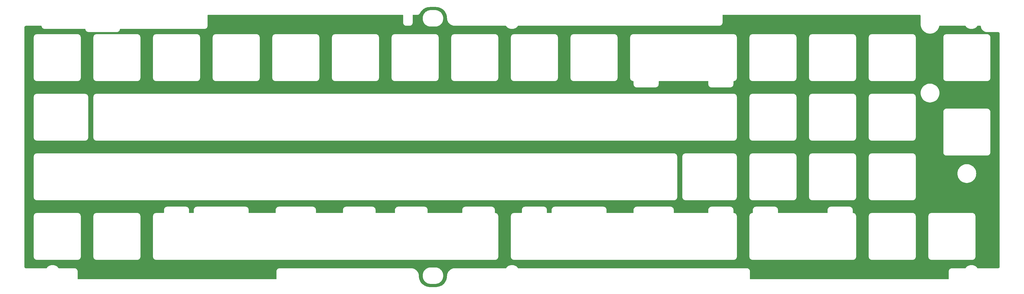
<source format=gtl>
G04 #@! TF.GenerationSoftware,KiCad,Pcbnew,8.0.4-1.fc39*
G04 #@! TF.CreationDate,2024-09-17T18:34:36-04:00*
G04 #@! TF.ProjectId,Q9-Chimera-Plate,51392d43-6869-46d6-9572-612d506c6174,rev?*
G04 #@! TF.SameCoordinates,Original*
G04 #@! TF.FileFunction,Copper,L1,Top*
G04 #@! TF.FilePolarity,Positive*
%FSLAX46Y46*%
G04 Gerber Fmt 4.6, Leading zero omitted, Abs format (unit mm)*
G04 Created by KiCad (PCBNEW 8.0.4-1.fc39) date 2024-09-17 18:34:36*
%MOMM*%
%LPD*%
G01*
G04 APERTURE LIST*
G04 APERTURE END LIST*
G04 #@! TA.AperFunction,NonConductor*
G36*
X189462020Y-50719964D02*
G01*
X189472227Y-50720224D01*
X189643193Y-50724585D01*
X189649471Y-50724905D01*
X189820214Y-50737996D01*
X189826472Y-50738636D01*
X189909465Y-50749264D01*
X189986861Y-50759175D01*
X189996111Y-50760717D01*
X190100027Y-50782107D01*
X190331937Y-50829843D01*
X190343925Y-50832942D01*
X190659760Y-50931675D01*
X190671212Y-50935886D01*
X190973373Y-51064214D01*
X190984231Y-51069462D01*
X191271051Y-51225753D01*
X191281213Y-51231942D01*
X191537286Y-51405298D01*
X191550905Y-51414518D01*
X191560364Y-51421601D01*
X191633686Y-51482174D01*
X191811074Y-51628718D01*
X191819780Y-51636635D01*
X192049612Y-51866467D01*
X192057529Y-51875173D01*
X192264644Y-52125881D01*
X192271729Y-52135342D01*
X192338254Y-52233609D01*
X192453808Y-52404301D01*
X192454298Y-52405024D01*
X192460497Y-52415202D01*
X192543659Y-52567818D01*
X192616790Y-52702025D01*
X192622033Y-52712870D01*
X192748548Y-53010765D01*
X192750356Y-53015021D01*
X192754574Y-53026495D01*
X192853303Y-53342317D01*
X192856405Y-53354315D01*
X192925529Y-53690132D01*
X192927071Y-53699381D01*
X192947610Y-53859770D01*
X192948251Y-53866041D01*
X192961340Y-54036745D01*
X192961663Y-54043063D01*
X192964601Y-54158238D01*
X192964245Y-54171302D01*
X192963622Y-54179067D01*
X192966166Y-54229008D01*
X192966326Y-54235314D01*
X192966326Y-54285314D01*
X192967167Y-54291708D01*
X192969381Y-54305742D01*
X192970736Y-54318758D01*
X192974800Y-54398577D01*
X192974221Y-54418397D01*
X192972500Y-54434084D01*
X192972500Y-54434085D01*
X192977685Y-54467811D01*
X192978963Y-54480340D01*
X192980699Y-54514415D01*
X192980699Y-54514417D01*
X192985557Y-54529444D01*
X192990128Y-54548742D01*
X193006474Y-54655069D01*
X193007898Y-54671906D01*
X193008273Y-54695134D01*
X193015595Y-54720796D01*
X193018913Y-54735972D01*
X193022970Y-54762363D01*
X193023882Y-54764436D01*
X193030482Y-54779443D01*
X193032322Y-54783625D01*
X193038057Y-54799526D01*
X193097642Y-55008370D01*
X193100733Y-55022128D01*
X193105687Y-55052040D01*
X193113785Y-55069888D01*
X193120104Y-55087097D01*
X193125480Y-55105941D01*
X193125482Y-55105945D01*
X193141064Y-55131955D01*
X193147612Y-55144447D01*
X193238282Y-55344293D01*
X193243478Y-55357783D01*
X193252436Y-55385817D01*
X193263512Y-55403057D01*
X193272108Y-55418848D01*
X193280575Y-55437511D01*
X193280577Y-55437513D01*
X193299254Y-55460248D01*
X193307764Y-55471934D01*
X193424361Y-55653413D01*
X193431562Y-55666235D01*
X193444149Y-55692133D01*
X193444153Y-55692140D01*
X193457992Y-55708105D01*
X193468610Y-55722287D01*
X193480032Y-55740064D01*
X193490695Y-55749760D01*
X193501334Y-55759433D01*
X193511607Y-55769953D01*
X193563262Y-55829542D01*
X193651685Y-55931548D01*
X193660691Y-55943285D01*
X193676701Y-55966950D01*
X193692835Y-55980935D01*
X193705312Y-55993412D01*
X193719296Y-56009544D01*
X193719300Y-56009548D01*
X193742958Y-56025553D01*
X193754693Y-56034557D01*
X193843585Y-56111613D01*
X193916291Y-56174638D01*
X193926808Y-56184908D01*
X193934105Y-56192933D01*
X193946185Y-56206218D01*
X193946554Y-56206455D01*
X193962913Y-56216965D01*
X193963955Y-56217634D01*
X193978155Y-56228265D01*
X193994111Y-56242097D01*
X193994112Y-56242097D01*
X193994114Y-56242099D01*
X194020009Y-56254684D01*
X194032830Y-56261885D01*
X194214321Y-56378489D01*
X194225989Y-56386985D01*
X194248738Y-56405673D01*
X194248740Y-56405674D01*
X194267396Y-56414138D01*
X194283184Y-56422732D01*
X194300432Y-56433813D01*
X194328468Y-56442771D01*
X194341940Y-56447959D01*
X194541821Y-56538644D01*
X194554289Y-56545181D01*
X194565446Y-56551865D01*
X194580303Y-56560766D01*
X194580305Y-56560766D01*
X194580307Y-56560768D01*
X194599160Y-56566146D01*
X194616359Y-56572463D01*
X194634205Y-56580560D01*
X194664121Y-56585514D01*
X194677865Y-56588601D01*
X194838641Y-56634473D01*
X194886718Y-56648190D01*
X194902618Y-56653925D01*
X194913601Y-56658755D01*
X194923885Y-56663278D01*
X194950285Y-56667336D01*
X194965436Y-56670648D01*
X194991113Y-56677975D01*
X195014335Y-56678349D01*
X195031171Y-56679772D01*
X195137509Y-56696121D01*
X195156802Y-56700691D01*
X195171826Y-56705549D01*
X195177717Y-56705849D01*
X195205902Y-56707285D01*
X195218438Y-56708564D01*
X195252161Y-56713749D01*
X195267852Y-56712027D01*
X195287677Y-56711449D01*
X195375346Y-56715914D01*
X195399999Y-56719800D01*
X195400920Y-56719922D01*
X195400921Y-56719922D01*
X195432116Y-56719922D01*
X195432140Y-56719925D01*
X195440765Y-56719925D01*
X195450957Y-56719925D01*
X195457263Y-56720085D01*
X195465488Y-56720504D01*
X195507172Y-56722628D01*
X195507173Y-56722627D01*
X195507176Y-56722628D01*
X195507178Y-56722627D01*
X195508087Y-56722554D01*
X195532924Y-56719925D01*
X195572539Y-56719927D01*
X195572542Y-56719925D01*
X195584356Y-56719926D01*
X195584375Y-56719925D01*
X195735597Y-56719925D01*
X195735605Y-56719927D01*
X195745594Y-56719927D01*
X195986913Y-56719927D01*
X195986921Y-56719928D01*
X196001355Y-56719928D01*
X196133137Y-56719928D01*
X196319854Y-56719928D01*
X196671810Y-56719928D01*
X196671814Y-56719929D01*
X196696477Y-56719929D01*
X197101941Y-56719929D01*
X197101945Y-56719930D01*
X197126608Y-56719930D01*
X197580964Y-56719930D01*
X197580968Y-56719931D01*
X197605631Y-56719931D01*
X197737414Y-56719931D01*
X198128924Y-56719931D01*
X198667210Y-56719931D01*
X198667214Y-56719932D01*
X198691877Y-56719932D01*
X198823660Y-56719932D01*
X199289866Y-56719932D01*
X199893614Y-56719932D01*
X199893618Y-56719933D01*
X199918281Y-56719933D01*
X200050064Y-56719933D01*
X200572499Y-56719933D01*
X201223242Y-56719933D01*
X201223246Y-56719934D01*
X201247909Y-56719934D01*
X201379692Y-56719934D01*
X201939888Y-56719934D01*
X202619158Y-56719934D01*
X202619162Y-56719935D01*
X202643825Y-56719935D01*
X202775608Y-56719935D01*
X203355099Y-56719935D01*
X204069094Y-56719935D01*
X204781193Y-56719935D01*
X205462115Y-56719935D01*
X205462119Y-56719936D01*
X205486782Y-56719936D01*
X205618565Y-56719936D01*
X206181240Y-56719936D01*
X206859953Y-56719936D01*
X207518302Y-56719936D01*
X208151672Y-56719936D01*
X208755445Y-56719936D01*
X209325004Y-56719936D01*
X209855733Y-56719936D01*
X210343014Y-56719936D01*
X210782231Y-56719936D01*
X211168767Y-56719936D01*
X211498003Y-56719936D01*
X211749237Y-56719936D01*
X211816276Y-56739621D01*
X211848893Y-56770149D01*
X211855094Y-56778524D01*
X211864789Y-56793844D01*
X211870233Y-56804026D01*
X211874967Y-56813908D01*
X211889969Y-56849137D01*
X211889972Y-56849142D01*
X211889973Y-56849143D01*
X211890013Y-56849194D01*
X211897125Y-56858276D01*
X211908848Y-56876260D01*
X211914316Y-56886487D01*
X211940488Y-56914427D01*
X211947614Y-56922741D01*
X212057694Y-57063293D01*
X212061249Y-57068064D01*
X212090674Y-57109594D01*
X212090677Y-57109596D01*
X212094142Y-57113336D01*
X212103946Y-57123420D01*
X212107556Y-57126959D01*
X212107557Y-57126960D01*
X212107559Y-57126962D01*
X212148269Y-57157563D01*
X212152908Y-57161228D01*
X212300897Y-57284012D01*
X212309832Y-57292195D01*
X212334696Y-57317306D01*
X212334698Y-57317307D01*
X212347269Y-57324648D01*
X212363912Y-57336294D01*
X212375117Y-57345590D01*
X212407235Y-57360350D01*
X212417965Y-57365931D01*
X212531752Y-57432377D01*
X212545294Y-57441534D01*
X212553198Y-57447675D01*
X212564738Y-57456641D01*
X212588063Y-57466468D01*
X212602436Y-57473654D01*
X212624296Y-57486419D01*
X212648047Y-57492908D01*
X212663493Y-57498246D01*
X212782168Y-57548245D01*
X212782944Y-57548572D01*
X212798630Y-57556534D01*
X212817052Y-57567595D01*
X212844388Y-57575423D01*
X212858388Y-57580356D01*
X212884595Y-57591398D01*
X212905881Y-57594331D01*
X212923085Y-57597960D01*
X213053671Y-57635358D01*
X213070872Y-57641695D01*
X213088691Y-57649803D01*
X213118627Y-57654794D01*
X213132368Y-57657896D01*
X213161541Y-57666251D01*
X213181108Y-57666585D01*
X213199368Y-57668254D01*
X213341006Y-57691868D01*
X213359174Y-57696329D01*
X213376864Y-57702120D01*
X213408130Y-57703827D01*
X213421741Y-57705328D01*
X213452634Y-57710479D01*
X213471153Y-57708683D01*
X213489862Y-57708289D01*
X213629008Y-57715886D01*
X213652693Y-57719499D01*
X213657799Y-57720793D01*
X213657799Y-57720792D01*
X213657800Y-57720793D01*
X213660955Y-57720749D01*
X213702361Y-57720182D01*
X213710812Y-57720353D01*
X213746816Y-57722319D01*
X213747919Y-57722451D01*
X213754925Y-57722793D01*
X213754929Y-57722794D01*
X213754932Y-57722793D01*
X213755103Y-57722802D01*
X213755328Y-57722784D01*
X213755333Y-57722785D01*
X213755337Y-57722784D01*
X213762327Y-57722250D01*
X213763335Y-57722102D01*
X213799362Y-57719139D01*
X213807777Y-57718737D01*
X213852323Y-57718127D01*
X213857413Y-57716687D01*
X213880975Y-57712427D01*
X214017596Y-57701192D01*
X214036230Y-57701067D01*
X214054970Y-57702354D01*
X214085541Y-57696371D01*
X214099165Y-57694485D01*
X214130214Y-57691932D01*
X214147897Y-57685599D01*
X214165869Y-57680653D01*
X214304757Y-57653477D01*
X214322811Y-57651303D01*
X214342751Y-57650379D01*
X214342754Y-57650378D01*
X214342755Y-57650378D01*
X214370006Y-57641703D01*
X214371303Y-57641290D01*
X214385101Y-57637756D01*
X214414512Y-57632002D01*
X214432425Y-57623237D01*
X214449317Y-57616458D01*
X214577108Y-57575782D01*
X214593929Y-57571697D01*
X214615766Y-57567989D01*
X214641023Y-57556402D01*
X214655094Y-57550959D01*
X214681576Y-57542531D01*
X214690896Y-57536557D01*
X214700223Y-57530580D01*
X214715431Y-57522271D01*
X214837135Y-57466445D01*
X214849942Y-57461411D01*
X214879541Y-57451638D01*
X214895230Y-57441342D01*
X214911554Y-57432309D01*
X214928605Y-57424489D01*
X214952604Y-57404605D01*
X214963660Y-57396437D01*
X215073060Y-57324648D01*
X215124622Y-57290813D01*
X215131931Y-57286370D01*
X215153150Y-57274452D01*
X215170594Y-57264655D01*
X215174528Y-57260812D01*
X215193139Y-57245852D01*
X215197725Y-57242843D01*
X215227246Y-57209739D01*
X215233144Y-57203567D01*
X215375663Y-57064385D01*
X215378521Y-57061682D01*
X215419748Y-57023931D01*
X215419748Y-57023930D01*
X215419750Y-57023929D01*
X215424961Y-57017723D01*
X215429973Y-57011348D01*
X215429973Y-57011347D01*
X215429975Y-57011346D01*
X215458500Y-56963261D01*
X215460527Y-56959966D01*
X215570531Y-56787423D01*
X215577360Y-56776814D01*
X215630197Y-56731103D01*
X215681617Y-56719937D01*
X279804216Y-56719937D01*
X279824035Y-56721530D01*
X279839494Y-56724034D01*
X279869644Y-56720970D01*
X279873567Y-56720572D01*
X279886100Y-56719937D01*
X279920348Y-56719937D01*
X279935388Y-56715906D01*
X279960827Y-56712775D01*
X279960808Y-56712608D01*
X279968883Y-56711683D01*
X279968884Y-56711684D01*
X280030592Y-56704624D01*
X280031864Y-56704486D01*
X280093614Y-56698213D01*
X280093614Y-56698212D01*
X280093887Y-56698185D01*
X280095996Y-56697659D01*
X280097507Y-56697292D01*
X280099559Y-56696806D01*
X280099811Y-56696706D01*
X280099815Y-56696706D01*
X280157686Y-56673879D01*
X280158741Y-56673470D01*
X280216808Y-56651412D01*
X280216812Y-56651408D01*
X280217296Y-56651225D01*
X280229543Y-56645535D01*
X280301026Y-56617340D01*
X280323064Y-56610932D01*
X280330777Y-56609446D01*
X280368557Y-56591093D01*
X280377222Y-56587286D01*
X280416311Y-56571869D01*
X280422620Y-56567196D01*
X280442255Y-56555297D01*
X280449315Y-56551868D01*
X280449315Y-56551867D01*
X280449317Y-56551867D01*
X280481056Y-56524365D01*
X280488445Y-56518440D01*
X280522211Y-56493433D01*
X280527103Y-56487276D01*
X280542972Y-56470717D01*
X280609570Y-56413012D01*
X280628604Y-56399438D01*
X280634432Y-56396063D01*
X280654445Y-56375992D01*
X280664892Y-56365515D01*
X280671502Y-56359352D01*
X280679903Y-56352073D01*
X280704084Y-56331122D01*
X280707847Y-56325560D01*
X280722733Y-56307506D01*
X280727483Y-56302743D01*
X280727892Y-56302033D01*
X280748995Y-56265358D01*
X280753785Y-56257693D01*
X280759550Y-56249176D01*
X280777954Y-56221987D01*
X280780155Y-56215624D01*
X280789848Y-56194358D01*
X280835636Y-56114784D01*
X280848224Y-56096806D01*
X280854908Y-56088864D01*
X280871647Y-56053088D01*
X280876479Y-56043805D01*
X280879404Y-56038723D01*
X280896181Y-56009568D01*
X280898853Y-55999534D01*
X280906361Y-55978905D01*
X280910762Y-55969501D01*
X280917673Y-55930599D01*
X280919934Y-55920398D01*
X280930105Y-55882225D01*
X280930089Y-55871844D01*
X280932002Y-55849967D01*
X280933165Y-55843424D01*
X280954911Y-55721047D01*
X280957215Y-55710688D01*
X280967326Y-55672957D01*
X280967326Y-55662122D01*
X280969239Y-55640426D01*
X280971134Y-55629761D01*
X280971135Y-55629757D01*
X280967783Y-55590857D01*
X280967326Y-55580215D01*
X280967326Y-53363448D01*
X280967960Y-53350922D01*
X280968543Y-53345185D01*
X280976557Y-53312217D01*
X280979210Y-53305491D01*
X281022120Y-53250350D01*
X281072868Y-53228902D01*
X281112562Y-53221849D01*
X281134255Y-53219937D01*
X344047218Y-53219937D01*
X344114257Y-53239622D01*
X344159229Y-53290744D01*
X344172688Y-53319085D01*
X344181953Y-53346430D01*
X344204896Y-53454074D01*
X344207413Y-53472757D01*
X344216118Y-53623166D01*
X344216325Y-53630331D01*
X344216325Y-53777818D01*
X344216322Y-54105695D01*
X344216322Y-54208428D01*
X344216321Y-54477611D01*
X344216321Y-54477613D01*
X344216319Y-54773069D01*
X344216319Y-54773071D01*
X344216318Y-54980490D01*
X344216318Y-54980491D01*
X344216317Y-55239463D01*
X344216317Y-55239464D01*
X344216315Y-55409203D01*
X344216315Y-55416114D01*
X344216314Y-55540987D01*
X344216314Y-55625524D01*
X344216313Y-55839830D01*
X344216313Y-55839831D01*
X344216312Y-56048469D01*
X344214165Y-56068467D01*
X344213733Y-56073653D01*
X344216170Y-56124535D01*
X344216312Y-56130465D01*
X344216312Y-56181421D01*
X344216992Y-56186593D01*
X344220091Y-56206455D01*
X344226567Y-56341728D01*
X344225836Y-56362350D01*
X344224207Y-56375993D01*
X344224207Y-56375994D01*
X344229361Y-56411795D01*
X344230484Y-56423528D01*
X344232214Y-56459650D01*
X344232214Y-56459651D01*
X344236396Y-56472723D01*
X344241027Y-56492836D01*
X344261923Y-56637995D01*
X344263149Y-56658755D01*
X344262816Y-56672082D01*
X344262816Y-56672083D01*
X344271393Y-56707619D01*
X344273588Y-56719039D01*
X344278799Y-56755234D01*
X344278799Y-56755235D01*
X344284050Y-56767491D01*
X344290608Y-56787228D01*
X344324226Y-56926513D01*
X344327402Y-56947207D01*
X344328280Y-56960149D01*
X344332529Y-56972571D01*
X344338899Y-56991198D01*
X344340231Y-56995091D01*
X344343439Y-57006114D01*
X344351770Y-57040629D01*
X344352103Y-57042009D01*
X344358306Y-57053401D01*
X344366730Y-57072569D01*
X344412218Y-57205566D01*
X344417314Y-57225982D01*
X344419333Y-57238520D01*
X344419334Y-57238526D01*
X344434546Y-57272464D01*
X344438718Y-57283049D01*
X344450756Y-57318244D01*
X344450758Y-57318247D01*
X344450759Y-57318249D01*
X344457837Y-57328790D01*
X344468041Y-57347188D01*
X344491813Y-57400222D01*
X344524668Y-57473522D01*
X344531630Y-57493445D01*
X344534743Y-57505588D01*
X344534744Y-57505591D01*
X344553073Y-57538153D01*
X344558162Y-57548245D01*
X344569329Y-57573156D01*
X344573446Y-57582341D01*
X344581357Y-57592061D01*
X344593243Y-57609510D01*
X344660381Y-57728777D01*
X344669135Y-57747992D01*
X344672209Y-57756623D01*
X344673336Y-57759785D01*
X344684513Y-57775984D01*
X344694566Y-57790555D01*
X344700555Y-57800143D01*
X344703101Y-57804666D01*
X344718892Y-57832716D01*
X344727643Y-57841660D01*
X344741071Y-57857956D01*
X344818222Y-57969774D01*
X344828669Y-57988065D01*
X344833984Y-57999537D01*
X344833985Y-57999539D01*
X344833987Y-57999542D01*
X344833989Y-57999544D01*
X344857857Y-58028134D01*
X344864732Y-58037181D01*
X344885882Y-58067835D01*
X344885883Y-58067836D01*
X344885884Y-58067837D01*
X344885885Y-58067838D01*
X344895516Y-58076033D01*
X344910339Y-58090996D01*
X344997107Y-58194927D01*
X345009122Y-58212079D01*
X345010484Y-58214422D01*
X345015628Y-58223272D01*
X345037003Y-58244526D01*
X345041831Y-58249326D01*
X345049587Y-58257788D01*
X345073270Y-58286155D01*
X345073274Y-58286159D01*
X345083853Y-58293606D01*
X345099907Y-58307073D01*
X345195978Y-58402599D01*
X345209432Y-58418430D01*
X345217211Y-58429315D01*
X345217212Y-58429316D01*
X345245401Y-58452512D01*
X345254042Y-58460331D01*
X345279942Y-58486084D01*
X345279945Y-58486086D01*
X345291544Y-58492739D01*
X345308640Y-58504552D01*
X345402111Y-58581469D01*
X345413790Y-58591079D01*
X345428522Y-58605408D01*
X345437679Y-58615927D01*
X345467499Y-58636011D01*
X345477008Y-58643100D01*
X345492713Y-58656024D01*
X345501898Y-58663583D01*
X345504781Y-58665955D01*
X345514357Y-58670309D01*
X345517475Y-58671727D01*
X345535421Y-58681759D01*
X345649465Y-58758571D01*
X345665313Y-58771248D01*
X345675931Y-58781271D01*
X345675939Y-58781277D01*
X345706998Y-58798036D01*
X345717373Y-58804307D01*
X345746658Y-58824032D01*
X345746659Y-58824032D01*
X345746660Y-58824033D01*
X345753670Y-58826441D01*
X345760468Y-58828776D01*
X345779055Y-58836917D01*
X345901866Y-58903188D01*
X345918645Y-58914076D01*
X345930779Y-58923425D01*
X345930782Y-58923426D01*
X345930783Y-58923427D01*
X345962711Y-58936726D01*
X345973907Y-58942061D01*
X345995302Y-58953606D01*
X346004364Y-58958496D01*
X346019259Y-58962031D01*
X346038304Y-58968213D01*
X346128373Y-59005730D01*
X346169674Y-59022933D01*
X346187247Y-59031957D01*
X346200842Y-59040371D01*
X346233323Y-59050147D01*
X346245263Y-59054418D01*
X346276573Y-59067461D01*
X346292411Y-59069577D01*
X346311718Y-59073744D01*
X346451468Y-59115809D01*
X346469648Y-59122886D01*
X346484568Y-59130094D01*
X346517317Y-59136331D01*
X346529855Y-59139404D01*
X346561780Y-59149014D01*
X346561776Y-59149014D01*
X346565369Y-59149123D01*
X346578343Y-59149520D01*
X346597745Y-59151651D01*
X346745508Y-59179795D01*
X346764183Y-59184891D01*
X346780162Y-59190626D01*
X346813003Y-59193350D01*
X346825910Y-59195109D01*
X346858290Y-59201277D01*
X346875216Y-59200029D01*
X346894580Y-59200117D01*
X347047687Y-59212819D01*
X347067598Y-59216119D01*
X347082034Y-59219741D01*
X347117053Y-59219180D01*
X347129288Y-59219588D01*
X347164194Y-59222485D01*
X347178835Y-59219835D01*
X347198918Y-59217870D01*
X347329956Y-59215772D01*
X347350886Y-59217214D01*
X347363571Y-59219177D01*
X347400427Y-59215170D01*
X347411829Y-59214461D01*
X347448891Y-59213869D01*
X347452573Y-59212819D01*
X347461225Y-59210352D01*
X347481830Y-59206323D01*
X347605523Y-59192879D01*
X347626561Y-59192391D01*
X347639213Y-59193174D01*
X347675697Y-59185776D01*
X347686935Y-59184031D01*
X347695110Y-59183142D01*
X347723937Y-59180010D01*
X347735742Y-59175430D01*
X347755951Y-59169507D01*
X347874063Y-59145562D01*
X347895077Y-59143144D01*
X347907495Y-59142782D01*
X347943401Y-59132027D01*
X347954296Y-59129297D01*
X347991034Y-59121850D01*
X348002164Y-59116310D01*
X348021824Y-59108538D01*
X348134149Y-59074896D01*
X348154959Y-59070566D01*
X348167017Y-59069122D01*
X348202079Y-59055073D01*
X348212584Y-59051404D01*
X348248760Y-59040570D01*
X348259097Y-59034191D01*
X348278073Y-59024625D01*
X348384442Y-58982008D01*
X348404903Y-58975796D01*
X348416491Y-58973346D01*
X348445709Y-58958496D01*
X348450404Y-58956110D01*
X348460469Y-58951547D01*
X348495777Y-58937401D01*
X348505259Y-58930298D01*
X348523406Y-58919006D01*
X348623707Y-58868030D01*
X348643613Y-58860000D01*
X348654696Y-58856612D01*
X348687195Y-58836303D01*
X348696707Y-58830928D01*
X348730855Y-58813574D01*
X348739471Y-58805831D01*
X348756627Y-58792916D01*
X348850718Y-58734120D01*
X348869934Y-58724327D01*
X348880469Y-58720067D01*
X348911236Y-58696864D01*
X348920152Y-58690733D01*
X348952836Y-58670311D01*
X348960584Y-58662001D01*
X348976603Y-58647570D01*
X349064373Y-58581383D01*
X349082697Y-58569925D01*
X349092699Y-58564827D01*
X349121413Y-58538959D01*
X349129738Y-58532091D01*
X349160621Y-58508803D01*
X349167526Y-58499958D01*
X349182275Y-58484131D01*
X349243122Y-58429315D01*
X349263523Y-58410936D01*
X349280809Y-58397908D01*
X349290287Y-58391987D01*
X349316697Y-58363664D01*
X349324372Y-58356120D01*
X349353138Y-58330208D01*
X349359220Y-58320836D01*
X349372539Y-58303784D01*
X349447103Y-58223826D01*
X349463181Y-58209354D01*
X349472127Y-58202616D01*
X349495945Y-58172138D01*
X349502944Y-58163945D01*
X349529335Y-58135648D01*
X349534595Y-58125754D01*
X349546381Y-58107610D01*
X349613968Y-58021135D01*
X349628682Y-58005356D01*
X349637109Y-57997769D01*
X349658104Y-57965433D01*
X349664397Y-57956610D01*
X349688142Y-57926232D01*
X349692572Y-57915797D01*
X349702701Y-57896749D01*
X349762991Y-57803897D01*
X349776219Y-57786951D01*
X349784076Y-57778511D01*
X349802053Y-57744621D01*
X349807574Y-57735235D01*
X349828476Y-57703048D01*
X349832036Y-57692087D01*
X349840431Y-57672281D01*
X349852356Y-57649803D01*
X349892989Y-57573211D01*
X349904610Y-57555247D01*
X349911846Y-57545936D01*
X349926642Y-57510820D01*
X349931360Y-57500881D01*
X349949222Y-57467215D01*
X349951863Y-57455721D01*
X349958437Y-57435364D01*
X350002758Y-57330181D01*
X350012674Y-57311354D01*
X350019203Y-57301186D01*
X350030696Y-57265167D01*
X350034555Y-57254723D01*
X350038852Y-57244526D01*
X350049239Y-57219877D01*
X350050889Y-57207901D01*
X350055592Y-57187156D01*
X350091066Y-57075999D01*
X350099202Y-57056453D01*
X350104914Y-57045479D01*
X350113032Y-57008844D01*
X350115960Y-56997991D01*
X350127370Y-56962241D01*
X350127952Y-56949881D01*
X350130750Y-56928903D01*
X350155524Y-56817114D01*
X350189247Y-56755926D01*
X350250700Y-56722680D01*
X350276577Y-56719948D01*
X358499107Y-56719940D01*
X358566146Y-56739624D01*
X358598613Y-56769950D01*
X358605288Y-56778927D01*
X358615131Y-56794447D01*
X358620277Y-56804071D01*
X358625011Y-56813951D01*
X358640018Y-56849187D01*
X358640022Y-56849194D01*
X358647166Y-56858315D01*
X358658893Y-56876304D01*
X358664361Y-56886531D01*
X358690542Y-56914480D01*
X358697666Y-56922792D01*
X358710571Y-56939268D01*
X358802354Y-57056453D01*
X358807737Y-57063325D01*
X358811269Y-57068064D01*
X358816881Y-57075984D01*
X358840720Y-57109630D01*
X358844119Y-57113298D01*
X358854068Y-57123530D01*
X358857605Y-57126998D01*
X358898305Y-57157590D01*
X358902975Y-57161279D01*
X359050938Y-57284037D01*
X359059872Y-57292218D01*
X359064461Y-57296852D01*
X359084738Y-57317331D01*
X359084740Y-57317332D01*
X359084741Y-57317333D01*
X359097313Y-57324674D01*
X359113959Y-57336322D01*
X359125159Y-57345614D01*
X359157219Y-57360347D01*
X359157265Y-57360368D01*
X359168012Y-57365957D01*
X359270103Y-57425572D01*
X359281788Y-57432395D01*
X359295336Y-57441555D01*
X359314775Y-57456658D01*
X359314777Y-57456659D01*
X359314776Y-57456659D01*
X359338093Y-57466481D01*
X359352478Y-57473672D01*
X359374335Y-57486436D01*
X359398086Y-57492925D01*
X359413530Y-57498262D01*
X359519914Y-57543080D01*
X359532969Y-57548580D01*
X359548656Y-57556543D01*
X359567064Y-57567595D01*
X359567081Y-57567605D01*
X359594422Y-57575434D01*
X359608414Y-57580364D01*
X359634627Y-57591408D01*
X359655912Y-57594340D01*
X359673116Y-57597970D01*
X359765314Y-57624374D01*
X359803686Y-57635363D01*
X359820893Y-57641701D01*
X359838712Y-57649808D01*
X359855760Y-57652649D01*
X359868636Y-57654796D01*
X359882389Y-57657901D01*
X359885790Y-57658875D01*
X359911562Y-57666256D01*
X359931135Y-57666590D01*
X359949393Y-57668259D01*
X360091011Y-57691868D01*
X360109197Y-57696334D01*
X360126875Y-57702121D01*
X360158148Y-57703828D01*
X360171752Y-57705329D01*
X360202648Y-57710480D01*
X360221167Y-57708684D01*
X360239876Y-57708290D01*
X360379008Y-57715886D01*
X360402693Y-57719499D01*
X360407799Y-57720793D01*
X360407799Y-57720792D01*
X360407800Y-57720793D01*
X360410955Y-57720749D01*
X360452361Y-57720182D01*
X360460812Y-57720353D01*
X360496816Y-57722319D01*
X360497899Y-57722448D01*
X360504924Y-57722793D01*
X360504929Y-57722794D01*
X360504933Y-57722793D01*
X360505104Y-57722802D01*
X360505329Y-57722784D01*
X360505334Y-57722785D01*
X360505338Y-57722784D01*
X360512324Y-57722250D01*
X360513336Y-57722102D01*
X360549360Y-57719139D01*
X360557777Y-57718737D01*
X360602322Y-57718127D01*
X360607422Y-57716685D01*
X360630976Y-57712427D01*
X360767587Y-57701192D01*
X360786231Y-57701068D01*
X360804962Y-57702355D01*
X360835530Y-57696372D01*
X360849176Y-57694483D01*
X360880210Y-57691932D01*
X360897882Y-57685603D01*
X360915867Y-57680654D01*
X361054750Y-57653479D01*
X361072805Y-57651305D01*
X361092741Y-57650381D01*
X361121301Y-57641290D01*
X361135089Y-57637759D01*
X361164501Y-57632005D01*
X361182425Y-57623234D01*
X361199301Y-57616462D01*
X361321770Y-57577482D01*
X361327083Y-57575791D01*
X361343928Y-57571701D01*
X361346954Y-57571186D01*
X361365753Y-57567994D01*
X361391018Y-57556404D01*
X361405082Y-57550964D01*
X361431564Y-57542536D01*
X361440884Y-57536562D01*
X361450211Y-57530585D01*
X361465418Y-57522276D01*
X361587119Y-57466452D01*
X361599929Y-57461417D01*
X361629525Y-57451646D01*
X361645210Y-57441352D01*
X361661545Y-57432314D01*
X361678591Y-57424496D01*
X361702588Y-57404613D01*
X361713638Y-57396449D01*
X361874621Y-57290813D01*
X361881918Y-57286378D01*
X361885456Y-57284391D01*
X361920576Y-57264666D01*
X361924509Y-57260824D01*
X361943120Y-57245864D01*
X361947707Y-57242855D01*
X361977239Y-57209739D01*
X361983125Y-57203579D01*
X362125664Y-57064380D01*
X362128493Y-57061705D01*
X362169728Y-57023948D01*
X362169728Y-57023947D01*
X362174943Y-57017737D01*
X362179950Y-57011366D01*
X362179956Y-57011361D01*
X362202742Y-56972952D01*
X362208452Y-56963328D01*
X362210539Y-56959934D01*
X362320409Y-56787603D01*
X362324764Y-56780839D01*
X362327358Y-56776810D01*
X362380201Y-56731100D01*
X362431616Y-56719938D01*
X363347856Y-56719938D01*
X363414895Y-56739623D01*
X363460650Y-56792427D01*
X363471696Y-56837634D01*
X363472606Y-56855511D01*
X363472327Y-56872239D01*
X363470338Y-56895805D01*
X363474980Y-56921665D01*
X363476769Y-56937262D01*
X363478105Y-56963495D01*
X363478106Y-56963501D01*
X363485380Y-56986003D01*
X363489441Y-57002236D01*
X363515459Y-57147194D01*
X363517140Y-57160942D01*
X363519176Y-57191824D01*
X363519176Y-57191827D01*
X363519177Y-57191829D01*
X363521044Y-57197324D01*
X363525280Y-57209789D01*
X363529922Y-57227775D01*
X363533272Y-57246440D01*
X363533273Y-57246443D01*
X363533274Y-57246445D01*
X363546443Y-57274463D01*
X363551623Y-57287302D01*
X363599754Y-57428926D01*
X363603552Y-57442638D01*
X363609888Y-57471964D01*
X363609889Y-57471967D01*
X363609890Y-57471969D01*
X363618992Y-57489686D01*
X363626098Y-57506443D01*
X363632504Y-57525294D01*
X363649188Y-57550245D01*
X363656403Y-57562504D01*
X363701550Y-57650378D01*
X363712659Y-57672001D01*
X363722820Y-57691777D01*
X363728701Y-57705094D01*
X363738899Y-57732425D01*
X363738900Y-57732427D01*
X363738901Y-57732429D01*
X363750934Y-57749322D01*
X363760228Y-57764592D01*
X363769709Y-57783045D01*
X363769715Y-57783054D01*
X363789306Y-57804666D01*
X363798431Y-57816003D01*
X363881207Y-57932209D01*
X363889037Y-57944714D01*
X363897868Y-57960882D01*
X363902782Y-57969880D01*
X363917446Y-57985257D01*
X363928702Y-57998887D01*
X363941033Y-58016197D01*
X363941034Y-58016198D01*
X363941035Y-58016199D01*
X363947015Y-58021135D01*
X363963140Y-58034445D01*
X363973941Y-58044498D01*
X364071677Y-58146985D01*
X364081225Y-58158276D01*
X364098348Y-58181162D01*
X364098350Y-58181164D01*
X364098352Y-58181166D01*
X364113535Y-58193112D01*
X364115111Y-58194352D01*
X364128172Y-58206227D01*
X364142889Y-58221660D01*
X364167296Y-58236533D01*
X364179445Y-58244969D01*
X364291166Y-58332872D01*
X364302113Y-58342584D01*
X364310285Y-58350745D01*
X364322607Y-58363051D01*
X364322608Y-58363052D01*
X364340753Y-58373512D01*
X364355495Y-58383485D01*
X364362290Y-58388832D01*
X364371967Y-58396446D01*
X364371968Y-58396446D01*
X364371969Y-58396447D01*
X364398610Y-58407862D01*
X364411675Y-58414399D01*
X364536679Y-58486465D01*
X364548665Y-58494333D01*
X364562429Y-58504553D01*
X364572521Y-58512047D01*
X364591319Y-58519488D01*
X364607601Y-58527352D01*
X364625117Y-58537450D01*
X364653818Y-58545121D01*
X364667425Y-58549616D01*
X364790013Y-58598144D01*
X364805046Y-58604095D01*
X364817731Y-58609964D01*
X364844766Y-58624374D01*
X364844767Y-58624374D01*
X364844769Y-58624375D01*
X364852246Y-58626108D01*
X364863536Y-58628727D01*
X364881157Y-58634224D01*
X364899089Y-58641323D01*
X364929535Y-58644843D01*
X364943288Y-58647225D01*
X365092591Y-58681857D01*
X365105682Y-58685663D01*
X365111994Y-58687881D01*
X365135408Y-58696109D01*
X365153762Y-58697508D01*
X365172342Y-58700355D01*
X365190280Y-58704516D01*
X365221773Y-58703448D01*
X365235392Y-58703735D01*
X365370786Y-58714064D01*
X365393445Y-58717930D01*
X365400932Y-58719937D01*
X365443035Y-58719937D01*
X365452466Y-58720296D01*
X365455681Y-58720541D01*
X365494454Y-58723499D01*
X365502073Y-58722067D01*
X365524962Y-58719937D01*
X368943039Y-58719937D01*
X368952469Y-58720295D01*
X368965082Y-58721258D01*
X369017667Y-58725269D01*
X369042185Y-58729648D01*
X369108293Y-58748466D01*
X369144030Y-58758639D01*
X369171977Y-58770455D01*
X369249349Y-58815027D01*
X369273026Y-58832734D01*
X369338214Y-58894896D01*
X369356982Y-58917636D01*
X369405343Y-58992952D01*
X369418428Y-59020116D01*
X369449697Y-59112293D01*
X369455635Y-59139591D01*
X369465691Y-59238545D01*
X369466326Y-59251082D01*
X369466326Y-133695847D01*
X369465972Y-133705204D01*
X369460963Y-133771393D01*
X369456631Y-133795803D01*
X369427641Y-133898237D01*
X369415853Y-133926229D01*
X369371679Y-134003139D01*
X369353903Y-134026942D01*
X369292529Y-134091320D01*
X369269662Y-134110174D01*
X369194945Y-134158034D01*
X369167715Y-134171106D01*
X369083245Y-134199612D01*
X369075176Y-134202335D01*
X369047965Y-134208219D01*
X368947859Y-134218310D01*
X368935422Y-134218935D01*
X362434540Y-134218935D01*
X362367501Y-134199250D01*
X362335035Y-134168925D01*
X362328337Y-134159917D01*
X362318505Y-134144412D01*
X362313342Y-134134753D01*
X362308624Y-134124906D01*
X362293617Y-134089669D01*
X362286468Y-134080541D01*
X362274737Y-134062546D01*
X362269274Y-134052327D01*
X362243092Y-134024378D01*
X362235968Y-134016066D01*
X362231605Y-134010496D01*
X362172274Y-133934744D01*
X362125905Y-133875542D01*
X362122350Y-133870772D01*
X362092919Y-133829236D01*
X362089508Y-133825555D01*
X362079570Y-133815333D01*
X362076035Y-133811869D01*
X362076030Y-133811865D01*
X362035315Y-133781261D01*
X362030659Y-133777583D01*
X361882703Y-133654831D01*
X361873767Y-133646648D01*
X361848900Y-133621535D01*
X361848897Y-133621533D01*
X361836324Y-133614191D01*
X361819684Y-133602547D01*
X361808481Y-133593253D01*
X361808480Y-133593252D01*
X361787979Y-133583831D01*
X361776354Y-133578489D01*
X361765621Y-133572906D01*
X361651852Y-133506472D01*
X361638306Y-133497313D01*
X361618866Y-133482210D01*
X361618867Y-133482210D01*
X361595542Y-133472384D01*
X361581166Y-133465197D01*
X361559307Y-133452433D01*
X361535559Y-133445944D01*
X361520104Y-133440603D01*
X361400664Y-133390284D01*
X361384979Y-133382322D01*
X361366566Y-133371267D01*
X361366563Y-133371266D01*
X361339219Y-133363435D01*
X361325224Y-133358503D01*
X361308252Y-133351353D01*
X361299016Y-133347462D01*
X361277721Y-133344527D01*
X361260519Y-133340897D01*
X361195983Y-133322416D01*
X361129966Y-133303510D01*
X361112752Y-133297170D01*
X361094932Y-133289062D01*
X361094933Y-133289062D01*
X361064992Y-133284070D01*
X361051252Y-133280968D01*
X361022083Y-133272615D01*
X361002512Y-133272280D01*
X360984248Y-133270610D01*
X360842639Y-133247003D01*
X360824456Y-133242539D01*
X360806774Y-133236751D01*
X360806768Y-133236750D01*
X360775506Y-133235043D01*
X360761880Y-133233540D01*
X360731000Y-133228392D01*
X360712484Y-133230187D01*
X360693763Y-133230581D01*
X360554641Y-133222984D01*
X360530964Y-133219374D01*
X360525864Y-133218082D01*
X360525852Y-133218081D01*
X360481299Y-133218691D01*
X360472845Y-133218519D01*
X360436746Y-133216549D01*
X360435711Y-133216427D01*
X360428554Y-133216070D01*
X360421682Y-133216591D01*
X360420613Y-133216745D01*
X360384319Y-133219730D01*
X360375853Y-133220135D01*
X360331339Y-133220744D01*
X360326232Y-133222188D01*
X360302677Y-133226443D01*
X360166069Y-133237677D01*
X360147417Y-133237803D01*
X360128689Y-133236517D01*
X360098132Y-133242496D01*
X360084494Y-133244385D01*
X360053450Y-133246939D01*
X360053440Y-133246941D01*
X360035764Y-133253270D01*
X360017780Y-133258218D01*
X359878909Y-133285390D01*
X359860852Y-133287564D01*
X359840923Y-133288489D01*
X359840910Y-133288492D01*
X359812355Y-133297580D01*
X359798568Y-133301111D01*
X359769154Y-133306867D01*
X359769152Y-133306868D01*
X359751229Y-133315636D01*
X359734349Y-133322409D01*
X359606578Y-133363078D01*
X359589738Y-133367167D01*
X359567905Y-133370876D01*
X359542648Y-133382461D01*
X359528567Y-133387908D01*
X359502101Y-133396333D01*
X359502092Y-133396337D01*
X359483451Y-133408283D01*
X359468247Y-133416589D01*
X359346530Y-133472420D01*
X359333714Y-133477457D01*
X359304135Y-133487224D01*
X359288448Y-133497518D01*
X359272124Y-133506551D01*
X359255072Y-133514372D01*
X359255069Y-133514374D01*
X359231082Y-133534247D01*
X359220004Y-133542431D01*
X359059058Y-133648041D01*
X359051755Y-133652481D01*
X359013086Y-133674200D01*
X359013080Y-133674205D01*
X359009147Y-133678046D01*
X358990557Y-133692991D01*
X358985965Y-133696004D01*
X358985955Y-133696013D01*
X358956434Y-133729112D01*
X358950530Y-133735289D01*
X358808025Y-133874456D01*
X358805133Y-133877191D01*
X358763936Y-133914916D01*
X358758707Y-133921144D01*
X358753706Y-133927503D01*
X358725202Y-133975547D01*
X358723118Y-133978936D01*
X358613277Y-134151223D01*
X358612981Y-134151685D01*
X358606303Y-134162058D01*
X358553463Y-134207770D01*
X358502041Y-134218935D01*
X354259215Y-134218935D01*
X354242465Y-134217798D01*
X354219184Y-134214624D01*
X354219174Y-134214623D01*
X354192961Y-134217950D01*
X354177357Y-134218936D01*
X354150934Y-134218936D01*
X354128226Y-134225020D01*
X354111756Y-134228256D01*
X354100599Y-134229672D01*
X354084195Y-134231754D01*
X354062305Y-134232581D01*
X354051821Y-134232050D01*
X354051820Y-134232050D01*
X354013305Y-134240302D01*
X354002944Y-134242066D01*
X353963866Y-134247026D01*
X353954146Y-134250999D01*
X353933230Y-134257458D01*
X353922967Y-134259657D01*
X353922965Y-134259658D01*
X353887890Y-134277601D01*
X353878340Y-134281985D01*
X353844660Y-134295754D01*
X353841876Y-134296892D01*
X353833524Y-134303239D01*
X353814975Y-134314903D01*
X353696798Y-134375360D01*
X353686462Y-134380063D01*
X353651873Y-134393928D01*
X353651870Y-134393930D01*
X353641756Y-134401508D01*
X353623888Y-134412659D01*
X353612646Y-134418410D01*
X353612638Y-134418415D01*
X353584994Y-134443388D01*
X353576229Y-134450605D01*
X353546410Y-134472947D01*
X353546407Y-134472951D01*
X353538601Y-134482886D01*
X353524222Y-134498288D01*
X353514852Y-134506752D01*
X353514849Y-134506755D01*
X353494608Y-134538034D01*
X353488010Y-134547274D01*
X353388719Y-134673648D01*
X353382063Y-134681433D01*
X353354795Y-134710786D01*
X353354790Y-134710793D01*
X353350200Y-134719464D01*
X353338120Y-134738047D01*
X353332067Y-134745752D01*
X353332057Y-134745767D01*
X353316299Y-134782612D01*
X353311886Y-134791855D01*
X353293141Y-134827270D01*
X353293140Y-134827273D01*
X353290953Y-134836827D01*
X353284096Y-134857903D01*
X353280240Y-134866919D01*
X353280237Y-134866931D01*
X353274551Y-134906599D01*
X353272680Y-134916669D01*
X353231507Y-135096559D01*
X353230408Y-135100985D01*
X353216326Y-135153539D01*
X353215266Y-135161599D01*
X353214895Y-135161550D01*
X353214632Y-135163873D01*
X353215005Y-135163909D01*
X353214241Y-135172004D01*
X353216242Y-135226359D01*
X353216326Y-135230921D01*
X353216326Y-137594937D01*
X353196641Y-137661976D01*
X353143837Y-137707731D01*
X353092326Y-137718937D01*
X289841326Y-137718937D01*
X289774287Y-137699252D01*
X289728532Y-137646448D01*
X289717326Y-137594937D01*
X289717326Y-135261826D01*
X289718463Y-135245070D01*
X289720387Y-135230961D01*
X289721639Y-135221784D01*
X289718313Y-135195576D01*
X289717326Y-135179966D01*
X289717326Y-135153545D01*
X289715482Y-135146663D01*
X289711241Y-135130838D01*
X289708006Y-135114379D01*
X289704505Y-135086796D01*
X289703680Y-135064902D01*
X289703807Y-135062408D01*
X289704212Y-135054433D01*
X289695957Y-135015907D01*
X289694193Y-135005544D01*
X289693072Y-134996709D01*
X289689234Y-134966473D01*
X289685265Y-134956764D01*
X289678797Y-134935820D01*
X289677098Y-134927888D01*
X289676602Y-134925574D01*
X289658655Y-134890493D01*
X289654281Y-134880967D01*
X289639369Y-134844487D01*
X289639368Y-134844486D01*
X289639368Y-134844485D01*
X289636730Y-134841014D01*
X289633024Y-134836138D01*
X289621357Y-134817585D01*
X289560900Y-134699407D01*
X289556195Y-134689069D01*
X289554232Y-134684173D01*
X289542332Y-134654484D01*
X289534756Y-134644374D01*
X289523597Y-134626491D01*
X289517851Y-134615258D01*
X289517848Y-134615254D01*
X289492870Y-134587604D01*
X289485651Y-134578837D01*
X289468886Y-134556462D01*
X289463310Y-134549020D01*
X289463307Y-134549018D01*
X289458827Y-134545498D01*
X289453380Y-134541218D01*
X289437970Y-134526831D01*
X289436062Y-134524719D01*
X289429509Y-134517464D01*
X289424481Y-134514210D01*
X289398220Y-134497216D01*
X289388980Y-134490617D01*
X289273931Y-134400223D01*
X289262613Y-134391330D01*
X289254830Y-134384678D01*
X289250891Y-134381019D01*
X289225470Y-134357403D01*
X289216803Y-134352815D01*
X289198212Y-134340731D01*
X289190503Y-134334674D01*
X289190502Y-134334673D01*
X289190499Y-134334671D01*
X289153648Y-134318909D01*
X289144409Y-134314497D01*
X289108998Y-134295755D01*
X289108996Y-134295754D01*
X289099441Y-134293567D01*
X289078351Y-134286704D01*
X289069339Y-134282849D01*
X289069335Y-134282848D01*
X289029655Y-134277160D01*
X289019587Y-134275289D01*
X288839708Y-134234119D01*
X288835282Y-134233021D01*
X288835271Y-134233018D01*
X288782718Y-134218937D01*
X288782714Y-134218937D01*
X288774657Y-134217876D01*
X288774705Y-134217505D01*
X288772389Y-134217243D01*
X288772354Y-134217616D01*
X288764263Y-134216852D01*
X288764261Y-134216852D01*
X288764258Y-134216852D01*
X288709904Y-134218853D01*
X288705342Y-134218937D01*
X215684557Y-134218937D01*
X215617518Y-134199252D01*
X215585049Y-134168925D01*
X215584706Y-134168464D01*
X215578395Y-134159975D01*
X215568557Y-134144462D01*
X215563398Y-134134813D01*
X215558672Y-134124946D01*
X215557716Y-134122702D01*
X215543673Y-134089725D01*
X215536524Y-134080597D01*
X215524792Y-134062600D01*
X215519327Y-134052377D01*
X215493145Y-134024426D01*
X215486035Y-134016132D01*
X215375942Y-133875564D01*
X215372410Y-133870823D01*
X215342973Y-133829276D01*
X215342970Y-133829273D01*
X215342969Y-133829272D01*
X215339603Y-133825639D01*
X215329634Y-133815384D01*
X215326089Y-133811909D01*
X215326087Y-133811908D01*
X215326087Y-133811907D01*
X215285373Y-133781302D01*
X215280723Y-133777628D01*
X215160697Y-133678046D01*
X215132746Y-133654855D01*
X215123814Y-133646675D01*
X215098950Y-133621565D01*
X215098949Y-133621564D01*
X215098948Y-133621563D01*
X215086373Y-133614220D01*
X215069730Y-133602573D01*
X215058532Y-133593282D01*
X215058530Y-133593281D01*
X215026417Y-133578522D01*
X215015671Y-133572932D01*
X214901890Y-133506490D01*
X214888345Y-133497332D01*
X214868909Y-133482231D01*
X214845584Y-133472404D01*
X214831208Y-133465216D01*
X214809350Y-133452452D01*
X214785597Y-133445961D01*
X214770142Y-133440620D01*
X214650701Y-133390299D01*
X214635015Y-133382336D01*
X214616599Y-133371279D01*
X214616596Y-133371277D01*
X214589252Y-133363446D01*
X214575254Y-133358512D01*
X214549055Y-133347475D01*
X214549050Y-133347473D01*
X214527764Y-133344539D01*
X214510560Y-133340909D01*
X214379978Y-133303513D01*
X214362773Y-133297175D01*
X214344958Y-133289070D01*
X214344956Y-133289069D01*
X214315028Y-133284079D01*
X214301286Y-133280977D01*
X214286009Y-133276602D01*
X214272108Y-133272621D01*
X214272107Y-133272620D01*
X214272104Y-133272620D01*
X214252533Y-133272285D01*
X214234267Y-133270615D01*
X214092645Y-133247004D01*
X214074466Y-133242540D01*
X214056784Y-133236753D01*
X214056781Y-133236752D01*
X214025525Y-133235046D01*
X214011896Y-133233542D01*
X213981016Y-133228394D01*
X213981010Y-133228393D01*
X213962492Y-133230188D01*
X213943775Y-133230582D01*
X213804648Y-133222986D01*
X213780960Y-133219373D01*
X213775862Y-133218082D01*
X213775858Y-133218081D01*
X213775857Y-133218081D01*
X213731300Y-133218691D01*
X213722844Y-133218519D01*
X213686627Y-133216542D01*
X213685468Y-133216406D01*
X213678556Y-133216070D01*
X213671849Y-133216571D01*
X213670677Y-133216739D01*
X213634318Y-133219730D01*
X213625850Y-133220135D01*
X213581336Y-133220744D01*
X213581326Y-133220746D01*
X213576220Y-133222189D01*
X213552667Y-133226444D01*
X213416056Y-133237680D01*
X213397401Y-133237806D01*
X213385805Y-133237010D01*
X213378669Y-133236520D01*
X213378668Y-133236520D01*
X213378667Y-133236520D01*
X213348112Y-133242499D01*
X213334465Y-133244390D01*
X213303428Y-133246942D01*
X213288104Y-133252428D01*
X213285756Y-133253270D01*
X213285750Y-133253272D01*
X213267766Y-133258220D01*
X213128874Y-133285398D01*
X213110816Y-133287572D01*
X213090885Y-133288497D01*
X213090876Y-133288499D01*
X213062325Y-133297587D01*
X213048534Y-133301119D01*
X213019121Y-133306875D01*
X213019115Y-133306877D01*
X213001195Y-133315645D01*
X212984314Y-133322419D01*
X212856529Y-133363095D01*
X212839689Y-133367185D01*
X212817858Y-133370894D01*
X212792608Y-133382476D01*
X212778526Y-133387923D01*
X212752052Y-133396350D01*
X212752051Y-133396351D01*
X212733404Y-133408302D01*
X212718195Y-133416611D01*
X212596484Y-133472441D01*
X212583669Y-133477478D01*
X212554085Y-133487247D01*
X212554077Y-133487251D01*
X212538386Y-133497547D01*
X212522072Y-133506574D01*
X212505019Y-133514397D01*
X212481030Y-133534272D01*
X212469954Y-133542455D01*
X212308985Y-133648087D01*
X212301680Y-133652528D01*
X212263023Y-133674241D01*
X212263016Y-133674247D01*
X212259081Y-133678089D01*
X212240504Y-133693024D01*
X212235900Y-133696045D01*
X212235892Y-133696052D01*
X212206372Y-133729155D01*
X212200472Y-133735329D01*
X212153429Y-133781273D01*
X212057959Y-133874510D01*
X212055067Y-133877244D01*
X212013864Y-133914976D01*
X212008661Y-133921172D01*
X212008662Y-133921173D01*
X212003638Y-133927563D01*
X211975135Y-133975608D01*
X211973049Y-133978998D01*
X211863291Y-134151163D01*
X211862994Y-134151628D01*
X211856278Y-134162060D01*
X211803437Y-134207772D01*
X211752016Y-134218937D01*
X195532929Y-134218937D01*
X195508062Y-134216304D01*
X195507185Y-134216233D01*
X195457240Y-134218777D01*
X195450934Y-134218937D01*
X195400931Y-134218937D01*
X195400110Y-134219044D01*
X195375356Y-134222946D01*
X195287679Y-134227411D01*
X195267854Y-134226832D01*
X195252161Y-134225111D01*
X195252160Y-134225111D01*
X195218427Y-134230297D01*
X195205909Y-134231575D01*
X195177582Y-134233018D01*
X195171826Y-134233311D01*
X195171824Y-134233312D01*
X195156807Y-134238166D01*
X195137515Y-134242736D01*
X195031175Y-134259085D01*
X195014337Y-134260509D01*
X194991113Y-134260884D01*
X194965451Y-134268206D01*
X194950277Y-134271524D01*
X194923884Y-134275582D01*
X194923880Y-134275583D01*
X194902619Y-134284934D01*
X194886721Y-134290668D01*
X194677873Y-134350254D01*
X194664118Y-134353345D01*
X194634204Y-134358300D01*
X194634200Y-134358301D01*
X194616353Y-134366398D01*
X194599153Y-134372714D01*
X194580308Y-134378091D01*
X194580303Y-134378093D01*
X194554287Y-134393678D01*
X194541799Y-134400224D01*
X194341956Y-134490893D01*
X194328467Y-134496088D01*
X194300436Y-134505045D01*
X194300427Y-134505049D01*
X194283183Y-134516127D01*
X194267407Y-134524715D01*
X194248738Y-134533186D01*
X194248737Y-134533187D01*
X194226000Y-134551865D01*
X194214317Y-134560372D01*
X194032828Y-134676974D01*
X194020012Y-134684173D01*
X193994113Y-134696762D01*
X193978149Y-134710599D01*
X193963965Y-134721217D01*
X193946188Y-134732639D01*
X193946181Y-134732645D01*
X193926807Y-134753951D01*
X193916288Y-134764223D01*
X193754694Y-134904301D01*
X193742960Y-134913305D01*
X193719300Y-134929312D01*
X193719296Y-134929316D01*
X193705313Y-134945448D01*
X193692837Y-134957924D01*
X193676705Y-134971907D01*
X193676703Y-134971910D01*
X193660698Y-134995566D01*
X193651693Y-135007301D01*
X193511604Y-135168907D01*
X193501333Y-135179425D01*
X193480032Y-135198795D01*
X193468614Y-135216567D01*
X193457989Y-135230758D01*
X193444158Y-135246713D01*
X193444148Y-135246728D01*
X193431560Y-135272627D01*
X193424361Y-135285445D01*
X193307765Y-135466923D01*
X193299257Y-135478607D01*
X193280576Y-135501347D01*
X193280573Y-135501351D01*
X193272105Y-135520016D01*
X193263513Y-135535801D01*
X193252436Y-135553043D01*
X193252435Y-135553044D01*
X193243476Y-135581080D01*
X193238282Y-135594565D01*
X193147613Y-135794409D01*
X193141067Y-135806898D01*
X193125482Y-135832914D01*
X193125480Y-135832920D01*
X193120103Y-135851764D01*
X193113787Y-135868965D01*
X193105688Y-135886816D01*
X193100737Y-135916718D01*
X193097645Y-135930480D01*
X193038056Y-136139333D01*
X193032324Y-136155227D01*
X193022972Y-136176493D01*
X193022968Y-136176504D01*
X193018911Y-136202892D01*
X193015595Y-136218061D01*
X193008273Y-136243724D01*
X193007898Y-136266952D01*
X193006474Y-136283789D01*
X192990127Y-136390118D01*
X192985556Y-136409415D01*
X192980699Y-136424438D01*
X192980699Y-136424440D01*
X192978963Y-136458519D01*
X192977685Y-136471048D01*
X192972500Y-136504774D01*
X192974221Y-136520460D01*
X192974799Y-136540284D01*
X192970733Y-136620114D01*
X192969381Y-136633119D01*
X192967163Y-136647185D01*
X192966326Y-136653547D01*
X192966326Y-136703544D01*
X192966166Y-136709850D01*
X192963622Y-136759794D01*
X192964244Y-136767543D01*
X192964601Y-136780614D01*
X192961663Y-136895797D01*
X192961340Y-136902115D01*
X192948251Y-137072820D01*
X192947610Y-137079090D01*
X192927071Y-137239484D01*
X192925529Y-137248734D01*
X192856408Y-137584541D01*
X192853306Y-137596540D01*
X192754572Y-137912369D01*
X192750354Y-137923842D01*
X192734893Y-137960248D01*
X192626780Y-138214814D01*
X192622040Y-138225974D01*
X192616790Y-138236834D01*
X192460499Y-138523654D01*
X192454298Y-138533836D01*
X192271731Y-138803515D01*
X192264646Y-138812976D01*
X192057530Y-139063686D01*
X192049613Y-139072392D01*
X191819781Y-139302224D01*
X191811075Y-139310141D01*
X191560369Y-139517255D01*
X191550908Y-139524340D01*
X191281231Y-139706906D01*
X191271049Y-139713107D01*
X190984231Y-139869397D01*
X190973371Y-139874646D01*
X190671224Y-140002967D01*
X190659750Y-140007186D01*
X190343934Y-140105914D01*
X190331936Y-140109016D01*
X189996123Y-140178141D01*
X189986873Y-140179683D01*
X189826482Y-140200221D01*
X189820212Y-140200862D01*
X189649505Y-140213951D01*
X189643188Y-140214274D01*
X189462004Y-140218897D01*
X189458841Y-140218937D01*
X187474813Y-140218937D01*
X187471650Y-140218897D01*
X187290463Y-140214274D01*
X187284146Y-140213951D01*
X187113443Y-140200862D01*
X187107173Y-140200221D01*
X186946783Y-140179682D01*
X186937533Y-140178140D01*
X186601718Y-140109017D01*
X186589720Y-140105915D01*
X186273898Y-140007185D01*
X186262429Y-140002968D01*
X185960268Y-139874642D01*
X185949423Y-139869399D01*
X185662608Y-139713110D01*
X185652426Y-139706909D01*
X185630134Y-139691818D01*
X185382744Y-139524340D01*
X185373283Y-139517255D01*
X185122576Y-139310141D01*
X185113870Y-139302224D01*
X184884038Y-139072391D01*
X184876121Y-139063685D01*
X184669006Y-138812977D01*
X184661921Y-138803517D01*
X184661920Y-138803515D01*
X184479341Y-138533819D01*
X184473158Y-138523666D01*
X184316863Y-138236841D01*
X184311614Y-138225981D01*
X184183294Y-137923837D01*
X184179075Y-137912363D01*
X184149001Y-137816160D01*
X184080344Y-137596536D01*
X184077244Y-137584543D01*
X184075950Y-137578258D01*
X184015303Y-137283625D01*
X184008119Y-137248722D01*
X184006577Y-137239472D01*
X183990297Y-137112337D01*
X183986038Y-137079083D01*
X183985398Y-137072818D01*
X183982798Y-137038906D01*
X183972307Y-136902082D01*
X183971987Y-136895797D01*
X183969048Y-136780618D01*
X183969406Y-136767545D01*
X183970029Y-136759789D01*
X183970030Y-136759785D01*
X183967486Y-136709832D01*
X183967326Y-136703526D01*
X183967326Y-136679066D01*
X185213622Y-136679066D01*
X185216166Y-136729008D01*
X185216326Y-136735314D01*
X185216326Y-136785313D01*
X185216440Y-136786183D01*
X185220335Y-136810895D01*
X185224800Y-136898577D01*
X185224221Y-136918399D01*
X185222500Y-136934085D01*
X185227685Y-136967811D01*
X185228963Y-136980340D01*
X185230699Y-137014415D01*
X185230699Y-137014417D01*
X185235557Y-137029444D01*
X185240128Y-137048742D01*
X185256474Y-137155069D01*
X185257898Y-137171906D01*
X185258273Y-137195134D01*
X185265595Y-137220796D01*
X185268913Y-137235972D01*
X185272970Y-137262363D01*
X185282322Y-137283625D01*
X185288057Y-137299526D01*
X185347642Y-137508370D01*
X185350733Y-137522128D01*
X185355687Y-137552040D01*
X185363785Y-137569888D01*
X185370104Y-137587097D01*
X185375480Y-137605941D01*
X185375482Y-137605945D01*
X185391064Y-137631955D01*
X185397612Y-137644447D01*
X185488282Y-137844293D01*
X185493478Y-137857783D01*
X185502436Y-137885817D01*
X185513512Y-137903057D01*
X185522108Y-137918848D01*
X185530575Y-137937511D01*
X185530577Y-137937513D01*
X185549254Y-137960248D01*
X185557764Y-137971934D01*
X185674361Y-138153413D01*
X185681562Y-138166235D01*
X185694149Y-138192133D01*
X185694153Y-138192140D01*
X185707992Y-138208105D01*
X185718610Y-138222287D01*
X185730032Y-138240064D01*
X185751329Y-138259429D01*
X185751334Y-138259433D01*
X185761607Y-138269953D01*
X185808127Y-138323619D01*
X185901685Y-138431548D01*
X185910691Y-138443285D01*
X185926701Y-138466950D01*
X185942835Y-138480935D01*
X185955312Y-138493412D01*
X185969296Y-138509544D01*
X185969300Y-138509548D01*
X185992958Y-138525553D01*
X186004693Y-138534557D01*
X186035109Y-138560923D01*
X186166291Y-138674638D01*
X186176808Y-138684908D01*
X186195744Y-138705733D01*
X186196185Y-138706218D01*
X186213955Y-138717634D01*
X186228155Y-138728265D01*
X186244111Y-138742097D01*
X186244112Y-138742097D01*
X186244114Y-138742099D01*
X186270009Y-138754684D01*
X186282830Y-138761885D01*
X186464321Y-138878489D01*
X186475989Y-138886985D01*
X186498738Y-138905673D01*
X186498740Y-138905674D01*
X186517396Y-138914138D01*
X186533184Y-138922732D01*
X186550432Y-138933813D01*
X186578468Y-138942771D01*
X186591940Y-138947959D01*
X186791821Y-139038644D01*
X186804289Y-139045181D01*
X186820011Y-139054599D01*
X186830303Y-139060766D01*
X186830305Y-139060766D01*
X186830307Y-139060768D01*
X186849160Y-139066146D01*
X186866359Y-139072463D01*
X186884205Y-139080560D01*
X186914121Y-139085514D01*
X186927865Y-139088601D01*
X187106250Y-139139497D01*
X187136718Y-139148190D01*
X187152618Y-139153925D01*
X187168069Y-139160720D01*
X187173885Y-139163278D01*
X187200285Y-139167336D01*
X187215436Y-139170648D01*
X187241113Y-139177975D01*
X187264335Y-139178349D01*
X187281171Y-139179772D01*
X187387509Y-139196121D01*
X187406802Y-139200691D01*
X187421826Y-139205549D01*
X187427803Y-139205853D01*
X187455902Y-139207285D01*
X187468438Y-139208564D01*
X187502161Y-139213749D01*
X187517852Y-139212027D01*
X187537665Y-139211448D01*
X187625354Y-139215913D01*
X187650036Y-139219806D01*
X187650932Y-139219924D01*
X187650934Y-139219924D01*
X187700917Y-139219924D01*
X187707223Y-139220084D01*
X187707243Y-139220085D01*
X187757176Y-139222628D01*
X187757177Y-139222627D01*
X187757182Y-139222628D01*
X187758047Y-139222558D01*
X187782931Y-139219924D01*
X189150721Y-139219924D01*
X189175604Y-139222558D01*
X189176475Y-139222628D01*
X189176475Y-139222627D01*
X189176476Y-139222628D01*
X189226408Y-139220084D01*
X189232715Y-139219924D01*
X189282715Y-139219924D01*
X189282718Y-139219924D01*
X189282720Y-139219923D01*
X189283669Y-139219798D01*
X189308300Y-139215914D01*
X189395979Y-139211448D01*
X189415798Y-139212026D01*
X189431490Y-139213748D01*
X189465205Y-139208564D01*
X189477737Y-139207284D01*
X189511825Y-139205549D01*
X189526848Y-139200691D01*
X189546141Y-139196120D01*
X189652477Y-139179772D01*
X189669309Y-139178349D01*
X189692538Y-139177975D01*
X189718205Y-139170651D01*
X189733365Y-139167336D01*
X189759766Y-139163278D01*
X189781041Y-139153920D01*
X189796915Y-139148194D01*
X190005780Y-139088603D01*
X190019537Y-139085512D01*
X190049446Y-139080560D01*
X190067288Y-139072464D01*
X190084497Y-139066144D01*
X190103344Y-139060768D01*
X190129366Y-139045178D01*
X190141844Y-139038637D01*
X190341709Y-138947959D01*
X190355173Y-138942773D01*
X190383219Y-138933813D01*
X190400466Y-138922731D01*
X190416245Y-138914141D01*
X190434913Y-138905673D01*
X190457660Y-138886984D01*
X190469330Y-138878486D01*
X190650831Y-138761876D01*
X190663627Y-138754689D01*
X190689536Y-138742099D01*
X190705502Y-138728258D01*
X190719682Y-138717642D01*
X190737466Y-138706217D01*
X190756848Y-138684899D01*
X190767348Y-138674646D01*
X190928960Y-138534555D01*
X190940691Y-138525554D01*
X190964355Y-138509545D01*
X190978346Y-138493403D01*
X190990806Y-138480943D01*
X191006947Y-138466953D01*
X191022960Y-138443282D01*
X191031949Y-138431566D01*
X191172048Y-138269947D01*
X191182310Y-138259439D01*
X191203619Y-138240065D01*
X191215034Y-138222294D01*
X191225670Y-138208089D01*
X191239502Y-138192134D01*
X191252094Y-138166222D01*
X191259279Y-138153429D01*
X191375889Y-137971929D01*
X191384397Y-137960246D01*
X191403075Y-137937511D01*
X191411546Y-137918839D01*
X191420138Y-137903057D01*
X191431215Y-137885817D01*
X191440175Y-137857771D01*
X191445361Y-137844307D01*
X191536039Y-137644442D01*
X191542580Y-137631964D01*
X191558170Y-137605942D01*
X191563546Y-137587095D01*
X191569862Y-137569895D01*
X191577962Y-137552044D01*
X191582916Y-137522126D01*
X191586003Y-137508382D01*
X191645596Y-137299513D01*
X191651322Y-137283639D01*
X191660680Y-137262364D01*
X191664737Y-137235965D01*
X191668051Y-137220808D01*
X191675377Y-137195136D01*
X191675752Y-137171906D01*
X191677175Y-137155072D01*
X191693524Y-137048732D01*
X191698095Y-137029439D01*
X191702951Y-137014423D01*
X191703527Y-137003109D01*
X191704687Y-136980346D01*
X191705966Y-136967808D01*
X191708703Y-136950007D01*
X191711151Y-136934088D01*
X191709429Y-136918397D01*
X191708851Y-136898570D01*
X191713316Y-136810899D01*
X191717200Y-136786267D01*
X191717324Y-136785319D01*
X191717326Y-136785316D01*
X191717326Y-136735313D01*
X191717487Y-136729005D01*
X191718463Y-136709850D01*
X191720030Y-136679074D01*
X191720030Y-136679072D01*
X191719962Y-136678224D01*
X191717326Y-136653318D01*
X191717326Y-136535530D01*
X191719962Y-136510627D01*
X191720030Y-136509781D01*
X191717486Y-136459821D01*
X191717326Y-136453515D01*
X191717326Y-136403530D01*
X191717208Y-136402634D01*
X191713315Y-136377949D01*
X191708850Y-136290263D01*
X191709430Y-136270447D01*
X191711151Y-136254759D01*
X191705966Y-136221035D01*
X191704687Y-136208500D01*
X191703057Y-136176499D01*
X191702951Y-136174424D01*
X191698093Y-136159400D01*
X191693522Y-136140102D01*
X191677175Y-136033776D01*
X191677174Y-136033769D01*
X191675751Y-136016928D01*
X191675608Y-136008068D01*
X191675377Y-135993711D01*
X191668050Y-135968034D01*
X191664738Y-135952883D01*
X191660680Y-135926483D01*
X191656385Y-135916718D01*
X191651327Y-135905216D01*
X191645592Y-135889316D01*
X191629501Y-135832918D01*
X191586003Y-135680463D01*
X191582915Y-135666713D01*
X191577962Y-135636803D01*
X191569867Y-135618962D01*
X191563548Y-135601758D01*
X191558170Y-135582905D01*
X191542582Y-135556885D01*
X191536046Y-135544419D01*
X191445361Y-135344538D01*
X191440172Y-135331063D01*
X191431215Y-135303030D01*
X191420134Y-135285782D01*
X191411540Y-135269994D01*
X191403076Y-135251339D01*
X191403075Y-135251336D01*
X191384387Y-135228587D01*
X191375891Y-135216919D01*
X191259287Y-135035428D01*
X191252086Y-135022607D01*
X191246470Y-135011051D01*
X191239501Y-134996712D01*
X191239499Y-134996710D01*
X191239499Y-134996709D01*
X191225667Y-134980753D01*
X191215036Y-134966553D01*
X191203620Y-134948783D01*
X191203619Y-134948782D01*
X191182310Y-134929406D01*
X191172040Y-134918889D01*
X191107542Y-134844484D01*
X191031959Y-134757291D01*
X191022955Y-134745556D01*
X191006950Y-134721898D01*
X191006946Y-134721894D01*
X190990814Y-134707910D01*
X190978337Y-134695433D01*
X190964352Y-134679299D01*
X190940687Y-134663289D01*
X190928950Y-134654283D01*
X190816103Y-134556462D01*
X190767355Y-134514205D01*
X190756835Y-134503932D01*
X190750728Y-134497216D01*
X190737466Y-134482630D01*
X190719689Y-134471208D01*
X190705507Y-134460590D01*
X190689542Y-134446751D01*
X190689535Y-134446747D01*
X190663637Y-134434160D01*
X190650815Y-134426959D01*
X190637513Y-134418413D01*
X190604658Y-134397304D01*
X190469336Y-134310362D01*
X190457650Y-134301852D01*
X190434915Y-134283175D01*
X190434913Y-134283173D01*
X190416250Y-134274706D01*
X190400459Y-134266110D01*
X190383219Y-134255034D01*
X190383213Y-134255032D01*
X190355183Y-134246075D01*
X190341695Y-134240880D01*
X190141849Y-134150210D01*
X190129357Y-134143662D01*
X190103347Y-134128080D01*
X190103343Y-134128078D01*
X190084499Y-134122702D01*
X190067294Y-134116384D01*
X190053605Y-134110174D01*
X190049442Y-134108285D01*
X190019530Y-134103331D01*
X190005772Y-134100240D01*
X189796928Y-134040655D01*
X189781032Y-134034921D01*
X189772051Y-134030971D01*
X189759765Y-134025568D01*
X189733374Y-134021511D01*
X189718202Y-134018193D01*
X189707678Y-134015191D01*
X189692536Y-134010871D01*
X189669308Y-134010496D01*
X189652471Y-134009072D01*
X189546144Y-133992726D01*
X189526846Y-133988155D01*
X189524274Y-133987323D01*
X189511822Y-133983298D01*
X189511820Y-133983297D01*
X189511818Y-133983297D01*
X189477742Y-133981561D01*
X189465213Y-133980283D01*
X189431487Y-133975098D01*
X189415801Y-133976819D01*
X189395979Y-133977398D01*
X189308297Y-133972933D01*
X189283585Y-133969038D01*
X189282720Y-133968924D01*
X189282718Y-133968924D01*
X189282715Y-133968924D01*
X189232718Y-133968924D01*
X189226412Y-133968764D01*
X189176466Y-133966220D01*
X189175589Y-133966291D01*
X189150723Y-133968924D01*
X187782929Y-133968924D01*
X187758062Y-133966291D01*
X187757185Y-133966220D01*
X187707240Y-133968764D01*
X187700934Y-133968924D01*
X187650931Y-133968924D01*
X187650110Y-133969031D01*
X187625356Y-133972933D01*
X187537679Y-133977398D01*
X187517854Y-133976819D01*
X187502161Y-133975098D01*
X187502160Y-133975098D01*
X187468427Y-133980284D01*
X187455909Y-133981562D01*
X187426676Y-133983051D01*
X187421826Y-133983298D01*
X187421824Y-133983299D01*
X187406807Y-133988153D01*
X187387515Y-133992723D01*
X187281175Y-134009072D01*
X187264337Y-134010496D01*
X187241113Y-134010871D01*
X187215451Y-134018193D01*
X187200277Y-134021511D01*
X187173884Y-134025569D01*
X187173880Y-134025570D01*
X187152619Y-134034921D01*
X187136721Y-134040655D01*
X186927873Y-134100241D01*
X186914118Y-134103332D01*
X186884204Y-134108287D01*
X186884200Y-134108288D01*
X186866353Y-134116385D01*
X186849153Y-134122701D01*
X186830308Y-134128078D01*
X186830303Y-134128080D01*
X186804287Y-134143665D01*
X186791799Y-134150211D01*
X186615284Y-134230296D01*
X186597934Y-134238168D01*
X186591956Y-134240880D01*
X186578467Y-134246075D01*
X186550436Y-134255032D01*
X186550427Y-134255036D01*
X186533183Y-134266114D01*
X186517407Y-134274702D01*
X186498738Y-134283173D01*
X186498737Y-134283174D01*
X186476000Y-134301852D01*
X186464317Y-134310359D01*
X186282828Y-134426961D01*
X186270012Y-134434160D01*
X186244113Y-134446749D01*
X186228149Y-134460586D01*
X186213965Y-134471204D01*
X186196188Y-134482626D01*
X186196181Y-134482632D01*
X186176807Y-134503938D01*
X186166288Y-134514210D01*
X186004694Y-134654288D01*
X185992960Y-134663292D01*
X185969300Y-134679299D01*
X185969296Y-134679303D01*
X185955313Y-134695435D01*
X185942837Y-134707911D01*
X185926705Y-134721894D01*
X185926703Y-134721897D01*
X185910698Y-134745553D01*
X185901693Y-134757288D01*
X185761604Y-134918894D01*
X185751333Y-134929412D01*
X185730032Y-134948782D01*
X185718614Y-134966554D01*
X185707989Y-134980745D01*
X185694158Y-134996700D01*
X185694148Y-134996715D01*
X185681560Y-135022614D01*
X185674361Y-135035432D01*
X185557765Y-135216910D01*
X185549257Y-135228594D01*
X185530576Y-135251334D01*
X185530573Y-135251338D01*
X185522105Y-135270003D01*
X185513513Y-135285788D01*
X185502436Y-135303030D01*
X185502435Y-135303031D01*
X185493476Y-135331067D01*
X185488282Y-135344552D01*
X185397613Y-135544396D01*
X185391067Y-135556885D01*
X185375482Y-135582901D01*
X185375480Y-135582907D01*
X185370103Y-135601751D01*
X185363787Y-135618952D01*
X185355688Y-135636803D01*
X185352274Y-135657420D01*
X185351559Y-135661743D01*
X185350737Y-135666705D01*
X185347645Y-135680467D01*
X185288056Y-135889320D01*
X185282324Y-135905214D01*
X185272972Y-135926480D01*
X185272968Y-135926491D01*
X185268911Y-135952879D01*
X185265595Y-135968048D01*
X185258273Y-135993711D01*
X185257898Y-136016939D01*
X185256474Y-136033776D01*
X185240127Y-136140105D01*
X185235556Y-136159402D01*
X185230699Y-136174425D01*
X185230699Y-136174427D01*
X185228963Y-136208506D01*
X185227685Y-136221035D01*
X185222500Y-136254761D01*
X185224221Y-136270447D01*
X185224800Y-136290269D01*
X185220335Y-136377953D01*
X185216433Y-136402708D01*
X185216326Y-136403528D01*
X185216326Y-136453531D01*
X185216166Y-136459836D01*
X185213623Y-136509775D01*
X185213695Y-136510678D01*
X185216326Y-136535525D01*
X185216326Y-136653320D01*
X185213691Y-136678212D01*
X185213622Y-136679066D01*
X183967326Y-136679066D01*
X183967326Y-136653541D01*
X183966491Y-136647205D01*
X183965483Y-136640815D01*
X183965483Y-136640808D01*
X183965481Y-136640801D01*
X183964270Y-136633123D01*
X183962916Y-136620114D01*
X183958850Y-136540274D01*
X183959430Y-136520460D01*
X183961151Y-136504771D01*
X183955966Y-136471047D01*
X183954687Y-136458512D01*
X183952969Y-136424784D01*
X183952951Y-136424436D01*
X183948093Y-136409412D01*
X183943522Y-136390114D01*
X183941652Y-136377953D01*
X183927174Y-136283781D01*
X183925751Y-136266940D01*
X183925377Y-136243721D01*
X183918054Y-136218056D01*
X183914736Y-136202878D01*
X183910681Y-136176504D01*
X183910680Y-136176495D01*
X183901325Y-136155225D01*
X183895594Y-136139334D01*
X183865477Y-136033776D01*
X183836002Y-135930470D01*
X183832918Y-135916743D01*
X183827962Y-135886815D01*
X183827960Y-135886810D01*
X183827959Y-135886807D01*
X183819864Y-135868966D01*
X183813542Y-135851750D01*
X183808170Y-135832920D01*
X183808169Y-135832916D01*
X183792583Y-135806898D01*
X183786041Y-135794417D01*
X183714531Y-135636803D01*
X183695364Y-135594558D01*
X183690170Y-135581069D01*
X183681215Y-135553041D01*
X183670139Y-135535801D01*
X183670136Y-135535796D01*
X183661539Y-135520003D01*
X183653075Y-135501348D01*
X183634397Y-135478613D01*
X183625891Y-135466932D01*
X183538598Y-135331063D01*
X183509291Y-135285448D01*
X183502088Y-135272624D01*
X183500810Y-135269994D01*
X183489502Y-135246726D01*
X183475660Y-135230758D01*
X183465038Y-135216570D01*
X183453618Y-135198795D01*
X183453617Y-135198794D01*
X183453616Y-135198792D01*
X183432316Y-135179424D01*
X183422042Y-135168903D01*
X183322813Y-135054433D01*
X183281957Y-135007301D01*
X183272955Y-134995568D01*
X183256950Y-134971910D01*
X183256946Y-134971906D01*
X183240815Y-134957923D01*
X183228338Y-134945446D01*
X183214356Y-134929316D01*
X183214355Y-134929315D01*
X183198944Y-134918889D01*
X183190691Y-134913305D01*
X183178955Y-134904300D01*
X183174218Y-134900194D01*
X183017358Y-134764219D01*
X183006838Y-134753946D01*
X182999394Y-134745760D01*
X182987468Y-134732644D01*
X182969694Y-134721224D01*
X182955504Y-134710601D01*
X182939537Y-134696760D01*
X182939535Y-134696759D01*
X182913640Y-134684174D01*
X182900817Y-134676972D01*
X182719336Y-134560374D01*
X182707651Y-134551865D01*
X182684915Y-134533187D01*
X182684914Y-134533186D01*
X182666252Y-134524719D01*
X182650461Y-134516123D01*
X182633221Y-134505047D01*
X182633220Y-134505046D01*
X182605183Y-134496087D01*
X182591695Y-134490893D01*
X182573487Y-134482632D01*
X182391836Y-134400217D01*
X182379361Y-134393676D01*
X182367154Y-134386364D01*
X182353347Y-134378092D01*
X182353345Y-134378091D01*
X182334501Y-134372715D01*
X182317296Y-134366397D01*
X182305336Y-134360971D01*
X182299444Y-134358298D01*
X182269532Y-134353344D01*
X182255774Y-134350253D01*
X182046930Y-134290668D01*
X182031034Y-134284934D01*
X182019800Y-134279994D01*
X182009767Y-134275581D01*
X181983376Y-134271524D01*
X181968204Y-134268206D01*
X181957680Y-134265204D01*
X181942538Y-134260884D01*
X181919310Y-134260509D01*
X181902473Y-134259085D01*
X181796146Y-134242739D01*
X181776848Y-134238168D01*
X181772898Y-134236891D01*
X181761824Y-134233311D01*
X181761822Y-134233310D01*
X181761820Y-134233310D01*
X181727744Y-134231574D01*
X181715215Y-134230296D01*
X181681489Y-134225111D01*
X181665803Y-134226832D01*
X181645981Y-134227411D01*
X181558299Y-134222946D01*
X181533587Y-134219051D01*
X181532722Y-134218937D01*
X181532720Y-134218937D01*
X181532717Y-134218937D01*
X181482720Y-134218937D01*
X181476414Y-134218777D01*
X181426468Y-134216233D01*
X181425591Y-134216304D01*
X181400725Y-134218937D01*
X139509220Y-134218937D01*
X139492464Y-134217800D01*
X139469177Y-134214624D01*
X139444169Y-134217798D01*
X139442971Y-134217950D01*
X139427359Y-134218937D01*
X139400932Y-134218937D01*
X139378227Y-134225020D01*
X139361756Y-134228256D01*
X139348833Y-134229896D01*
X139334196Y-134231754D01*
X139312305Y-134232581D01*
X139301821Y-134232050D01*
X139301820Y-134232050D01*
X139263305Y-134240302D01*
X139252944Y-134242066D01*
X139213866Y-134247026D01*
X139204146Y-134250999D01*
X139183230Y-134257458D01*
X139172967Y-134259657D01*
X139172965Y-134259658D01*
X139137890Y-134277601D01*
X139128340Y-134281985D01*
X139094660Y-134295754D01*
X139091876Y-134296892D01*
X139083524Y-134303239D01*
X139064975Y-134314903D01*
X138946798Y-134375360D01*
X138936462Y-134380063D01*
X138901873Y-134393928D01*
X138901870Y-134393930D01*
X138891756Y-134401508D01*
X138873888Y-134412659D01*
X138862646Y-134418410D01*
X138862638Y-134418415D01*
X138834994Y-134443388D01*
X138826229Y-134450605D01*
X138796410Y-134472947D01*
X138796407Y-134472951D01*
X138788601Y-134482886D01*
X138774222Y-134498288D01*
X138764852Y-134506752D01*
X138764849Y-134506755D01*
X138744608Y-134538034D01*
X138738010Y-134547274D01*
X138638719Y-134673648D01*
X138632063Y-134681433D01*
X138604795Y-134710786D01*
X138604790Y-134710793D01*
X138600200Y-134719464D01*
X138588120Y-134738047D01*
X138582067Y-134745752D01*
X138582057Y-134745767D01*
X138566299Y-134782612D01*
X138561886Y-134791855D01*
X138543141Y-134827270D01*
X138543140Y-134827273D01*
X138540953Y-134836827D01*
X138534096Y-134857903D01*
X138530240Y-134866919D01*
X138530237Y-134866931D01*
X138524551Y-134906599D01*
X138522680Y-134916669D01*
X138481507Y-135096559D01*
X138480408Y-135100985D01*
X138466326Y-135153539D01*
X138465266Y-135161599D01*
X138464895Y-135161550D01*
X138464632Y-135163873D01*
X138465005Y-135163909D01*
X138464241Y-135172004D01*
X138466242Y-135226359D01*
X138466326Y-135230921D01*
X138466326Y-137594937D01*
X138446641Y-137661976D01*
X138393837Y-137707731D01*
X138342326Y-137718937D01*
X75091326Y-137718937D01*
X75024287Y-137699252D01*
X74978532Y-137646448D01*
X74967326Y-137594937D01*
X74967326Y-135261824D01*
X74968463Y-135245068D01*
X74970387Y-135230961D01*
X74971639Y-135221782D01*
X74968313Y-135195576D01*
X74967326Y-135179964D01*
X74967326Y-135153543D01*
X74961244Y-135130848D01*
X74961241Y-135130836D01*
X74958006Y-135114377D01*
X74954505Y-135086794D01*
X74953680Y-135064901D01*
X74954212Y-135054432D01*
X74954211Y-135054431D01*
X74954212Y-135054430D01*
X74945957Y-135015908D01*
X74944193Y-135005541D01*
X74939235Y-134966475D01*
X74939234Y-134966473D01*
X74939234Y-134966471D01*
X74935264Y-134956761D01*
X74928797Y-134935820D01*
X74926601Y-134925570D01*
X74908656Y-134890494D01*
X74904278Y-134880960D01*
X74889369Y-134844485D01*
X74889369Y-134844484D01*
X74883022Y-134836133D01*
X74871356Y-134817581D01*
X74816724Y-134710792D01*
X74810896Y-134699401D01*
X74806195Y-134689069D01*
X74792332Y-134654483D01*
X74784755Y-134644371D01*
X74773594Y-134626486D01*
X74772406Y-134624164D01*
X74767848Y-134615253D01*
X74742869Y-134587602D01*
X74735651Y-134578836D01*
X74723289Y-134562337D01*
X74713311Y-134549019D01*
X74703379Y-134541215D01*
X74687975Y-134526834D01*
X74679510Y-134517463D01*
X74679509Y-134517462D01*
X74648225Y-134497219D01*
X74638981Y-134490618D01*
X74583146Y-134446748D01*
X74512619Y-134391334D01*
X74504836Y-134384682D01*
X74497743Y-134378093D01*
X74475472Y-134357403D01*
X74466803Y-134352814D01*
X74448209Y-134340728D01*
X74440505Y-134334675D01*
X74440504Y-134334674D01*
X74403647Y-134318909D01*
X74394426Y-134314506D01*
X74368562Y-134300817D01*
X74358993Y-134295752D01*
X74349440Y-134293566D01*
X74328354Y-134286705D01*
X74319343Y-134282851D01*
X74319340Y-134282850D01*
X74319337Y-134282849D01*
X74319023Y-134282804D01*
X74279664Y-134277162D01*
X74269593Y-134275291D01*
X74089701Y-134234117D01*
X74085274Y-134233018D01*
X74032723Y-134218937D01*
X74024666Y-134217877D01*
X74024714Y-134217506D01*
X74022391Y-134217243D01*
X74022356Y-134217616D01*
X74014266Y-134216852D01*
X74014264Y-134216852D01*
X74014261Y-134216852D01*
X74014260Y-134216852D01*
X73959895Y-134218853D01*
X73955334Y-134218937D01*
X68934556Y-134218937D01*
X68867517Y-134199252D01*
X68835049Y-134168926D01*
X68829944Y-134162060D01*
X68828389Y-134159969D01*
X68818549Y-134144452D01*
X68813399Y-134134820D01*
X68808672Y-134124952D01*
X68808669Y-134124946D01*
X68793666Y-134089717D01*
X68786516Y-134080588D01*
X68774784Y-134062590D01*
X68769321Y-134052371D01*
X68769320Y-134052369D01*
X68743144Y-134024426D01*
X68736019Y-134016113D01*
X68704295Y-133975608D01*
X68625923Y-133875542D01*
X68622389Y-133870799D01*
X68592966Y-133829271D01*
X68592964Y-133829269D01*
X68589578Y-133825615D01*
X68579629Y-133815381D01*
X68576079Y-133811901D01*
X68535372Y-133781302D01*
X68530721Y-133777628D01*
X68382745Y-133654857D01*
X68373812Y-133646676D01*
X68373784Y-133646648D01*
X68348942Y-133621559D01*
X68348941Y-133621558D01*
X68348942Y-133621558D01*
X68336376Y-133614221D01*
X68319726Y-133602571D01*
X68308527Y-133593279D01*
X68308524Y-133593277D01*
X68287655Y-133583686D01*
X68276408Y-133578517D01*
X68265665Y-133572929D01*
X68151891Y-133506491D01*
X68138343Y-133497330D01*
X68118912Y-133482233D01*
X68118903Y-133482228D01*
X68095574Y-133472398D01*
X68081198Y-133465210D01*
X68059348Y-133452451D01*
X68059345Y-133452450D01*
X68045647Y-133448706D01*
X68035600Y-133445961D01*
X68020146Y-133440620D01*
X67900693Y-133390295D01*
X67885011Y-133382334D01*
X67866591Y-133371275D01*
X67839255Y-133363446D01*
X67825251Y-133358511D01*
X67799051Y-133347472D01*
X67777760Y-133344537D01*
X67760557Y-133340907D01*
X67629980Y-133303513D01*
X67612764Y-133297171D01*
X67594955Y-133289068D01*
X67594953Y-133289067D01*
X67565020Y-133284076D01*
X67551280Y-133280974D01*
X67522104Y-133272619D01*
X67522105Y-133272619D01*
X67502531Y-133272284D01*
X67484266Y-133270614D01*
X67342644Y-133247004D01*
X67324462Y-133242540D01*
X67324328Y-133242496D01*
X67306783Y-133236753D01*
X67306780Y-133236752D01*
X67275521Y-133235046D01*
X67261892Y-133233542D01*
X67241767Y-133230187D01*
X67231012Y-133228394D01*
X67231011Y-133228394D01*
X67231007Y-133228393D01*
X67212490Y-133230188D01*
X67193773Y-133230582D01*
X67054648Y-133222986D01*
X67030960Y-133219373D01*
X67025862Y-133218082D01*
X67025858Y-133218081D01*
X67025857Y-133218081D01*
X66981300Y-133218691D01*
X66972842Y-133218519D01*
X66936584Y-133216539D01*
X66935387Y-133216400D01*
X66928561Y-133216070D01*
X66921949Y-133216561D01*
X66920742Y-133216734D01*
X66884317Y-133219730D01*
X66875850Y-133220135D01*
X66831340Y-133220744D01*
X66831328Y-133220746D01*
X66826223Y-133222189D01*
X66802670Y-133226444D01*
X66666059Y-133237679D01*
X66647407Y-133237805D01*
X66628676Y-133236519D01*
X66628674Y-133236519D01*
X66598111Y-133242499D01*
X66584475Y-133244388D01*
X66553436Y-133246942D01*
X66553431Y-133246943D01*
X66535751Y-133253273D01*
X66517768Y-133258221D01*
X66378884Y-133285396D01*
X66360827Y-133287570D01*
X66340895Y-133288495D01*
X66340891Y-133288496D01*
X66312336Y-133297585D01*
X66298546Y-133301116D01*
X66269134Y-133306872D01*
X66269130Y-133306873D01*
X66251211Y-133315641D01*
X66234326Y-133322416D01*
X66106536Y-133363092D01*
X66089697Y-133367181D01*
X66067873Y-133370889D01*
X66042624Y-133382470D01*
X66028543Y-133387917D01*
X66002064Y-133396346D01*
X66002063Y-133396347D01*
X65983420Y-133408295D01*
X65968213Y-133416603D01*
X65846494Y-133472436D01*
X65833680Y-133477473D01*
X65804098Y-133487242D01*
X65788410Y-133497537D01*
X65772083Y-133506570D01*
X65767500Y-133508672D01*
X65755032Y-133514392D01*
X65755027Y-133514395D01*
X65731043Y-133534265D01*
X65719968Y-133542448D01*
X65558999Y-133648078D01*
X65551696Y-133652517D01*
X65513044Y-133674228D01*
X65513040Y-133674231D01*
X65509107Y-133678072D01*
X65490519Y-133693016D01*
X65485915Y-133696037D01*
X65485909Y-133696042D01*
X65456393Y-133729139D01*
X65450487Y-133735319D01*
X65307982Y-133874490D01*
X65305092Y-133877224D01*
X65263886Y-133914959D01*
X65258661Y-133921183D01*
X65253658Y-133927546D01*
X65225159Y-133975583D01*
X65223074Y-133978974D01*
X65113280Y-134151191D01*
X65112989Y-134151645D01*
X65108877Y-134158034D01*
X65107629Y-134159973D01*
X65106291Y-134162051D01*
X65053454Y-134207768D01*
X65002023Y-134218937D01*
X58490414Y-134218937D01*
X58481057Y-134218583D01*
X58414868Y-134213574D01*
X58390458Y-134209242D01*
X58288021Y-134180251D01*
X58260038Y-134168467D01*
X58183116Y-134124287D01*
X58159322Y-134106518D01*
X58094939Y-134045139D01*
X58076086Y-134022273D01*
X58075598Y-134021511D01*
X58028226Y-133947555D01*
X58015155Y-133920329D01*
X57983924Y-133827781D01*
X57978041Y-133800574D01*
X57967951Y-133700476D01*
X57967326Y-133688040D01*
X57967326Y-130603413D01*
X60959472Y-130603413D01*
X60959485Y-130603522D01*
X60959523Y-130604174D01*
X60959767Y-130606029D01*
X60959973Y-130607680D01*
X60960195Y-130609569D01*
X60960319Y-130610215D01*
X60960334Y-130610329D01*
X60976278Y-130669836D01*
X60976709Y-130671491D01*
X61035202Y-130902499D01*
X61035508Y-130903733D01*
X61050319Y-130964855D01*
X61050940Y-130966414D01*
X61051416Y-130967629D01*
X61052070Y-130969324D01*
X61082731Y-131024166D01*
X61083345Y-131025276D01*
X61113495Y-131080525D01*
X61114615Y-131082026D01*
X61115372Y-131083053D01*
X61116348Y-131084391D01*
X61130191Y-131098621D01*
X61160271Y-131129542D01*
X61161045Y-131130346D01*
X61288487Y-131264076D01*
X61297869Y-131275154D01*
X61340978Y-131319175D01*
X61342149Y-131320388D01*
X61384701Y-131365039D01*
X61385176Y-131365469D01*
X61386698Y-131366663D01*
X61388021Y-131367715D01*
X61389546Y-131368944D01*
X61390071Y-131369309D01*
X61443107Y-131400674D01*
X61444551Y-131401541D01*
X61497229Y-131433669D01*
X61497757Y-131433941D01*
X61499530Y-131434697D01*
X61501093Y-131435376D01*
X61502922Y-131436185D01*
X61503490Y-131436389D01*
X61503508Y-131436394D01*
X61503510Y-131436395D01*
X61529983Y-131443786D01*
X61562890Y-131452974D01*
X61564485Y-131453430D01*
X61623645Y-131470819D01*
X61623647Y-131470819D01*
X61623661Y-131470823D01*
X61637824Y-131473894D01*
X61755358Y-131506709D01*
X61766035Y-131510396D01*
X61767645Y-131510827D01*
X61767648Y-131510829D01*
X61828221Y-131527058D01*
X61829246Y-131527338D01*
X61888300Y-131543827D01*
X61889887Y-131544270D01*
X61891670Y-131544505D01*
X61892917Y-131544676D01*
X61894753Y-131544937D01*
X61894942Y-131544937D01*
X61957595Y-131544937D01*
X61958892Y-131544944D01*
X61960092Y-131544956D01*
X62021485Y-131545599D01*
X62021486Y-131545598D01*
X62023158Y-131545616D01*
X62034430Y-131544937D01*
X74956526Y-131544937D01*
X74958237Y-131544949D01*
X74959325Y-131544964D01*
X75019814Y-131545799D01*
X75019820Y-131545797D01*
X75019924Y-131545786D01*
X75020555Y-131545748D01*
X75022385Y-131545508D01*
X75024104Y-131545294D01*
X75025993Y-131545071D01*
X75026641Y-131544947D01*
X75026716Y-131544937D01*
X75026726Y-131544937D01*
X75086286Y-131528977D01*
X75087811Y-131528580D01*
X75318919Y-131470060D01*
X75320040Y-131469782D01*
X75381067Y-131454996D01*
X75381070Y-131454994D01*
X75381244Y-131454952D01*
X75382931Y-131454281D01*
X75384128Y-131453812D01*
X75385737Y-131453190D01*
X75385893Y-131453102D01*
X75385895Y-131453102D01*
X75440805Y-131422401D01*
X75441489Y-131422023D01*
X75496749Y-131391869D01*
X75496752Y-131391865D01*
X75496911Y-131391779D01*
X75498313Y-131390735D01*
X75499339Y-131389978D01*
X75500793Y-131388916D01*
X75500920Y-131388791D01*
X75500922Y-131388791D01*
X75545918Y-131345019D01*
X75546657Y-131344306D01*
X75680477Y-131216778D01*
X75691542Y-131207410D01*
X75691552Y-131207400D01*
X75691554Y-131207399D01*
X75735716Y-131164150D01*
X75736772Y-131163129D01*
X75781434Y-131120570D01*
X75781434Y-131120569D01*
X75781457Y-131120548D01*
X75781835Y-131120132D01*
X75783055Y-131118577D01*
X75784137Y-131117216D01*
X75785371Y-131115685D01*
X75785693Y-131115219D01*
X75785706Y-131115196D01*
X75785709Y-131115194D01*
X75817155Y-131062017D01*
X75817933Y-131060724D01*
X75818179Y-131060321D01*
X75850054Y-131008061D01*
X75850054Y-131008058D01*
X75850074Y-131008027D01*
X75850321Y-131007548D01*
X75851109Y-131005702D01*
X75851787Y-131004143D01*
X75852601Y-131002302D01*
X75852780Y-131001803D01*
X75861800Y-130969496D01*
X75869377Y-130942351D01*
X75869837Y-130940749D01*
X75887216Y-130881625D01*
X75887216Y-130881621D01*
X75887221Y-130881605D01*
X75890296Y-130867430D01*
X75923103Y-130749924D01*
X75926793Y-130739240D01*
X75943429Y-130677149D01*
X75943772Y-130675894D01*
X75945572Y-130669448D01*
X75960617Y-130615563D01*
X75960617Y-130615558D01*
X75960667Y-130615380D01*
X75960906Y-130613571D01*
X75961083Y-130612276D01*
X75961334Y-130610513D01*
X75961334Y-130603413D01*
X80009467Y-130603413D01*
X80009480Y-130603522D01*
X80009518Y-130604174D01*
X80009762Y-130606029D01*
X80009968Y-130607680D01*
X80010190Y-130609569D01*
X80010314Y-130610215D01*
X80010329Y-130610329D01*
X80026273Y-130669836D01*
X80026704Y-130671491D01*
X80085197Y-130902499D01*
X80085503Y-130903733D01*
X80100314Y-130964855D01*
X80100935Y-130966414D01*
X80101411Y-130967629D01*
X80102065Y-130969324D01*
X80132726Y-131024166D01*
X80133340Y-131025276D01*
X80163490Y-131080525D01*
X80164610Y-131082026D01*
X80165367Y-131083053D01*
X80166343Y-131084391D01*
X80180186Y-131098621D01*
X80210266Y-131129542D01*
X80211040Y-131130346D01*
X80338482Y-131264076D01*
X80347864Y-131275154D01*
X80390973Y-131319175D01*
X80392144Y-131320388D01*
X80434696Y-131365039D01*
X80435171Y-131365469D01*
X80436693Y-131366663D01*
X80438016Y-131367715D01*
X80439541Y-131368944D01*
X80440066Y-131369309D01*
X80493102Y-131400674D01*
X80494546Y-131401541D01*
X80547224Y-131433669D01*
X80547752Y-131433941D01*
X80549525Y-131434697D01*
X80551088Y-131435376D01*
X80552917Y-131436185D01*
X80553485Y-131436389D01*
X80553503Y-131436394D01*
X80553505Y-131436395D01*
X80579978Y-131443786D01*
X80612885Y-131452974D01*
X80614480Y-131453430D01*
X80673640Y-131470819D01*
X80673642Y-131470819D01*
X80673656Y-131470823D01*
X80687819Y-131473894D01*
X80805353Y-131506709D01*
X80816030Y-131510396D01*
X80817640Y-131510827D01*
X80817643Y-131510829D01*
X80878216Y-131527058D01*
X80879241Y-131527338D01*
X80938295Y-131543827D01*
X80939882Y-131544270D01*
X80941665Y-131544505D01*
X80942912Y-131544676D01*
X80944748Y-131544937D01*
X80944937Y-131544937D01*
X81007590Y-131544937D01*
X81008887Y-131544944D01*
X81010087Y-131544956D01*
X81071480Y-131545599D01*
X81071481Y-131545598D01*
X81073153Y-131545616D01*
X81084425Y-131544937D01*
X94006521Y-131544937D01*
X94008232Y-131544949D01*
X94009320Y-131544964D01*
X94069809Y-131545799D01*
X94069815Y-131545797D01*
X94069919Y-131545786D01*
X94070550Y-131545748D01*
X94072380Y-131545508D01*
X94074099Y-131545294D01*
X94075988Y-131545071D01*
X94076636Y-131544947D01*
X94076711Y-131544937D01*
X94076721Y-131544937D01*
X94136281Y-131528977D01*
X94137806Y-131528580D01*
X94368914Y-131470060D01*
X94370035Y-131469782D01*
X94431062Y-131454996D01*
X94431065Y-131454994D01*
X94431239Y-131454952D01*
X94432926Y-131454281D01*
X94434123Y-131453812D01*
X94435732Y-131453190D01*
X94435888Y-131453102D01*
X94435890Y-131453102D01*
X94490800Y-131422401D01*
X94491484Y-131422023D01*
X94546744Y-131391869D01*
X94546747Y-131391865D01*
X94546906Y-131391779D01*
X94548308Y-131390735D01*
X94549334Y-131389978D01*
X94550788Y-131388916D01*
X94550915Y-131388791D01*
X94550917Y-131388791D01*
X94595913Y-131345019D01*
X94596652Y-131344306D01*
X94730472Y-131216778D01*
X94741537Y-131207410D01*
X94741547Y-131207400D01*
X94741549Y-131207399D01*
X94785711Y-131164150D01*
X94786767Y-131163129D01*
X94831429Y-131120570D01*
X94831429Y-131120569D01*
X94831452Y-131120548D01*
X94831830Y-131120132D01*
X94833050Y-131118577D01*
X94834132Y-131117216D01*
X94835366Y-131115685D01*
X94835688Y-131115219D01*
X94835701Y-131115196D01*
X94835704Y-131115194D01*
X94867150Y-131062017D01*
X94867928Y-131060724D01*
X94868174Y-131060321D01*
X94900049Y-131008061D01*
X94900049Y-131008058D01*
X94900069Y-131008027D01*
X94900316Y-131007548D01*
X94901104Y-131005702D01*
X94901782Y-131004143D01*
X94902596Y-131002302D01*
X94902775Y-131001803D01*
X94911795Y-130969496D01*
X94919372Y-130942351D01*
X94919832Y-130940749D01*
X94937211Y-130881625D01*
X94937211Y-130881621D01*
X94937216Y-130881605D01*
X94940291Y-130867430D01*
X94973098Y-130749924D01*
X94976788Y-130739240D01*
X94993424Y-130677149D01*
X94993767Y-130675894D01*
X94995567Y-130669448D01*
X95010612Y-130615563D01*
X95010612Y-130615558D01*
X95010662Y-130615380D01*
X95010901Y-130613571D01*
X95011078Y-130612276D01*
X95011329Y-130610513D01*
X95011329Y-130603413D01*
X99059468Y-130603413D01*
X99059481Y-130603522D01*
X99059519Y-130604174D01*
X99059763Y-130606029D01*
X99059969Y-130607680D01*
X99060191Y-130609569D01*
X99060315Y-130610215D01*
X99060330Y-130610329D01*
X99076274Y-130669836D01*
X99076705Y-130671491D01*
X99135198Y-130902499D01*
X99135504Y-130903733D01*
X99150315Y-130964855D01*
X99150936Y-130966414D01*
X99151412Y-130967629D01*
X99152066Y-130969324D01*
X99182727Y-131024166D01*
X99183341Y-131025276D01*
X99213491Y-131080525D01*
X99214611Y-131082026D01*
X99215368Y-131083053D01*
X99216344Y-131084391D01*
X99230187Y-131098621D01*
X99260267Y-131129542D01*
X99261041Y-131130346D01*
X99388483Y-131264076D01*
X99397865Y-131275154D01*
X99440974Y-131319175D01*
X99442145Y-131320388D01*
X99484697Y-131365039D01*
X99485172Y-131365469D01*
X99486694Y-131366663D01*
X99488017Y-131367715D01*
X99489542Y-131368944D01*
X99490067Y-131369309D01*
X99543103Y-131400674D01*
X99544547Y-131401541D01*
X99597225Y-131433669D01*
X99597753Y-131433941D01*
X99599526Y-131434697D01*
X99601089Y-131435376D01*
X99602918Y-131436185D01*
X99603486Y-131436389D01*
X99603504Y-131436394D01*
X99603506Y-131436395D01*
X99629979Y-131443786D01*
X99662886Y-131452974D01*
X99664481Y-131453430D01*
X99723641Y-131470819D01*
X99723643Y-131470819D01*
X99723657Y-131470823D01*
X99737820Y-131473894D01*
X99855354Y-131506709D01*
X99866031Y-131510396D01*
X99867641Y-131510827D01*
X99867644Y-131510829D01*
X99928217Y-131527058D01*
X99929242Y-131527338D01*
X99988296Y-131543827D01*
X99989883Y-131544270D01*
X99991666Y-131544505D01*
X99992913Y-131544676D01*
X99994749Y-131544937D01*
X99994938Y-131544937D01*
X100057591Y-131544937D01*
X100058888Y-131544944D01*
X100060088Y-131544956D01*
X100121481Y-131545599D01*
X100121482Y-131545598D01*
X100123154Y-131545616D01*
X100134426Y-131544937D01*
X176194942Y-131544937D01*
X208237238Y-131544937D01*
X208248509Y-131545616D01*
X208250181Y-131545598D01*
X208250183Y-131545599D01*
X208311598Y-131544956D01*
X208312776Y-131544944D01*
X208314073Y-131544937D01*
X208376913Y-131544937D01*
X208378712Y-131544681D01*
X208379985Y-131544507D01*
X208381783Y-131544270D01*
X208425283Y-131532123D01*
X208442298Y-131527372D01*
X208443294Y-131527099D01*
X208504020Y-131510829D01*
X208504022Y-131510827D01*
X208505644Y-131510393D01*
X208516326Y-131506704D01*
X208633834Y-131473896D01*
X208648011Y-131470821D01*
X208648017Y-131470819D01*
X208648022Y-131470819D01*
X208707307Y-131453392D01*
X208708753Y-131452979D01*
X208768158Y-131436394D01*
X208768161Y-131436392D01*
X208768183Y-131436386D01*
X208768740Y-131436187D01*
X208770565Y-131435379D01*
X208772172Y-131434680D01*
X208773916Y-131433936D01*
X208774441Y-131433665D01*
X208774451Y-131433658D01*
X208774457Y-131433657D01*
X208827228Y-131401471D01*
X208828377Y-131400780D01*
X208881591Y-131369312D01*
X208881595Y-131369307D01*
X208881625Y-131369290D01*
X208882091Y-131368968D01*
X208883661Y-131367702D01*
X208885019Y-131366622D01*
X208886523Y-131365442D01*
X208886952Y-131365053D01*
X208894702Y-131356919D01*
X208929546Y-131320355D01*
X208930566Y-131319298D01*
X208973796Y-131275156D01*
X208973796Y-131275154D01*
X208973811Y-131275140D01*
X208983169Y-131264087D01*
X209110703Y-131130260D01*
X209111416Y-131129521D01*
X209155188Y-131084525D01*
X209155188Y-131084523D01*
X209155313Y-131084396D01*
X209156375Y-131082942D01*
X209157132Y-131081916D01*
X209158180Y-131080509D01*
X209158395Y-131080116D01*
X209188328Y-131025260D01*
X209188813Y-131024380D01*
X209219499Y-130969498D01*
X209219499Y-130969496D01*
X209219587Y-130969340D01*
X209220227Y-130967684D01*
X209220690Y-130966502D01*
X209221350Y-130964843D01*
X209221392Y-130964670D01*
X209236191Y-130903595D01*
X209236427Y-130902641D01*
X209294973Y-130671429D01*
X209295387Y-130669841D01*
X209311334Y-130610329D01*
X209311334Y-130610324D01*
X209311347Y-130610231D01*
X209311468Y-130609600D01*
X209311690Y-130607713D01*
X209311904Y-130605998D01*
X209312145Y-130604166D01*
X209312183Y-130603523D01*
X209312193Y-130603424D01*
X209312196Y-130603416D01*
X209312196Y-130603413D01*
X213359470Y-130603413D01*
X213359483Y-130603522D01*
X213359521Y-130604174D01*
X213359765Y-130606029D01*
X213359971Y-130607680D01*
X213360193Y-130609569D01*
X213360317Y-130610215D01*
X213360332Y-130610329D01*
X213376276Y-130669836D01*
X213376707Y-130671491D01*
X213435200Y-130902499D01*
X213435506Y-130903733D01*
X213450317Y-130964855D01*
X213450938Y-130966414D01*
X213451414Y-130967629D01*
X213452068Y-130969324D01*
X213482729Y-131024166D01*
X213483343Y-131025276D01*
X213513493Y-131080525D01*
X213514613Y-131082026D01*
X213515370Y-131083053D01*
X213516346Y-131084391D01*
X213530189Y-131098621D01*
X213560269Y-131129542D01*
X213561043Y-131130346D01*
X213688485Y-131264076D01*
X213697867Y-131275154D01*
X213740976Y-131319175D01*
X213742147Y-131320388D01*
X213784699Y-131365039D01*
X213785174Y-131365469D01*
X213786696Y-131366663D01*
X213788019Y-131367715D01*
X213789544Y-131368944D01*
X213790069Y-131369309D01*
X213843105Y-131400674D01*
X213844549Y-131401541D01*
X213897227Y-131433669D01*
X213897755Y-131433941D01*
X213899528Y-131434697D01*
X213901091Y-131435376D01*
X213902920Y-131436185D01*
X213903488Y-131436389D01*
X213903506Y-131436394D01*
X213903508Y-131436395D01*
X213929981Y-131443786D01*
X213962888Y-131452974D01*
X213964483Y-131453430D01*
X214023643Y-131470819D01*
X214023645Y-131470819D01*
X214023659Y-131470823D01*
X214037822Y-131473894D01*
X214155356Y-131506709D01*
X214166033Y-131510396D01*
X214167643Y-131510827D01*
X214167646Y-131510829D01*
X214228219Y-131527058D01*
X214229244Y-131527338D01*
X214288298Y-131543827D01*
X214289885Y-131544270D01*
X214291668Y-131544505D01*
X214292915Y-131544676D01*
X214294751Y-131544937D01*
X214294940Y-131544937D01*
X214357593Y-131544937D01*
X214358890Y-131544944D01*
X214360090Y-131544956D01*
X214421483Y-131545599D01*
X214421484Y-131545598D01*
X214423156Y-131545616D01*
X214434428Y-131544937D01*
X233344950Y-131544937D01*
X252394809Y-131544937D01*
X284437105Y-131544937D01*
X284448376Y-131545616D01*
X284450048Y-131545598D01*
X284450050Y-131545599D01*
X284511465Y-131544956D01*
X284512643Y-131544944D01*
X284513940Y-131544937D01*
X284576780Y-131544937D01*
X284578579Y-131544681D01*
X284579852Y-131544507D01*
X284581650Y-131544270D01*
X284625150Y-131532123D01*
X284642165Y-131527372D01*
X284643161Y-131527099D01*
X284703887Y-131510829D01*
X284703889Y-131510827D01*
X284705511Y-131510393D01*
X284716193Y-131506704D01*
X284833701Y-131473896D01*
X284847878Y-131470821D01*
X284847884Y-131470819D01*
X284847889Y-131470819D01*
X284907174Y-131453392D01*
X284908620Y-131452979D01*
X284968025Y-131436394D01*
X284968028Y-131436392D01*
X284968050Y-131436386D01*
X284968607Y-131436187D01*
X284970432Y-131435379D01*
X284972039Y-131434680D01*
X284973783Y-131433936D01*
X284974308Y-131433665D01*
X284974318Y-131433658D01*
X284974324Y-131433657D01*
X285027095Y-131401471D01*
X285028244Y-131400780D01*
X285081458Y-131369312D01*
X285081462Y-131369307D01*
X285081492Y-131369290D01*
X285081958Y-131368968D01*
X285083528Y-131367702D01*
X285084886Y-131366622D01*
X285086390Y-131365442D01*
X285086819Y-131365053D01*
X285094569Y-131356919D01*
X285129413Y-131320355D01*
X285130433Y-131319298D01*
X285173663Y-131275156D01*
X285173663Y-131275154D01*
X285173678Y-131275140D01*
X285183036Y-131264087D01*
X285310570Y-131130260D01*
X285311283Y-131129521D01*
X285355055Y-131084525D01*
X285355055Y-131084523D01*
X285355180Y-131084396D01*
X285356242Y-131082942D01*
X285356999Y-131081916D01*
X285358047Y-131080509D01*
X285358262Y-131080116D01*
X285388195Y-131025260D01*
X285388680Y-131024380D01*
X285419366Y-130969498D01*
X285419366Y-130969496D01*
X285419454Y-130969340D01*
X285420094Y-130967684D01*
X285420557Y-130966502D01*
X285421217Y-130964843D01*
X285421259Y-130964670D01*
X285436058Y-130903595D01*
X285436294Y-130902641D01*
X285494840Y-130671429D01*
X285495254Y-130669841D01*
X285511201Y-130610329D01*
X285511201Y-130610324D01*
X285511214Y-130610231D01*
X285511335Y-130609600D01*
X285511557Y-130607713D01*
X285511771Y-130605998D01*
X285512012Y-130604166D01*
X285512050Y-130603523D01*
X285512060Y-130603424D01*
X285512063Y-130603416D01*
X285511213Y-130541837D01*
X285511201Y-130540128D01*
X285511201Y-117618032D01*
X285511880Y-117606759D01*
X285511858Y-117604695D01*
X285511208Y-117542494D01*
X285511201Y-117541197D01*
X285511201Y-117485062D01*
X289559198Y-117485062D01*
X289559198Y-117485066D01*
X289559198Y-117485067D01*
X289559548Y-117510406D01*
X289560048Y-117546643D01*
X289560060Y-117548354D01*
X289560060Y-130470448D01*
X289559380Y-130481718D01*
X289560053Y-130545982D01*
X289560060Y-130547280D01*
X289560060Y-130610135D01*
X289560317Y-130611943D01*
X289560489Y-130613200D01*
X289560722Y-130614974D01*
X289571823Y-130654736D01*
X289576501Y-130671491D01*
X289577614Y-130675475D01*
X289577894Y-130676497D01*
X289594168Y-130737230D01*
X289594602Y-130738849D01*
X289598288Y-130749523D01*
X289631098Y-130867040D01*
X289634177Y-130881232D01*
X289651571Y-130940415D01*
X289652035Y-130942034D01*
X289668601Y-131001367D01*
X289668822Y-131001983D01*
X289669620Y-131003784D01*
X289670296Y-131005339D01*
X289671044Y-131007095D01*
X289671337Y-131007663D01*
X289671338Y-131007665D01*
X289671339Y-131007667D01*
X289681171Y-131023788D01*
X289703452Y-131060321D01*
X289704319Y-131061765D01*
X289735684Y-131114802D01*
X289736050Y-131115329D01*
X289737272Y-131116844D01*
X289738350Y-131118200D01*
X289739525Y-131119700D01*
X289739957Y-131120175D01*
X289784607Y-131162726D01*
X289785820Y-131163898D01*
X289829852Y-131207018D01*
X289840916Y-131216388D01*
X289974650Y-131343834D01*
X289975463Y-131344616D01*
X290000851Y-131369312D01*
X290020607Y-131388530D01*
X290022032Y-131389570D01*
X290023060Y-131390328D01*
X290024480Y-131391387D01*
X290043098Y-131401546D01*
X290079653Y-131421493D01*
X290080709Y-131422077D01*
X290106328Y-131436400D01*
X290135499Y-131452709D01*
X290135500Y-131452709D01*
X290135666Y-131452802D01*
X290137346Y-131453451D01*
X290138577Y-131453934D01*
X290140144Y-131454558D01*
X290140324Y-131454601D01*
X290140325Y-131454602D01*
X290141972Y-131455001D01*
X290201287Y-131469373D01*
X290202511Y-131469676D01*
X290433528Y-131528173D01*
X290435153Y-131528597D01*
X290435862Y-131528787D01*
X290494668Y-131544544D01*
X290494682Y-131544544D01*
X290494755Y-131544554D01*
X290495400Y-131544678D01*
X290497294Y-131544901D01*
X290499005Y-131545115D01*
X290500830Y-131545355D01*
X290501471Y-131545393D01*
X290501574Y-131545404D01*
X290501581Y-131545406D01*
X290562083Y-131544570D01*
X290563158Y-131544556D01*
X290564869Y-131544544D01*
X322536964Y-131544544D01*
X322548235Y-131545223D01*
X322549907Y-131545205D01*
X322549909Y-131545206D01*
X322611324Y-131544563D01*
X322612502Y-131544551D01*
X322613799Y-131544544D01*
X322676639Y-131544544D01*
X322678438Y-131544288D01*
X322679711Y-131544114D01*
X322681509Y-131543877D01*
X322734811Y-131528994D01*
X322742024Y-131526979D01*
X322743020Y-131526706D01*
X322803746Y-131510436D01*
X322803748Y-131510434D01*
X322805370Y-131510000D01*
X322816052Y-131506311D01*
X322933560Y-131473503D01*
X322947737Y-131470428D01*
X322947743Y-131470426D01*
X322947748Y-131470426D01*
X323007033Y-131452999D01*
X323008462Y-131452590D01*
X323067884Y-131436001D01*
X323067887Y-131435999D01*
X323067909Y-131435993D01*
X323068466Y-131435794D01*
X323070291Y-131434986D01*
X323071898Y-131434287D01*
X323073642Y-131433543D01*
X323074167Y-131433272D01*
X323074177Y-131433265D01*
X323074183Y-131433264D01*
X323126954Y-131401078D01*
X323128103Y-131400387D01*
X323181317Y-131368919D01*
X323181321Y-131368914D01*
X323181351Y-131368897D01*
X323181817Y-131368575D01*
X323183387Y-131367309D01*
X323184745Y-131366229D01*
X323186249Y-131365049D01*
X323186678Y-131364660D01*
X323205350Y-131345066D01*
X323229272Y-131319962D01*
X323230292Y-131318905D01*
X323273522Y-131274763D01*
X323273522Y-131274761D01*
X323273537Y-131274747D01*
X323282895Y-131263694D01*
X323410429Y-131129867D01*
X323411189Y-131129080D01*
X323454914Y-131084132D01*
X323454914Y-131084130D01*
X323455039Y-131084003D01*
X323456101Y-131082549D01*
X323456858Y-131081523D01*
X323457906Y-131080116D01*
X323467693Y-131062182D01*
X323488102Y-131024781D01*
X323488539Y-131023987D01*
X323519225Y-130969105D01*
X323519225Y-130969103D01*
X323519313Y-130968947D01*
X323519953Y-130967291D01*
X323520416Y-130966109D01*
X323521076Y-130964450D01*
X323521118Y-130964278D01*
X323535933Y-130903138D01*
X323536153Y-130902248D01*
X323594699Y-130671036D01*
X323595113Y-130669448D01*
X323611060Y-130609936D01*
X323611060Y-130609931D01*
X323611073Y-130609838D01*
X323611194Y-130609207D01*
X323611416Y-130607320D01*
X323611630Y-130605605D01*
X323611871Y-130603773D01*
X323611892Y-130603418D01*
X327659218Y-130603418D01*
X327659231Y-130603527D01*
X327659269Y-130604179D01*
X327659513Y-130606034D01*
X327659719Y-130607685D01*
X327659941Y-130609574D01*
X327660065Y-130610220D01*
X327660080Y-130610334D01*
X327676024Y-130669841D01*
X327676455Y-130671496D01*
X327734948Y-130902504D01*
X327735247Y-130903709D01*
X327749965Y-130964450D01*
X327750065Y-130964860D01*
X327750686Y-130966419D01*
X327751162Y-130967634D01*
X327751816Y-130969329D01*
X327782477Y-131024171D01*
X327783091Y-131025281D01*
X327813241Y-131080530D01*
X327814361Y-131082031D01*
X327815118Y-131083058D01*
X327816094Y-131084396D01*
X327829937Y-131098626D01*
X327860012Y-131129542D01*
X327860791Y-131130351D01*
X327988233Y-131264081D01*
X327997615Y-131275159D01*
X328040724Y-131319180D01*
X328041895Y-131320393D01*
X328084447Y-131365044D01*
X328084922Y-131365474D01*
X328086444Y-131366668D01*
X328087767Y-131367720D01*
X328089292Y-131368949D01*
X328089817Y-131369314D01*
X328142853Y-131400679D01*
X328144297Y-131401546D01*
X328176950Y-131421461D01*
X328196302Y-131433264D01*
X328196975Y-131433674D01*
X328197503Y-131433946D01*
X328199276Y-131434702D01*
X328200839Y-131435381D01*
X328202668Y-131436190D01*
X328203236Y-131436394D01*
X328203254Y-131436399D01*
X328203256Y-131436400D01*
X328229729Y-131443791D01*
X328262636Y-131452979D01*
X328264219Y-131453432D01*
X328323391Y-131470824D01*
X328323393Y-131470824D01*
X328323407Y-131470828D01*
X328337570Y-131473899D01*
X328455104Y-131506714D01*
X328465781Y-131510401D01*
X328467391Y-131510832D01*
X328467394Y-131510834D01*
X328527967Y-131527063D01*
X328528992Y-131527343D01*
X328588029Y-131543827D01*
X328589633Y-131544275D01*
X328591416Y-131544510D01*
X328592663Y-131544681D01*
X328594499Y-131544942D01*
X328594688Y-131544942D01*
X328657341Y-131544942D01*
X328658638Y-131544949D01*
X328659838Y-131544961D01*
X328721231Y-131545604D01*
X328721232Y-131545603D01*
X328722904Y-131545621D01*
X328734176Y-131544942D01*
X341656272Y-131544942D01*
X341657983Y-131544954D01*
X341659071Y-131544969D01*
X341719560Y-131545804D01*
X341719566Y-131545802D01*
X341719670Y-131545791D01*
X341720301Y-131545753D01*
X341722131Y-131545513D01*
X341723850Y-131545299D01*
X341725739Y-131545076D01*
X341726387Y-131544952D01*
X341726462Y-131544942D01*
X341726472Y-131544942D01*
X341786032Y-131528982D01*
X341787557Y-131528585D01*
X342018665Y-131470065D01*
X342019786Y-131469787D01*
X342080813Y-131455001D01*
X342080816Y-131454999D01*
X342080990Y-131454957D01*
X342082677Y-131454286D01*
X342083874Y-131453817D01*
X342085483Y-131453195D01*
X342085639Y-131453107D01*
X342085641Y-131453107D01*
X342140551Y-131422406D01*
X342141235Y-131422028D01*
X342196495Y-131391874D01*
X342196498Y-131391870D01*
X342196657Y-131391784D01*
X342198059Y-131390740D01*
X342199085Y-131389983D01*
X342200539Y-131388921D01*
X342200666Y-131388796D01*
X342200668Y-131388796D01*
X342245664Y-131345024D01*
X342246403Y-131344311D01*
X342380223Y-131216783D01*
X342391288Y-131207415D01*
X342391298Y-131207405D01*
X342391300Y-131207404D01*
X342435462Y-131164155D01*
X342436518Y-131163134D01*
X342481180Y-131120575D01*
X342481180Y-131120574D01*
X342481203Y-131120553D01*
X342481581Y-131120137D01*
X342482801Y-131118582D01*
X342483883Y-131117221D01*
X342485117Y-131115690D01*
X342485439Y-131115224D01*
X342485452Y-131115201D01*
X342485455Y-131115199D01*
X342516901Y-131062022D01*
X342517679Y-131060729D01*
X342517928Y-131060321D01*
X342549800Y-131008066D01*
X342549800Y-131008063D01*
X342549820Y-131008032D01*
X342550067Y-131007553D01*
X342550855Y-131005707D01*
X342551533Y-131004148D01*
X342552347Y-131002307D01*
X342552526Y-131001808D01*
X342552650Y-131001366D01*
X342569123Y-130942356D01*
X342569556Y-130940844D01*
X342586962Y-130881630D01*
X342586962Y-130881626D01*
X342586967Y-130881610D01*
X342590042Y-130867435D01*
X342622851Y-130749922D01*
X342626539Y-130739245D01*
X342643175Y-130677154D01*
X342643518Y-130675899D01*
X342645319Y-130669448D01*
X342660363Y-130615568D01*
X342660363Y-130615563D01*
X342660413Y-130615385D01*
X342660652Y-130613576D01*
X342660829Y-130612281D01*
X342661080Y-130610518D01*
X342661080Y-130603418D01*
X346709198Y-130603418D01*
X346709211Y-130603527D01*
X346709249Y-130604179D01*
X346709493Y-130606034D01*
X346709699Y-130607685D01*
X346709921Y-130609574D01*
X346710045Y-130610220D01*
X346710060Y-130610334D01*
X346726004Y-130669841D01*
X346726435Y-130671496D01*
X346784928Y-130902504D01*
X346785227Y-130903709D01*
X346799945Y-130964450D01*
X346800045Y-130964860D01*
X346800666Y-130966419D01*
X346801142Y-130967634D01*
X346801796Y-130969329D01*
X346832457Y-131024171D01*
X346833071Y-131025281D01*
X346863221Y-131080530D01*
X346864341Y-131082031D01*
X346865098Y-131083058D01*
X346866074Y-131084396D01*
X346879917Y-131098626D01*
X346909992Y-131129542D01*
X346910771Y-131130351D01*
X347038213Y-131264081D01*
X347047595Y-131275159D01*
X347090704Y-131319180D01*
X347091875Y-131320393D01*
X347134427Y-131365044D01*
X347134902Y-131365474D01*
X347136424Y-131366668D01*
X347137747Y-131367720D01*
X347139272Y-131368949D01*
X347139797Y-131369314D01*
X347192833Y-131400679D01*
X347194277Y-131401546D01*
X347226930Y-131421461D01*
X347246282Y-131433264D01*
X347246955Y-131433674D01*
X347247483Y-131433946D01*
X347249256Y-131434702D01*
X347250819Y-131435381D01*
X347252648Y-131436190D01*
X347253216Y-131436394D01*
X347253234Y-131436399D01*
X347253236Y-131436400D01*
X347279709Y-131443791D01*
X347312616Y-131452979D01*
X347314199Y-131453432D01*
X347373371Y-131470824D01*
X347373373Y-131470824D01*
X347373387Y-131470828D01*
X347387550Y-131473899D01*
X347505084Y-131506714D01*
X347515761Y-131510401D01*
X347517371Y-131510832D01*
X347517374Y-131510834D01*
X347577947Y-131527063D01*
X347578972Y-131527343D01*
X347638009Y-131543827D01*
X347639613Y-131544275D01*
X347641396Y-131544510D01*
X347642643Y-131544681D01*
X347644479Y-131544942D01*
X347644668Y-131544942D01*
X347707321Y-131544942D01*
X347708618Y-131544949D01*
X347709818Y-131544961D01*
X347771211Y-131545604D01*
X347771212Y-131545603D01*
X347772884Y-131545621D01*
X347784156Y-131544942D01*
X360706252Y-131544942D01*
X360707963Y-131544954D01*
X360709051Y-131544969D01*
X360769540Y-131545804D01*
X360769546Y-131545802D01*
X360769650Y-131545791D01*
X360770281Y-131545753D01*
X360772111Y-131545513D01*
X360773830Y-131545299D01*
X360775719Y-131545076D01*
X360776367Y-131544952D01*
X360776442Y-131544942D01*
X360776452Y-131544942D01*
X360836012Y-131528982D01*
X360837537Y-131528585D01*
X361068645Y-131470065D01*
X361069766Y-131469787D01*
X361130793Y-131455001D01*
X361130796Y-131454999D01*
X361130970Y-131454957D01*
X361132657Y-131454286D01*
X361133854Y-131453817D01*
X361135463Y-131453195D01*
X361135619Y-131453107D01*
X361135621Y-131453107D01*
X361190531Y-131422406D01*
X361191215Y-131422028D01*
X361246475Y-131391874D01*
X361246478Y-131391870D01*
X361246637Y-131391784D01*
X361248039Y-131390740D01*
X361249065Y-131389983D01*
X361250519Y-131388921D01*
X361250646Y-131388796D01*
X361250648Y-131388796D01*
X361295644Y-131345024D01*
X361296383Y-131344311D01*
X361430203Y-131216783D01*
X361441268Y-131207415D01*
X361441278Y-131207405D01*
X361441280Y-131207404D01*
X361485442Y-131164155D01*
X361486498Y-131163134D01*
X361531160Y-131120575D01*
X361531160Y-131120574D01*
X361531183Y-131120553D01*
X361531561Y-131120137D01*
X361532781Y-131118582D01*
X361533863Y-131117221D01*
X361535097Y-131115690D01*
X361535419Y-131115224D01*
X361535432Y-131115201D01*
X361535435Y-131115199D01*
X361566881Y-131062022D01*
X361567659Y-131060729D01*
X361567908Y-131060321D01*
X361599780Y-131008066D01*
X361599780Y-131008063D01*
X361599800Y-131008032D01*
X361600047Y-131007553D01*
X361600835Y-131005707D01*
X361601513Y-131004148D01*
X361602327Y-131002307D01*
X361602506Y-131001808D01*
X361602630Y-131001366D01*
X361619103Y-130942356D01*
X361619536Y-130940844D01*
X361636942Y-130881630D01*
X361636942Y-130881626D01*
X361636947Y-130881610D01*
X361640022Y-130867435D01*
X361672831Y-130749922D01*
X361676519Y-130739245D01*
X361693155Y-130677154D01*
X361693498Y-130675899D01*
X361695299Y-130669448D01*
X361710343Y-130615568D01*
X361710343Y-130615563D01*
X361710393Y-130615385D01*
X361710632Y-130613576D01*
X361710809Y-130612281D01*
X361711060Y-130610518D01*
X361711060Y-130547730D01*
X361711067Y-130546432D01*
X361711215Y-130532257D01*
X361711723Y-130483791D01*
X361711722Y-130483789D01*
X361711740Y-130482127D01*
X361711060Y-130470837D01*
X361711060Y-117548750D01*
X361711072Y-117547039D01*
X361711149Y-117541434D01*
X361711922Y-117485463D01*
X361711921Y-117485458D01*
X361711909Y-117485349D01*
X361711872Y-117484725D01*
X361711634Y-117482918D01*
X361711414Y-117481154D01*
X361711194Y-117479281D01*
X361711072Y-117478646D01*
X361711060Y-117478554D01*
X361711060Y-117478550D01*
X361695112Y-117419030D01*
X361694682Y-117417380D01*
X361693570Y-117412990D01*
X361636192Y-117186393D01*
X361635889Y-117185169D01*
X361621074Y-117124026D01*
X361620450Y-117122459D01*
X361619967Y-117121228D01*
X361619318Y-117119548D01*
X361619003Y-117118985D01*
X361601180Y-117087105D01*
X361588593Y-117064591D01*
X361587977Y-117063476D01*
X361587974Y-117063471D01*
X361574354Y-117038511D01*
X361557903Y-117008362D01*
X361556844Y-117006942D01*
X361556086Y-117005914D01*
X361555046Y-117004489D01*
X361554661Y-117004093D01*
X361511132Y-116959345D01*
X361510350Y-116958532D01*
X361382904Y-116824798D01*
X361373534Y-116813734D01*
X361330414Y-116769702D01*
X361329242Y-116768489D01*
X361286691Y-116723839D01*
X361286216Y-116723407D01*
X361284716Y-116722232D01*
X361283360Y-116721154D01*
X361281845Y-116719932D01*
X361281318Y-116719566D01*
X361228281Y-116688201D01*
X361226837Y-116687334D01*
X361223562Y-116685337D01*
X361174183Y-116655221D01*
X361174181Y-116655220D01*
X361174179Y-116655219D01*
X361173611Y-116654926D01*
X361171855Y-116654178D01*
X361170300Y-116653502D01*
X361168499Y-116652704D01*
X361167885Y-116652483D01*
X361108550Y-116635917D01*
X361106931Y-116635453D01*
X361047749Y-116618059D01*
X361047748Y-116618059D01*
X361033562Y-116614981D01*
X360916038Y-116582169D01*
X360905365Y-116578484D01*
X360903746Y-116578050D01*
X360843085Y-116561795D01*
X360842069Y-116561517D01*
X360821252Y-116555705D01*
X360781490Y-116544604D01*
X360779716Y-116544371D01*
X360778459Y-116544199D01*
X360776652Y-116543942D01*
X360776452Y-116543942D01*
X360713797Y-116543942D01*
X360712500Y-116543935D01*
X360648233Y-116543262D01*
X360636962Y-116543942D01*
X347714870Y-116543942D01*
X347713159Y-116543930D01*
X347664404Y-116543257D01*
X347651582Y-116543080D01*
X347651581Y-116543080D01*
X347651472Y-116543093D01*
X347650832Y-116543130D01*
X347648973Y-116543375D01*
X347647314Y-116543581D01*
X347645429Y-116543802D01*
X347644785Y-116543926D01*
X347644676Y-116543940D01*
X347644669Y-116543942D01*
X347644668Y-116543942D01*
X347642097Y-116544631D01*
X347585175Y-116559882D01*
X347583523Y-116560312D01*
X347352483Y-116618814D01*
X347351248Y-116619120D01*
X347290137Y-116633928D01*
X347288518Y-116634573D01*
X347287340Y-116635035D01*
X347285671Y-116635679D01*
X347230786Y-116666364D01*
X347229676Y-116666977D01*
X347174468Y-116697105D01*
X347172993Y-116698205D01*
X347171992Y-116698943D01*
X347170606Y-116699954D01*
X347125563Y-116743770D01*
X347124648Y-116744652D01*
X346990908Y-116872104D01*
X346979852Y-116881466D01*
X346935815Y-116924590D01*
X346934607Y-116925757D01*
X346889958Y-116968308D01*
X346889941Y-116968330D01*
X346889499Y-116968816D01*
X346888335Y-116970302D01*
X346887274Y-116971636D01*
X346886075Y-116973122D01*
X346885700Y-116973663D01*
X346885685Y-116973682D01*
X346854292Y-117026765D01*
X346853424Y-117028210D01*
X346821339Y-117080817D01*
X346821031Y-117081414D01*
X346820244Y-117083261D01*
X346819581Y-117084787D01*
X346818820Y-117086505D01*
X346818607Y-117087099D01*
X346818602Y-117087110D01*
X346802013Y-117146525D01*
X346801549Y-117148142D01*
X346784176Y-117207253D01*
X346781099Y-117221433D01*
X346748285Y-117338969D01*
X346744603Y-117349632D01*
X346744150Y-117351324D01*
X346727959Y-117411748D01*
X346727619Y-117412990D01*
X346710722Y-117473513D01*
X346710484Y-117475322D01*
X346710312Y-117476579D01*
X346710060Y-117478351D01*
X346710060Y-117541204D01*
X346710053Y-117542501D01*
X346709380Y-117606766D01*
X346710060Y-117618039D01*
X346710060Y-130540131D01*
X346710048Y-130541842D01*
X346709198Y-130603418D01*
X342661080Y-130603418D01*
X342661080Y-130547730D01*
X342661087Y-130546432D01*
X342661235Y-130532257D01*
X342661743Y-130483791D01*
X342661742Y-130483789D01*
X342661760Y-130482127D01*
X342661080Y-130470837D01*
X342661080Y-117548750D01*
X342661092Y-117547039D01*
X342661169Y-117541434D01*
X342661942Y-117485463D01*
X342661941Y-117485458D01*
X342661929Y-117485349D01*
X342661892Y-117484725D01*
X342661654Y-117482918D01*
X342661434Y-117481154D01*
X342661214Y-117479281D01*
X342661092Y-117478646D01*
X342661080Y-117478554D01*
X342661080Y-117478550D01*
X342645132Y-117419030D01*
X342644702Y-117417380D01*
X342643590Y-117412990D01*
X342586212Y-117186393D01*
X342585909Y-117185169D01*
X342571094Y-117124026D01*
X342570470Y-117122459D01*
X342569987Y-117121228D01*
X342569338Y-117119548D01*
X342569023Y-117118985D01*
X342551200Y-117087105D01*
X342538613Y-117064591D01*
X342537997Y-117063476D01*
X342537994Y-117063471D01*
X342524374Y-117038511D01*
X342507923Y-117008362D01*
X342506864Y-117006942D01*
X342506106Y-117005914D01*
X342505066Y-117004489D01*
X342504681Y-117004093D01*
X342461152Y-116959345D01*
X342460370Y-116958532D01*
X342332924Y-116824798D01*
X342323554Y-116813734D01*
X342280434Y-116769702D01*
X342279262Y-116768489D01*
X342236711Y-116723839D01*
X342236236Y-116723407D01*
X342234736Y-116722232D01*
X342233380Y-116721154D01*
X342231865Y-116719932D01*
X342231338Y-116719566D01*
X342178301Y-116688201D01*
X342176857Y-116687334D01*
X342173582Y-116685337D01*
X342124203Y-116655221D01*
X342124201Y-116655220D01*
X342124199Y-116655219D01*
X342123631Y-116654926D01*
X342121875Y-116654178D01*
X342120320Y-116653502D01*
X342118519Y-116652704D01*
X342117905Y-116652483D01*
X342058570Y-116635917D01*
X342056951Y-116635453D01*
X341997769Y-116618059D01*
X341997768Y-116618059D01*
X341983582Y-116614981D01*
X341866058Y-116582169D01*
X341855385Y-116578484D01*
X341853766Y-116578050D01*
X341793105Y-116561795D01*
X341792089Y-116561517D01*
X341771272Y-116555705D01*
X341731510Y-116544604D01*
X341729736Y-116544371D01*
X341728479Y-116544199D01*
X341726672Y-116543942D01*
X341726472Y-116543942D01*
X341663817Y-116543942D01*
X341662520Y-116543935D01*
X341598253Y-116543262D01*
X341586982Y-116543942D01*
X328664890Y-116543942D01*
X328663179Y-116543930D01*
X328614424Y-116543257D01*
X328601602Y-116543080D01*
X328601601Y-116543080D01*
X328601492Y-116543093D01*
X328600852Y-116543130D01*
X328598993Y-116543375D01*
X328597334Y-116543581D01*
X328595449Y-116543802D01*
X328594805Y-116543926D01*
X328594696Y-116543940D01*
X328594689Y-116543942D01*
X328594688Y-116543942D01*
X328592117Y-116544631D01*
X328535195Y-116559882D01*
X328533543Y-116560312D01*
X328302503Y-116618814D01*
X328301268Y-116619120D01*
X328240157Y-116633928D01*
X328238538Y-116634573D01*
X328237360Y-116635035D01*
X328235691Y-116635679D01*
X328180806Y-116666364D01*
X328179696Y-116666977D01*
X328124488Y-116697105D01*
X328123013Y-116698205D01*
X328122012Y-116698943D01*
X328120626Y-116699954D01*
X328075583Y-116743770D01*
X328074668Y-116744652D01*
X327940928Y-116872104D01*
X327929872Y-116881466D01*
X327885835Y-116924590D01*
X327884627Y-116925757D01*
X327839978Y-116968308D01*
X327839961Y-116968330D01*
X327839519Y-116968816D01*
X327838355Y-116970302D01*
X327837294Y-116971636D01*
X327836095Y-116973122D01*
X327835720Y-116973663D01*
X327835705Y-116973682D01*
X327804312Y-117026765D01*
X327803444Y-117028210D01*
X327771359Y-117080817D01*
X327771051Y-117081414D01*
X327770264Y-117083261D01*
X327769601Y-117084787D01*
X327768840Y-117086505D01*
X327768627Y-117087099D01*
X327768622Y-117087110D01*
X327752033Y-117146525D01*
X327751569Y-117148142D01*
X327734196Y-117207253D01*
X327731119Y-117221433D01*
X327698305Y-117338969D01*
X327694623Y-117349632D01*
X327694170Y-117351324D01*
X327677979Y-117411748D01*
X327677639Y-117412990D01*
X327660742Y-117473513D01*
X327660504Y-117475322D01*
X327660332Y-117476579D01*
X327660080Y-117478351D01*
X327660080Y-117541204D01*
X327660073Y-117542501D01*
X327659400Y-117606766D01*
X327660080Y-117618039D01*
X327660080Y-130540131D01*
X327660068Y-130541842D01*
X327659218Y-130603418D01*
X323611892Y-130603418D01*
X323611909Y-130603130D01*
X323611919Y-130603031D01*
X323611922Y-130603023D01*
X323611072Y-130541446D01*
X323611060Y-130539735D01*
X323611060Y-117617639D01*
X323611739Y-117606366D01*
X323611136Y-117548745D01*
X323611067Y-117542101D01*
X323611060Y-117540804D01*
X323611060Y-117477963D01*
X323610799Y-117476127D01*
X323610628Y-117474880D01*
X323610393Y-117473097D01*
X323608601Y-117466679D01*
X323593447Y-117412403D01*
X323593161Y-117411355D01*
X323589679Y-117398358D01*
X323576952Y-117350858D01*
X323576950Y-117350855D01*
X323576519Y-117349245D01*
X323572832Y-117338568D01*
X323540017Y-117221034D01*
X323536946Y-117206871D01*
X323536942Y-117206857D01*
X323536942Y-117206855D01*
X323519553Y-117147695D01*
X323519097Y-117146100D01*
X323509114Y-117110345D01*
X323502518Y-117086720D01*
X323502517Y-117086718D01*
X323502512Y-117086700D01*
X323502308Y-117086132D01*
X323501499Y-117084303D01*
X323500820Y-117082740D01*
X323500064Y-117080967D01*
X323499792Y-117080439D01*
X323467664Y-117027761D01*
X323466797Y-117026317D01*
X323435432Y-116973281D01*
X323435067Y-116972756D01*
X323433838Y-116971231D01*
X323432786Y-116969908D01*
X323431592Y-116968386D01*
X323431162Y-116967911D01*
X323386511Y-116925359D01*
X323385298Y-116924188D01*
X323341277Y-116881079D01*
X323330207Y-116871704D01*
X323196411Y-116744200D01*
X323195697Y-116743512D01*
X323164588Y-116713250D01*
X323150514Y-116699558D01*
X323149176Y-116698582D01*
X323148149Y-116697825D01*
X323146648Y-116696705D01*
X323091399Y-116666555D01*
X323090289Y-116665941D01*
X323035447Y-116635280D01*
X323033752Y-116634626D01*
X323032537Y-116634150D01*
X323030978Y-116633529D01*
X323030793Y-116633484D01*
X322970252Y-116618814D01*
X322969856Y-116618718D01*
X322968622Y-116618412D01*
X322737614Y-116559919D01*
X322735959Y-116559488D01*
X322676452Y-116543544D01*
X322676338Y-116543529D01*
X322675692Y-116543405D01*
X322673803Y-116543183D01*
X322672152Y-116542977D01*
X322670295Y-116542732D01*
X322669648Y-116542695D01*
X322669536Y-116542681D01*
X322649788Y-116542954D01*
X322582484Y-116524195D01*
X322536006Y-116472026D01*
X322524080Y-116418966D01*
X322524080Y-115617639D01*
X322524759Y-115606366D01*
X322524156Y-115548747D01*
X322524087Y-115542099D01*
X322524080Y-115540804D01*
X322524080Y-115477963D01*
X322523819Y-115476127D01*
X322523648Y-115474880D01*
X322523413Y-115473097D01*
X322523025Y-115471709D01*
X322506481Y-115412456D01*
X322506181Y-115411355D01*
X322489972Y-115350858D01*
X322489970Y-115350855D01*
X322489539Y-115349245D01*
X322485852Y-115338568D01*
X322453037Y-115221034D01*
X322449966Y-115206871D01*
X322449962Y-115206857D01*
X322449962Y-115206855D01*
X322432573Y-115147695D01*
X322432117Y-115146100D01*
X322415648Y-115087114D01*
X322415538Y-115086720D01*
X322415537Y-115086718D01*
X322415532Y-115086700D01*
X322415328Y-115086132D01*
X322414519Y-115084303D01*
X322413840Y-115082740D01*
X322413084Y-115080967D01*
X322412812Y-115080439D01*
X322380684Y-115027761D01*
X322379817Y-115026317D01*
X322348452Y-114973281D01*
X322348087Y-114972756D01*
X322346858Y-114971231D01*
X322345806Y-114969908D01*
X322344612Y-114968386D01*
X322344182Y-114967911D01*
X322299531Y-114925359D01*
X322298318Y-114924188D01*
X322254297Y-114881079D01*
X322243219Y-114871697D01*
X322109489Y-114744255D01*
X322108738Y-114743532D01*
X322077764Y-114713401D01*
X322063534Y-114699558D01*
X322062196Y-114698582D01*
X322061169Y-114697825D01*
X322059668Y-114696705D01*
X322004419Y-114666555D01*
X322003309Y-114665941D01*
X321948467Y-114635280D01*
X321946772Y-114634626D01*
X321945557Y-114634150D01*
X321943998Y-114633529D01*
X321943813Y-114633484D01*
X321883883Y-114618962D01*
X321882876Y-114618718D01*
X321881642Y-114618412D01*
X321650634Y-114559919D01*
X321648979Y-114559488D01*
X321589472Y-114543544D01*
X321589358Y-114543529D01*
X321588712Y-114543405D01*
X321586823Y-114543183D01*
X321585172Y-114542977D01*
X321583315Y-114542732D01*
X321582668Y-114542695D01*
X321582558Y-114542682D01*
X321520981Y-114543532D01*
X321519270Y-114543544D01*
X315597178Y-114543544D01*
X315585906Y-114542864D01*
X315521640Y-114543537D01*
X315520343Y-114543544D01*
X315457490Y-114543544D01*
X315455717Y-114543796D01*
X315454460Y-114543968D01*
X315452649Y-114544206D01*
X315392140Y-114561099D01*
X315390894Y-114561440D01*
X315328776Y-114578085D01*
X315318112Y-114581766D01*
X315200578Y-114614581D01*
X315186396Y-114617658D01*
X315127156Y-114635070D01*
X315125536Y-114635534D01*
X315066252Y-114652085D01*
X315066229Y-114652096D01*
X315065617Y-114652315D01*
X315063846Y-114653100D01*
X315062297Y-114653773D01*
X315060563Y-114654512D01*
X315059984Y-114654810D01*
X315059956Y-114654822D01*
X315007315Y-114686927D01*
X315005872Y-114687793D01*
X314952821Y-114719167D01*
X314952807Y-114719179D01*
X314952268Y-114719552D01*
X314950732Y-114720792D01*
X314949420Y-114721835D01*
X314947954Y-114722984D01*
X314947479Y-114723415D01*
X314947451Y-114723437D01*
X314904895Y-114768091D01*
X314903728Y-114769299D01*
X314860611Y-114813329D01*
X314851238Y-114824396D01*
X314723859Y-114958060D01*
X314722978Y-114958975D01*
X314679090Y-115004093D01*
X314678065Y-115005499D01*
X314677296Y-115006541D01*
X314676238Y-115007958D01*
X314646136Y-115063121D01*
X314645523Y-115064231D01*
X314614814Y-115119161D01*
X314614140Y-115120906D01*
X314613682Y-115122074D01*
X314613066Y-115123620D01*
X314598241Y-115184797D01*
X314597941Y-115186009D01*
X314539444Y-115417034D01*
X314539028Y-115418628D01*
X314523078Y-115478156D01*
X314523063Y-115478274D01*
X314522942Y-115478907D01*
X314522722Y-115480778D01*
X314522512Y-115482463D01*
X314522268Y-115484313D01*
X314522231Y-115484953D01*
X314522218Y-115485062D01*
X314523068Y-115546643D01*
X314523080Y-115548354D01*
X314523080Y-116419543D01*
X314503395Y-116486582D01*
X314450591Y-116532337D01*
X314399080Y-116543543D01*
X298772080Y-116543543D01*
X298705041Y-116523858D01*
X298659286Y-116471054D01*
X298648080Y-116419543D01*
X298648080Y-115617639D01*
X298648759Y-115606366D01*
X298648156Y-115548747D01*
X298648087Y-115542099D01*
X298648080Y-115540804D01*
X298648080Y-115477963D01*
X298647819Y-115476127D01*
X298647648Y-115474880D01*
X298647413Y-115473097D01*
X298647025Y-115471709D01*
X298630481Y-115412456D01*
X298630181Y-115411355D01*
X298613972Y-115350858D01*
X298613970Y-115350855D01*
X298613539Y-115349245D01*
X298609852Y-115338568D01*
X298577037Y-115221034D01*
X298573966Y-115206871D01*
X298573962Y-115206857D01*
X298573962Y-115206855D01*
X298556573Y-115147695D01*
X298556117Y-115146100D01*
X298539648Y-115087114D01*
X298539538Y-115086720D01*
X298539537Y-115086718D01*
X298539532Y-115086700D01*
X298539328Y-115086132D01*
X298538519Y-115084303D01*
X298537840Y-115082740D01*
X298537084Y-115080967D01*
X298536812Y-115080439D01*
X298504684Y-115027761D01*
X298503817Y-115026317D01*
X298472452Y-114973281D01*
X298472087Y-114972756D01*
X298470858Y-114971231D01*
X298469806Y-114969908D01*
X298468612Y-114968386D01*
X298468182Y-114967911D01*
X298423531Y-114925359D01*
X298422318Y-114924188D01*
X298378297Y-114881079D01*
X298367219Y-114871697D01*
X298233489Y-114744255D01*
X298232738Y-114743532D01*
X298201764Y-114713401D01*
X298187534Y-114699558D01*
X298186196Y-114698582D01*
X298185169Y-114697825D01*
X298183668Y-114696705D01*
X298128419Y-114666555D01*
X298127309Y-114665941D01*
X298072467Y-114635280D01*
X298070772Y-114634626D01*
X298069557Y-114634150D01*
X298067998Y-114633529D01*
X298067813Y-114633484D01*
X298007883Y-114618962D01*
X298006876Y-114618718D01*
X298005642Y-114618412D01*
X297774634Y-114559919D01*
X297772979Y-114559488D01*
X297713472Y-114543544D01*
X297713358Y-114543529D01*
X297712712Y-114543405D01*
X297710823Y-114543183D01*
X297709172Y-114542977D01*
X297707315Y-114542732D01*
X297706668Y-114542695D01*
X297706558Y-114542682D01*
X297644981Y-114543532D01*
X297643270Y-114543544D01*
X291721178Y-114543544D01*
X291709906Y-114542864D01*
X291645640Y-114543537D01*
X291644343Y-114543544D01*
X291581490Y-114543544D01*
X291579717Y-114543796D01*
X291578460Y-114543968D01*
X291576649Y-114544206D01*
X291516140Y-114561099D01*
X291514894Y-114561440D01*
X291452776Y-114578085D01*
X291442112Y-114581766D01*
X291324578Y-114614581D01*
X291310396Y-114617658D01*
X291251156Y-114635070D01*
X291249536Y-114635534D01*
X291190252Y-114652085D01*
X291190229Y-114652096D01*
X291189617Y-114652315D01*
X291187846Y-114653100D01*
X291186297Y-114653773D01*
X291184563Y-114654512D01*
X291183984Y-114654810D01*
X291183956Y-114654822D01*
X291131315Y-114686927D01*
X291129872Y-114687793D01*
X291076821Y-114719167D01*
X291076807Y-114719179D01*
X291076268Y-114719552D01*
X291074732Y-114720792D01*
X291073420Y-114721835D01*
X291071954Y-114722984D01*
X291071479Y-114723415D01*
X291071451Y-114723437D01*
X291028895Y-114768091D01*
X291027728Y-114769299D01*
X290984611Y-114813329D01*
X290975238Y-114824396D01*
X290847859Y-114958060D01*
X290846978Y-114958975D01*
X290803090Y-115004093D01*
X290802065Y-115005499D01*
X290801296Y-115006541D01*
X290800238Y-115007958D01*
X290770136Y-115063121D01*
X290769523Y-115064231D01*
X290738814Y-115119161D01*
X290738140Y-115120906D01*
X290737682Y-115122074D01*
X290737066Y-115123620D01*
X290722241Y-115184797D01*
X290721941Y-115186009D01*
X290663444Y-115417034D01*
X290663028Y-115418628D01*
X290647078Y-115478156D01*
X290647063Y-115478274D01*
X290646942Y-115478907D01*
X290646722Y-115480778D01*
X290646512Y-115482463D01*
X290646268Y-115484313D01*
X290646231Y-115484953D01*
X290646218Y-115485062D01*
X290647068Y-115546643D01*
X290647080Y-115548354D01*
X290647080Y-116419544D01*
X290627395Y-116486583D01*
X290574591Y-116532338D01*
X290523080Y-116543544D01*
X290494470Y-116543544D01*
X290492697Y-116543796D01*
X290491440Y-116543968D01*
X290489629Y-116544206D01*
X290429120Y-116561099D01*
X290427874Y-116561440D01*
X290365756Y-116578085D01*
X290355092Y-116581766D01*
X290237558Y-116614581D01*
X290223376Y-116617658D01*
X290164136Y-116635070D01*
X290162516Y-116635534D01*
X290103232Y-116652085D01*
X290103209Y-116652096D01*
X290102597Y-116652315D01*
X290100826Y-116653100D01*
X290099277Y-116653773D01*
X290097543Y-116654512D01*
X290096964Y-116654810D01*
X290096936Y-116654822D01*
X290044295Y-116686927D01*
X290042852Y-116687793D01*
X289989801Y-116719167D01*
X289989787Y-116719179D01*
X289989248Y-116719552D01*
X289987712Y-116720792D01*
X289986400Y-116721835D01*
X289984934Y-116722984D01*
X289984459Y-116723415D01*
X289984431Y-116723437D01*
X289941875Y-116768091D01*
X289940708Y-116769299D01*
X289897591Y-116813329D01*
X289888218Y-116824396D01*
X289760839Y-116958060D01*
X289759958Y-116958975D01*
X289716070Y-117004093D01*
X289715045Y-117005499D01*
X289714276Y-117006541D01*
X289713218Y-117007958D01*
X289683116Y-117063121D01*
X289682503Y-117064231D01*
X289651794Y-117119161D01*
X289651120Y-117120906D01*
X289650662Y-117122074D01*
X289650046Y-117123620D01*
X289635221Y-117184797D01*
X289634918Y-117186019D01*
X289577449Y-117412990D01*
X289576440Y-117416974D01*
X289576008Y-117418628D01*
X289560058Y-117478156D01*
X289560043Y-117478274D01*
X289559922Y-117478907D01*
X289559702Y-117480778D01*
X289559492Y-117482463D01*
X289559248Y-117484313D01*
X289559211Y-117484953D01*
X289559198Y-117485062D01*
X285511201Y-117485062D01*
X285511201Y-117478356D01*
X285510940Y-117476520D01*
X285510769Y-117475273D01*
X285510534Y-117473490D01*
X285502565Y-117444950D01*
X285493602Y-117412849D01*
X285493302Y-117411748D01*
X285477093Y-117351251D01*
X285477091Y-117351248D01*
X285476660Y-117349638D01*
X285472973Y-117338961D01*
X285440158Y-117221427D01*
X285437087Y-117207264D01*
X285437083Y-117207250D01*
X285437083Y-117207248D01*
X285419694Y-117148088D01*
X285419238Y-117146493D01*
X285410050Y-117113586D01*
X285402659Y-117087113D01*
X285402658Y-117087111D01*
X285402653Y-117087093D01*
X285402449Y-117086525D01*
X285401640Y-117084696D01*
X285400961Y-117083133D01*
X285400205Y-117081360D01*
X285399933Y-117080832D01*
X285399693Y-117080439D01*
X285377191Y-117043544D01*
X285367805Y-117028154D01*
X285366938Y-117026710D01*
X285335573Y-116973674D01*
X285335208Y-116973149D01*
X285333979Y-116971624D01*
X285332927Y-116970301D01*
X285331733Y-116968779D01*
X285331303Y-116968304D01*
X285286652Y-116925752D01*
X285285439Y-116924581D01*
X285241418Y-116881472D01*
X285230340Y-116872090D01*
X285096609Y-116744647D01*
X285095859Y-116743925D01*
X285064885Y-116713794D01*
X285050655Y-116699951D01*
X285049317Y-116698975D01*
X285048290Y-116698218D01*
X285046789Y-116697098D01*
X284991540Y-116666948D01*
X284990430Y-116666334D01*
X284935588Y-116635673D01*
X284933893Y-116635019D01*
X284932678Y-116634543D01*
X284931119Y-116633922D01*
X284930934Y-116633877D01*
X284870034Y-116619120D01*
X284869997Y-116619111D01*
X284868763Y-116618805D01*
X284637755Y-116560312D01*
X284636100Y-116559881D01*
X284576593Y-116543937D01*
X284576479Y-116543922D01*
X284575833Y-116543798D01*
X284573944Y-116543576D01*
X284572293Y-116543370D01*
X284570436Y-116543125D01*
X284569789Y-116543088D01*
X284569677Y-116543074D01*
X284549928Y-116543347D01*
X284482624Y-116524588D01*
X284436146Y-116472419D01*
X284424220Y-116419359D01*
X284424220Y-115618044D01*
X284424900Y-115606769D01*
X284424882Y-115605090D01*
X284424883Y-115605088D01*
X284424226Y-115542489D01*
X284424220Y-115541191D01*
X284424220Y-115540798D01*
X284424221Y-115478545D01*
X284424220Y-115478541D01*
X284424220Y-115478355D01*
X284423968Y-115476577D01*
X284423794Y-115475309D01*
X284423554Y-115473493D01*
X284423504Y-115473313D01*
X284423504Y-115473311D01*
X284406622Y-115412849D01*
X284406322Y-115411748D01*
X284406217Y-115411355D01*
X284390113Y-115351251D01*
X284390111Y-115351248D01*
X284389680Y-115349638D01*
X284385993Y-115338961D01*
X284353178Y-115221427D01*
X284350107Y-115207264D01*
X284350103Y-115207250D01*
X284350103Y-115207248D01*
X284332714Y-115148088D01*
X284332258Y-115146493D01*
X284315673Y-115087093D01*
X284315469Y-115086525D01*
X284314660Y-115084696D01*
X284313981Y-115083133D01*
X284313225Y-115081360D01*
X284312953Y-115080832D01*
X284312713Y-115080439D01*
X284280856Y-115028205D01*
X284280825Y-115028154D01*
X284279958Y-115026710D01*
X284248593Y-114973674D01*
X284248228Y-114973149D01*
X284246999Y-114971624D01*
X284245947Y-114970301D01*
X284244753Y-114968779D01*
X284244323Y-114968304D01*
X284199672Y-114925752D01*
X284198459Y-114924581D01*
X284154438Y-114881472D01*
X284143360Y-114872090D01*
X284009629Y-114744647D01*
X284008879Y-114743925D01*
X283977905Y-114713794D01*
X283963675Y-114699951D01*
X283962337Y-114698975D01*
X283961310Y-114698218D01*
X283959809Y-114697098D01*
X283904560Y-114666948D01*
X283903450Y-114666334D01*
X283848608Y-114635673D01*
X283846913Y-114635019D01*
X283845698Y-114634543D01*
X283844139Y-114633922D01*
X283843954Y-114633877D01*
X283790513Y-114620927D01*
X283783017Y-114619111D01*
X283781783Y-114618805D01*
X283550775Y-114560312D01*
X283549120Y-114559881D01*
X283489613Y-114543937D01*
X283489499Y-114543922D01*
X283488853Y-114543798D01*
X283486964Y-114543576D01*
X283485313Y-114543370D01*
X283483456Y-114543125D01*
X283482809Y-114543088D01*
X283482699Y-114543075D01*
X283421122Y-114543925D01*
X283419411Y-114543937D01*
X277497319Y-114543937D01*
X277486047Y-114543257D01*
X277421781Y-114543930D01*
X277420484Y-114543937D01*
X277357631Y-114543937D01*
X277355858Y-114544189D01*
X277354601Y-114544361D01*
X277352790Y-114544599D01*
X277292281Y-114561492D01*
X277291035Y-114561833D01*
X277228917Y-114578478D01*
X277218253Y-114582159D01*
X277100719Y-114614974D01*
X277086537Y-114618051D01*
X277027297Y-114635463D01*
X277025677Y-114635927D01*
X276966393Y-114652478D01*
X276966370Y-114652489D01*
X276965758Y-114652708D01*
X276963987Y-114653493D01*
X276962438Y-114654166D01*
X276960704Y-114654905D01*
X276960125Y-114655203D01*
X276960097Y-114655215D01*
X276907456Y-114687320D01*
X276906013Y-114688186D01*
X276852962Y-114719560D01*
X276852948Y-114719572D01*
X276852409Y-114719945D01*
X276850873Y-114721185D01*
X276849561Y-114722228D01*
X276848095Y-114723377D01*
X276847620Y-114723808D01*
X276847592Y-114723830D01*
X276805036Y-114768484D01*
X276803869Y-114769692D01*
X276760752Y-114813722D01*
X276751379Y-114824789D01*
X276624000Y-114958453D01*
X276623119Y-114959368D01*
X276579231Y-115004486D01*
X276578206Y-115005892D01*
X276577437Y-115006934D01*
X276576379Y-115008351D01*
X276546277Y-115063514D01*
X276545664Y-115064624D01*
X276514955Y-115119554D01*
X276514281Y-115121299D01*
X276513823Y-115122467D01*
X276513207Y-115124013D01*
X276498382Y-115185190D01*
X276498082Y-115186402D01*
X276439584Y-115417428D01*
X276439169Y-115419022D01*
X276423219Y-115478550D01*
X276423199Y-115478705D01*
X276423077Y-115479340D01*
X276422865Y-115481148D01*
X276422655Y-115482829D01*
X276422416Y-115484644D01*
X276422377Y-115485301D01*
X276422358Y-115485455D01*
X276423208Y-115547030D01*
X276423220Y-115548740D01*
X276423220Y-116419937D01*
X276403535Y-116486976D01*
X276350731Y-116532731D01*
X276299220Y-116543937D01*
X265498362Y-116543937D01*
X265431323Y-116524252D01*
X265385568Y-116471448D01*
X265374362Y-116419937D01*
X265374362Y-115618032D01*
X265375041Y-115606759D01*
X265375019Y-115604695D01*
X265374369Y-115542492D01*
X265374362Y-115541197D01*
X265374362Y-115478356D01*
X265374101Y-115476520D01*
X265373930Y-115475273D01*
X265373695Y-115473490D01*
X265373307Y-115472102D01*
X265356763Y-115412849D01*
X265356463Y-115411748D01*
X265356358Y-115411355D01*
X265340254Y-115351251D01*
X265340252Y-115351248D01*
X265339821Y-115349638D01*
X265336134Y-115338961D01*
X265303319Y-115221427D01*
X265300248Y-115207264D01*
X265300244Y-115207250D01*
X265300244Y-115207248D01*
X265282855Y-115148088D01*
X265282399Y-115146493D01*
X265265814Y-115087093D01*
X265265610Y-115086525D01*
X265264801Y-115084696D01*
X265264122Y-115083133D01*
X265263366Y-115081360D01*
X265263094Y-115080832D01*
X265262854Y-115080439D01*
X265230997Y-115028205D01*
X265230966Y-115028154D01*
X265230099Y-115026710D01*
X265198734Y-114973674D01*
X265198369Y-114973149D01*
X265197140Y-114971624D01*
X265196088Y-114970301D01*
X265194894Y-114968779D01*
X265194464Y-114968304D01*
X265149813Y-114925752D01*
X265148600Y-114924581D01*
X265104579Y-114881472D01*
X265093501Y-114872090D01*
X264959770Y-114744647D01*
X264959020Y-114743925D01*
X264928046Y-114713794D01*
X264913816Y-114699951D01*
X264912478Y-114698975D01*
X264911451Y-114698218D01*
X264909950Y-114697098D01*
X264854701Y-114666948D01*
X264853591Y-114666334D01*
X264798749Y-114635673D01*
X264797054Y-114635019D01*
X264795839Y-114634543D01*
X264794280Y-114633922D01*
X264794095Y-114633877D01*
X264740654Y-114620927D01*
X264733158Y-114619111D01*
X264731924Y-114618805D01*
X264500916Y-114560312D01*
X264499261Y-114559881D01*
X264439754Y-114543937D01*
X264439640Y-114543922D01*
X264438994Y-114543798D01*
X264437105Y-114543576D01*
X264435454Y-114543370D01*
X264433597Y-114543125D01*
X264432950Y-114543088D01*
X264432840Y-114543075D01*
X264371263Y-114543925D01*
X264369552Y-114543937D01*
X253621319Y-114543937D01*
X253610047Y-114543257D01*
X253545781Y-114543930D01*
X253544484Y-114543937D01*
X253481631Y-114543937D01*
X253479858Y-114544189D01*
X253478601Y-114544361D01*
X253476790Y-114544599D01*
X253416281Y-114561492D01*
X253415035Y-114561833D01*
X253352917Y-114578478D01*
X253342253Y-114582159D01*
X253224719Y-114614974D01*
X253210537Y-114618051D01*
X253151297Y-114635463D01*
X253149677Y-114635927D01*
X253090393Y-114652478D01*
X253090370Y-114652489D01*
X253089758Y-114652708D01*
X253087987Y-114653493D01*
X253086438Y-114654166D01*
X253084704Y-114654905D01*
X253084125Y-114655203D01*
X253084097Y-114655215D01*
X253031456Y-114687320D01*
X253030013Y-114688186D01*
X252976962Y-114719560D01*
X252976948Y-114719572D01*
X252976409Y-114719945D01*
X252974873Y-114721185D01*
X252973561Y-114722228D01*
X252972095Y-114723377D01*
X252971620Y-114723808D01*
X252971592Y-114723830D01*
X252929036Y-114768484D01*
X252927869Y-114769692D01*
X252884752Y-114813722D01*
X252875379Y-114824789D01*
X252748000Y-114958453D01*
X252747119Y-114959368D01*
X252703231Y-115004486D01*
X252702206Y-115005892D01*
X252701437Y-115006934D01*
X252700379Y-115008351D01*
X252670277Y-115063514D01*
X252669664Y-115064624D01*
X252638955Y-115119554D01*
X252638281Y-115121299D01*
X252637823Y-115122467D01*
X252637207Y-115124013D01*
X252622382Y-115185190D01*
X252622082Y-115186402D01*
X252563585Y-115417427D01*
X252563169Y-115419021D01*
X252547219Y-115478549D01*
X252547204Y-115478667D01*
X252547083Y-115479300D01*
X252546863Y-115481171D01*
X252546653Y-115482856D01*
X252546409Y-115484706D01*
X252546372Y-115485346D01*
X252546359Y-115485455D01*
X252547209Y-115547036D01*
X252547221Y-115548747D01*
X252547221Y-116419910D01*
X252527536Y-116486949D01*
X252474732Y-116532704D01*
X252423216Y-116543910D01*
X244035231Y-116543568D01*
X243968192Y-116523881D01*
X243922440Y-116471075D01*
X243911236Y-116419568D01*
X243911236Y-115617639D01*
X243911915Y-115606366D01*
X243911312Y-115548747D01*
X243911243Y-115542099D01*
X243911236Y-115540804D01*
X243911236Y-115477963D01*
X243910975Y-115476127D01*
X243910804Y-115474880D01*
X243910569Y-115473097D01*
X243910181Y-115471709D01*
X243893637Y-115412456D01*
X243893337Y-115411355D01*
X243877128Y-115350858D01*
X243877126Y-115350855D01*
X243876695Y-115349245D01*
X243873008Y-115338568D01*
X243840193Y-115221034D01*
X243837122Y-115206871D01*
X243837118Y-115206857D01*
X243837118Y-115206855D01*
X243819729Y-115147695D01*
X243819273Y-115146100D01*
X243802804Y-115087114D01*
X243802694Y-115086720D01*
X243802693Y-115086718D01*
X243802688Y-115086700D01*
X243802484Y-115086132D01*
X243801675Y-115084303D01*
X243800996Y-115082740D01*
X243800240Y-115080967D01*
X243799968Y-115080439D01*
X243767840Y-115027761D01*
X243766973Y-115026317D01*
X243735608Y-114973281D01*
X243735243Y-114972756D01*
X243734014Y-114971231D01*
X243732962Y-114969908D01*
X243731768Y-114968386D01*
X243731338Y-114967911D01*
X243686687Y-114925359D01*
X243685474Y-114924188D01*
X243641453Y-114881079D01*
X243630375Y-114871697D01*
X243496645Y-114744255D01*
X243495894Y-114743532D01*
X243464920Y-114713401D01*
X243450690Y-114699558D01*
X243449352Y-114698582D01*
X243448325Y-114697825D01*
X243446824Y-114696705D01*
X243391575Y-114666555D01*
X243390465Y-114665941D01*
X243335623Y-114635280D01*
X243333928Y-114634626D01*
X243332713Y-114634150D01*
X243331154Y-114633529D01*
X243330969Y-114633484D01*
X243271039Y-114618962D01*
X243270032Y-114618718D01*
X243268798Y-114618412D01*
X243037790Y-114559919D01*
X243036135Y-114559488D01*
X242976628Y-114543544D01*
X242976514Y-114543529D01*
X242975868Y-114543405D01*
X242973979Y-114543183D01*
X242972328Y-114542977D01*
X242970471Y-114542732D01*
X242969824Y-114542695D01*
X242969714Y-114542682D01*
X242908137Y-114543532D01*
X242906426Y-114543544D01*
X227459342Y-114543544D01*
X227448070Y-114542864D01*
X227383804Y-114543537D01*
X227382507Y-114543544D01*
X227319654Y-114543544D01*
X227317881Y-114543796D01*
X227316624Y-114543968D01*
X227314813Y-114544206D01*
X227254304Y-114561099D01*
X227253058Y-114561440D01*
X227190940Y-114578085D01*
X227180276Y-114581766D01*
X227062742Y-114614581D01*
X227048560Y-114617658D01*
X226989320Y-114635070D01*
X226987700Y-114635534D01*
X226928416Y-114652085D01*
X226928393Y-114652096D01*
X226927781Y-114652315D01*
X226926010Y-114653100D01*
X226924461Y-114653773D01*
X226922727Y-114654512D01*
X226922148Y-114654810D01*
X226922120Y-114654822D01*
X226869479Y-114686927D01*
X226868036Y-114687793D01*
X226814985Y-114719167D01*
X226814971Y-114719179D01*
X226814432Y-114719552D01*
X226812896Y-114720792D01*
X226811584Y-114721835D01*
X226810118Y-114722984D01*
X226809643Y-114723415D01*
X226809615Y-114723437D01*
X226767059Y-114768091D01*
X226765892Y-114769299D01*
X226722775Y-114813329D01*
X226713402Y-114824396D01*
X226586023Y-114958060D01*
X226585142Y-114958975D01*
X226541254Y-115004093D01*
X226540229Y-115005499D01*
X226539460Y-115006541D01*
X226538402Y-115007958D01*
X226508300Y-115063121D01*
X226507687Y-115064231D01*
X226476978Y-115119161D01*
X226476304Y-115120906D01*
X226475846Y-115122074D01*
X226475230Y-115123620D01*
X226460405Y-115184797D01*
X226460105Y-115186009D01*
X226401607Y-115417035D01*
X226401192Y-115418629D01*
X226385242Y-115478157D01*
X226385222Y-115478312D01*
X226385100Y-115478947D01*
X226384888Y-115480755D01*
X226384678Y-115482436D01*
X226384439Y-115484251D01*
X226384400Y-115484908D01*
X226384381Y-115485062D01*
X226385231Y-115546637D01*
X226385243Y-115548347D01*
X226385243Y-116419641D01*
X226365558Y-116486680D01*
X226312754Y-116532435D01*
X226261262Y-116543641D01*
X224985351Y-116543838D01*
X224918309Y-116524164D01*
X224872546Y-116471367D01*
X224861332Y-116419838D01*
X224861332Y-115548745D01*
X224861344Y-115547034D01*
X224861421Y-115541430D01*
X224862194Y-115485458D01*
X224862193Y-115485453D01*
X224862181Y-115485344D01*
X224862144Y-115484720D01*
X224861906Y-115482913D01*
X224861686Y-115481149D01*
X224861466Y-115479276D01*
X224861344Y-115478641D01*
X224861332Y-115478546D01*
X224861332Y-115478545D01*
X224848698Y-115431397D01*
X224845385Y-115419030D01*
X224844954Y-115417375D01*
X224844854Y-115416982D01*
X224786464Y-115186388D01*
X224786161Y-115185164D01*
X224771346Y-115124021D01*
X224770722Y-115122454D01*
X224770239Y-115121223D01*
X224769590Y-115119543D01*
X224769376Y-115119161D01*
X224751455Y-115087105D01*
X224738865Y-115064586D01*
X224738249Y-115063471D01*
X224708175Y-115008357D01*
X224707116Y-115006937D01*
X224706358Y-115005909D01*
X224705318Y-115004484D01*
X224704936Y-115004091D01*
X224661404Y-114959340D01*
X224660622Y-114958527D01*
X224533176Y-114824793D01*
X224523806Y-114813729D01*
X224480686Y-114769697D01*
X224479514Y-114768484D01*
X224436963Y-114723834D01*
X224436488Y-114723402D01*
X224434988Y-114722227D01*
X224433632Y-114721149D01*
X224432117Y-114719927D01*
X224431590Y-114719561D01*
X224378553Y-114688196D01*
X224377109Y-114687329D01*
X224373834Y-114685332D01*
X224324455Y-114655216D01*
X224324453Y-114655215D01*
X224324451Y-114655214D01*
X224323883Y-114654921D01*
X224322127Y-114654173D01*
X224320572Y-114653497D01*
X224318771Y-114652699D01*
X224318157Y-114652478D01*
X224258822Y-114635912D01*
X224257203Y-114635448D01*
X224198021Y-114618054D01*
X224198020Y-114618054D01*
X224183834Y-114614976D01*
X224066310Y-114582164D01*
X224055637Y-114578479D01*
X224054018Y-114578045D01*
X223993357Y-114561790D01*
X223992341Y-114561512D01*
X223971524Y-114555700D01*
X223931762Y-114544599D01*
X223929988Y-114544366D01*
X223928731Y-114544194D01*
X223926924Y-114543937D01*
X223926724Y-114543937D01*
X223864069Y-114543937D01*
X223862772Y-114543930D01*
X223798505Y-114543257D01*
X223787234Y-114543937D01*
X217865142Y-114543937D01*
X217863431Y-114543925D01*
X217815038Y-114543257D01*
X217801854Y-114543075D01*
X217801853Y-114543075D01*
X217801744Y-114543088D01*
X217801104Y-114543125D01*
X217799245Y-114543370D01*
X217797586Y-114543576D01*
X217795701Y-114543797D01*
X217795057Y-114543921D01*
X217794948Y-114543935D01*
X217794941Y-114543937D01*
X217794940Y-114543937D01*
X217792369Y-114544626D01*
X217735447Y-114559877D01*
X217733795Y-114560307D01*
X217502755Y-114618809D01*
X217501520Y-114619115D01*
X217440409Y-114633923D01*
X217438790Y-114634568D01*
X217437612Y-114635030D01*
X217435943Y-114635674D01*
X217381058Y-114666359D01*
X217379948Y-114666972D01*
X217324740Y-114697100D01*
X217323265Y-114698200D01*
X217322264Y-114698938D01*
X217320878Y-114699949D01*
X217275835Y-114743765D01*
X217274920Y-114744647D01*
X217141180Y-114872099D01*
X217130124Y-114881461D01*
X217086087Y-114924585D01*
X217084879Y-114925752D01*
X217040230Y-114968303D01*
X217040213Y-114968325D01*
X217039771Y-114968811D01*
X217038607Y-114970297D01*
X217037546Y-114971631D01*
X217036347Y-114973117D01*
X217035972Y-114973658D01*
X217035957Y-114973677D01*
X217004564Y-115026760D01*
X217003696Y-115028205D01*
X216971611Y-115080812D01*
X216971303Y-115081409D01*
X216970516Y-115083256D01*
X216969853Y-115084782D01*
X216969092Y-115086500D01*
X216968879Y-115087094D01*
X216968874Y-115087105D01*
X216952285Y-115146520D01*
X216951821Y-115148137D01*
X216934448Y-115207248D01*
X216931371Y-115221428D01*
X216898557Y-115338964D01*
X216894875Y-115349627D01*
X216894440Y-115351251D01*
X216878204Y-115411840D01*
X216877891Y-115412985D01*
X216860994Y-115473508D01*
X216860756Y-115475317D01*
X216860584Y-115476574D01*
X216860332Y-115478346D01*
X216860332Y-115541199D01*
X216860325Y-115542496D01*
X216859652Y-115606761D01*
X216860332Y-115618034D01*
X216860332Y-116419937D01*
X216840647Y-116486976D01*
X216787843Y-116532731D01*
X216736332Y-116543937D01*
X214365142Y-116543937D01*
X214363431Y-116543925D01*
X214325760Y-116543405D01*
X214301854Y-116543075D01*
X214301853Y-116543075D01*
X214301744Y-116543088D01*
X214301104Y-116543125D01*
X214299245Y-116543370D01*
X214297586Y-116543576D01*
X214295701Y-116543797D01*
X214295057Y-116543921D01*
X214294948Y-116543935D01*
X214294941Y-116543937D01*
X214294940Y-116543937D01*
X214281783Y-116547462D01*
X214235447Y-116559877D01*
X214233795Y-116560307D01*
X214002755Y-116618809D01*
X214001520Y-116619115D01*
X213940409Y-116633923D01*
X213938790Y-116634568D01*
X213937612Y-116635030D01*
X213935943Y-116635674D01*
X213881058Y-116666359D01*
X213879948Y-116666972D01*
X213824740Y-116697100D01*
X213823265Y-116698200D01*
X213822264Y-116698938D01*
X213820878Y-116699949D01*
X213775835Y-116743765D01*
X213774920Y-116744647D01*
X213641180Y-116872099D01*
X213630124Y-116881461D01*
X213586087Y-116924585D01*
X213584879Y-116925752D01*
X213540230Y-116968303D01*
X213540213Y-116968325D01*
X213539771Y-116968811D01*
X213538607Y-116970297D01*
X213537546Y-116971631D01*
X213536347Y-116973117D01*
X213535972Y-116973658D01*
X213535957Y-116973677D01*
X213504564Y-117026760D01*
X213503696Y-117028205D01*
X213471611Y-117080812D01*
X213471303Y-117081409D01*
X213470516Y-117083256D01*
X213469853Y-117084782D01*
X213469092Y-117086500D01*
X213468879Y-117087094D01*
X213468874Y-117087105D01*
X213452285Y-117146520D01*
X213451821Y-117148137D01*
X213434448Y-117207248D01*
X213431371Y-117221428D01*
X213398557Y-117338964D01*
X213394875Y-117349627D01*
X213394289Y-117351813D01*
X213378204Y-117411840D01*
X213377891Y-117412985D01*
X213360994Y-117473508D01*
X213360756Y-117475317D01*
X213360584Y-117476574D01*
X213360332Y-117478346D01*
X213360332Y-117541199D01*
X213360325Y-117542496D01*
X213359652Y-117606761D01*
X213360332Y-117618034D01*
X213360332Y-130540126D01*
X213360320Y-130541837D01*
X213359470Y-130603413D01*
X209312196Y-130603413D01*
X209311346Y-130541837D01*
X209311334Y-130540128D01*
X209311334Y-117618032D01*
X209312013Y-117606759D01*
X209311991Y-117604695D01*
X209311341Y-117542494D01*
X209311334Y-117541197D01*
X209311334Y-117478356D01*
X209311073Y-117476520D01*
X209310902Y-117475273D01*
X209310667Y-117473490D01*
X209302698Y-117444950D01*
X209293735Y-117412849D01*
X209293435Y-117411748D01*
X209277226Y-117351251D01*
X209277224Y-117351248D01*
X209276793Y-117349638D01*
X209273106Y-117338961D01*
X209240291Y-117221427D01*
X209237220Y-117207264D01*
X209237216Y-117207250D01*
X209237216Y-117207248D01*
X209219827Y-117148088D01*
X209219371Y-117146493D01*
X209210183Y-117113586D01*
X209202792Y-117087113D01*
X209202791Y-117087111D01*
X209202786Y-117087093D01*
X209202582Y-117086525D01*
X209201773Y-117084696D01*
X209201094Y-117083133D01*
X209200338Y-117081360D01*
X209200066Y-117080832D01*
X209199826Y-117080439D01*
X209177324Y-117043544D01*
X209167938Y-117028154D01*
X209167071Y-117026710D01*
X209135706Y-116973674D01*
X209135341Y-116973149D01*
X209134112Y-116971624D01*
X209133060Y-116970301D01*
X209131866Y-116968779D01*
X209131436Y-116968304D01*
X209086785Y-116925752D01*
X209085572Y-116924581D01*
X209041551Y-116881472D01*
X209030473Y-116872090D01*
X208896742Y-116744647D01*
X208895992Y-116743925D01*
X208865018Y-116713794D01*
X208850788Y-116699951D01*
X208849450Y-116698975D01*
X208848423Y-116698218D01*
X208846922Y-116697098D01*
X208791673Y-116666948D01*
X208790563Y-116666334D01*
X208735721Y-116635673D01*
X208734026Y-116635019D01*
X208732811Y-116634543D01*
X208731252Y-116633922D01*
X208731067Y-116633877D01*
X208670167Y-116619120D01*
X208670130Y-116619111D01*
X208668896Y-116618805D01*
X208437888Y-116560312D01*
X208436233Y-116559881D01*
X208376726Y-116543937D01*
X208376612Y-116543922D01*
X208375966Y-116543798D01*
X208374077Y-116543576D01*
X208372426Y-116543370D01*
X208370569Y-116543125D01*
X208369922Y-116543088D01*
X208369810Y-116543074D01*
X208350062Y-116543347D01*
X208282758Y-116524588D01*
X208236280Y-116472419D01*
X208224354Y-116419359D01*
X208224354Y-115618032D01*
X208225033Y-115606759D01*
X208225011Y-115604695D01*
X208224361Y-115542492D01*
X208224354Y-115541197D01*
X208224354Y-115478356D01*
X208224093Y-115476520D01*
X208223922Y-115475273D01*
X208223687Y-115473490D01*
X208223299Y-115472102D01*
X208206755Y-115412849D01*
X208206455Y-115411748D01*
X208206350Y-115411355D01*
X208190246Y-115351251D01*
X208190244Y-115351248D01*
X208189813Y-115349638D01*
X208186126Y-115338961D01*
X208153311Y-115221427D01*
X208150240Y-115207264D01*
X208150236Y-115207250D01*
X208150236Y-115207248D01*
X208132847Y-115148088D01*
X208132391Y-115146493D01*
X208115806Y-115087093D01*
X208115602Y-115086525D01*
X208114793Y-115084696D01*
X208114114Y-115083133D01*
X208113358Y-115081360D01*
X208113086Y-115080832D01*
X208112846Y-115080439D01*
X208080989Y-115028205D01*
X208080958Y-115028154D01*
X208080091Y-115026710D01*
X208048726Y-114973674D01*
X208048361Y-114973149D01*
X208047132Y-114971624D01*
X208046080Y-114970301D01*
X208044886Y-114968779D01*
X208044456Y-114968304D01*
X207999805Y-114925752D01*
X207998592Y-114924581D01*
X207954571Y-114881472D01*
X207943493Y-114872090D01*
X207809762Y-114744647D01*
X207809012Y-114743925D01*
X207778038Y-114713794D01*
X207763808Y-114699951D01*
X207762470Y-114698975D01*
X207761443Y-114698218D01*
X207759942Y-114697098D01*
X207704693Y-114666948D01*
X207703583Y-114666334D01*
X207648741Y-114635673D01*
X207647046Y-114635019D01*
X207645831Y-114634543D01*
X207644272Y-114633922D01*
X207644087Y-114633877D01*
X207590646Y-114620927D01*
X207583150Y-114619111D01*
X207581916Y-114618805D01*
X207350946Y-114560321D01*
X207349287Y-114559889D01*
X207289771Y-114543940D01*
X207289599Y-114543918D01*
X207288956Y-114543794D01*
X207287180Y-114543586D01*
X207285444Y-114543370D01*
X207283649Y-114543133D01*
X207283006Y-114543095D01*
X207282834Y-114543074D01*
X207221274Y-114543923D01*
X207219560Y-114543935D01*
X198884389Y-114543547D01*
X198873074Y-114542864D01*
X198808833Y-114543535D01*
X198807537Y-114543542D01*
X198745102Y-114543541D01*
X198744899Y-114543541D01*
X198744898Y-114543541D01*
X198744698Y-114543541D01*
X198742948Y-114543790D01*
X198741678Y-114543964D01*
X198739842Y-114544205D01*
X198679352Y-114561093D01*
X198678108Y-114561433D01*
X198677278Y-114561656D01*
X198616006Y-114578071D01*
X198605296Y-114581769D01*
X198487768Y-114614582D01*
X198473581Y-114617660D01*
X198414344Y-114635070D01*
X198412724Y-114635534D01*
X198353440Y-114652085D01*
X198353417Y-114652096D01*
X198352805Y-114652315D01*
X198351034Y-114653100D01*
X198349485Y-114653773D01*
X198347751Y-114654512D01*
X198347172Y-114654810D01*
X198347144Y-114654822D01*
X198294503Y-114686927D01*
X198293060Y-114687793D01*
X198240009Y-114719167D01*
X198239995Y-114719179D01*
X198239456Y-114719552D01*
X198237920Y-114720792D01*
X198236608Y-114721835D01*
X198235142Y-114722984D01*
X198234667Y-114723415D01*
X198234639Y-114723437D01*
X198192083Y-114768091D01*
X198190916Y-114769299D01*
X198147799Y-114813329D01*
X198138426Y-114824396D01*
X198011047Y-114958060D01*
X198010166Y-114958975D01*
X197966278Y-115004093D01*
X197965253Y-115005499D01*
X197964484Y-115006541D01*
X197963426Y-115007958D01*
X197933324Y-115063121D01*
X197932711Y-115064231D01*
X197902002Y-115119161D01*
X197901328Y-115120906D01*
X197900870Y-115122074D01*
X197900254Y-115123620D01*
X197885429Y-115184797D01*
X197885129Y-115186009D01*
X197826631Y-115417035D01*
X197826216Y-115418629D01*
X197810266Y-115478157D01*
X197810246Y-115478312D01*
X197810124Y-115478947D01*
X197809912Y-115480755D01*
X197809702Y-115482436D01*
X197809463Y-115484251D01*
X197809424Y-115484908D01*
X197809405Y-115485062D01*
X197810255Y-115546637D01*
X197810267Y-115548347D01*
X197810267Y-116419564D01*
X197790582Y-116486603D01*
X197737778Y-116532358D01*
X197686271Y-116543564D01*
X186885338Y-116543915D01*
X186818298Y-116524233D01*
X186772541Y-116471430D01*
X186761334Y-116419915D01*
X186761334Y-115618032D01*
X186762013Y-115606759D01*
X186761991Y-115604695D01*
X186761341Y-115542492D01*
X186761334Y-115541197D01*
X186761334Y-115478356D01*
X186761073Y-115476520D01*
X186760902Y-115475273D01*
X186760667Y-115473490D01*
X186760279Y-115472102D01*
X186743735Y-115412849D01*
X186743435Y-115411748D01*
X186743330Y-115411355D01*
X186727226Y-115351251D01*
X186727224Y-115351248D01*
X186726793Y-115349638D01*
X186723106Y-115338961D01*
X186690291Y-115221427D01*
X186687220Y-115207264D01*
X186687216Y-115207250D01*
X186687216Y-115207248D01*
X186669827Y-115148088D01*
X186669371Y-115146493D01*
X186652786Y-115087093D01*
X186652582Y-115086525D01*
X186651773Y-115084696D01*
X186651094Y-115083133D01*
X186650338Y-115081360D01*
X186650066Y-115080832D01*
X186649826Y-115080439D01*
X186617969Y-115028205D01*
X186617938Y-115028154D01*
X186617071Y-115026710D01*
X186585706Y-114973674D01*
X186585341Y-114973149D01*
X186584112Y-114971624D01*
X186583060Y-114970301D01*
X186581866Y-114968779D01*
X186581436Y-114968304D01*
X186536785Y-114925752D01*
X186535572Y-114924581D01*
X186491551Y-114881472D01*
X186480473Y-114872090D01*
X186346742Y-114744647D01*
X186345992Y-114743925D01*
X186315018Y-114713794D01*
X186300788Y-114699951D01*
X186299450Y-114698975D01*
X186298423Y-114698218D01*
X186296922Y-114697098D01*
X186241673Y-114666948D01*
X186240563Y-114666334D01*
X186185721Y-114635673D01*
X186184026Y-114635019D01*
X186182811Y-114634543D01*
X186181252Y-114633922D01*
X186181067Y-114633877D01*
X186127626Y-114620927D01*
X186120130Y-114619111D01*
X186118896Y-114618805D01*
X185887888Y-114560312D01*
X185886233Y-114559881D01*
X185826726Y-114543937D01*
X185826612Y-114543922D01*
X185825966Y-114543798D01*
X185824077Y-114543576D01*
X185822426Y-114543370D01*
X185820569Y-114543125D01*
X185819922Y-114543088D01*
X185819812Y-114543075D01*
X185758235Y-114543925D01*
X185756524Y-114543937D01*
X177421452Y-114543937D01*
X177410180Y-114543257D01*
X177345914Y-114543930D01*
X177344617Y-114543937D01*
X177281764Y-114543937D01*
X177279991Y-114544189D01*
X177278734Y-114544361D01*
X177276923Y-114544599D01*
X177216414Y-114561492D01*
X177215168Y-114561833D01*
X177153050Y-114578478D01*
X177142386Y-114582159D01*
X177024852Y-114614974D01*
X177010670Y-114618051D01*
X176951430Y-114635463D01*
X176949810Y-114635927D01*
X176890526Y-114652478D01*
X176890503Y-114652489D01*
X176889891Y-114652708D01*
X176888120Y-114653493D01*
X176886571Y-114654166D01*
X176884837Y-114654905D01*
X176884258Y-114655203D01*
X176884230Y-114655215D01*
X176831589Y-114687320D01*
X176830146Y-114688186D01*
X176777095Y-114719560D01*
X176777081Y-114719572D01*
X176776542Y-114719945D01*
X176775006Y-114721185D01*
X176773694Y-114722228D01*
X176772228Y-114723377D01*
X176771753Y-114723808D01*
X176771725Y-114723830D01*
X176729169Y-114768484D01*
X176728002Y-114769692D01*
X176684885Y-114813722D01*
X176675512Y-114824789D01*
X176548133Y-114958453D01*
X176547252Y-114959368D01*
X176503364Y-115004486D01*
X176502339Y-115005892D01*
X176501570Y-115006934D01*
X176500512Y-115008351D01*
X176470410Y-115063514D01*
X176469797Y-115064624D01*
X176439088Y-115119554D01*
X176438414Y-115121299D01*
X176437956Y-115122467D01*
X176437340Y-115124013D01*
X176422515Y-115185190D01*
X176422209Y-115186422D01*
X176363723Y-115417403D01*
X176363292Y-115419058D01*
X176347354Y-115478539D01*
X176347340Y-115478653D01*
X176347216Y-115479298D01*
X176346994Y-115481185D01*
X176346790Y-115482826D01*
X176346542Y-115484712D01*
X176346505Y-115485346D01*
X176346492Y-115485455D01*
X176346492Y-115485459D01*
X176346492Y-115485460D01*
X176347342Y-115547030D01*
X176347342Y-115547041D01*
X176347354Y-115548752D01*
X176347354Y-116419934D01*
X176327669Y-116486973D01*
X176274865Y-116532728D01*
X176223347Y-116543934D01*
X170248344Y-116543580D01*
X170181305Y-116523891D01*
X170135554Y-116471085D01*
X170124351Y-116419580D01*
X170124351Y-115617651D01*
X170125031Y-115606376D01*
X170125013Y-115604697D01*
X170125014Y-115604695D01*
X170124357Y-115542096D01*
X170124351Y-115540798D01*
X170124352Y-115478152D01*
X170124351Y-115478148D01*
X170124351Y-115477962D01*
X170124099Y-115476184D01*
X170123925Y-115474916D01*
X170123685Y-115473100D01*
X170123635Y-115472921D01*
X170123635Y-115472918D01*
X170106753Y-115412456D01*
X170106453Y-115411355D01*
X170090244Y-115350858D01*
X170090242Y-115350855D01*
X170089811Y-115349245D01*
X170086124Y-115338568D01*
X170053309Y-115221034D01*
X170050238Y-115206871D01*
X170050234Y-115206857D01*
X170050234Y-115206855D01*
X170032845Y-115147695D01*
X170032389Y-115146100D01*
X170015920Y-115087114D01*
X170015810Y-115086720D01*
X170015809Y-115086718D01*
X170015804Y-115086700D01*
X170015600Y-115086132D01*
X170014791Y-115084303D01*
X170014112Y-115082740D01*
X170013356Y-115080967D01*
X170013084Y-115080439D01*
X169980956Y-115027761D01*
X169980089Y-115026317D01*
X169948724Y-114973281D01*
X169948359Y-114972756D01*
X169947130Y-114971231D01*
X169946078Y-114969908D01*
X169944884Y-114968386D01*
X169944454Y-114967911D01*
X169899803Y-114925359D01*
X169898590Y-114924188D01*
X169854569Y-114881079D01*
X169843491Y-114871697D01*
X169709761Y-114744255D01*
X169709010Y-114743532D01*
X169678036Y-114713401D01*
X169663806Y-114699558D01*
X169662468Y-114698582D01*
X169661441Y-114697825D01*
X169659940Y-114696705D01*
X169604691Y-114666555D01*
X169603581Y-114665941D01*
X169548739Y-114635280D01*
X169547044Y-114634626D01*
X169545829Y-114634150D01*
X169544270Y-114633529D01*
X169544085Y-114633484D01*
X169484155Y-114618962D01*
X169483148Y-114618718D01*
X169481914Y-114618412D01*
X169250906Y-114559919D01*
X169249251Y-114559488D01*
X169189744Y-114543544D01*
X169189630Y-114543529D01*
X169188984Y-114543405D01*
X169187095Y-114543183D01*
X169185444Y-114542977D01*
X169183587Y-114542732D01*
X169182940Y-114542695D01*
X169182830Y-114542682D01*
X169121253Y-114543532D01*
X169119542Y-114543544D01*
X160784173Y-114543544D01*
X160772901Y-114542864D01*
X160708635Y-114543537D01*
X160707338Y-114543544D01*
X160644485Y-114543544D01*
X160642712Y-114543796D01*
X160641455Y-114543968D01*
X160639644Y-114544206D01*
X160579135Y-114561099D01*
X160577889Y-114561440D01*
X160515771Y-114578085D01*
X160505107Y-114581766D01*
X160387573Y-114614581D01*
X160373391Y-114617658D01*
X160314151Y-114635070D01*
X160312531Y-114635534D01*
X160253247Y-114652085D01*
X160253224Y-114652096D01*
X160252612Y-114652315D01*
X160250841Y-114653100D01*
X160249292Y-114653773D01*
X160247558Y-114654512D01*
X160246979Y-114654810D01*
X160246951Y-114654822D01*
X160194310Y-114686927D01*
X160192867Y-114687793D01*
X160139816Y-114719167D01*
X160139802Y-114719179D01*
X160139263Y-114719552D01*
X160137727Y-114720792D01*
X160136415Y-114721835D01*
X160134949Y-114722984D01*
X160134474Y-114723415D01*
X160134446Y-114723437D01*
X160091890Y-114768091D01*
X160090723Y-114769299D01*
X160047606Y-114813329D01*
X160038233Y-114824396D01*
X159910854Y-114958060D01*
X159909973Y-114958975D01*
X159866085Y-115004093D01*
X159865060Y-115005499D01*
X159864291Y-115006541D01*
X159863233Y-115007958D01*
X159833131Y-115063121D01*
X159832518Y-115064231D01*
X159801809Y-115119161D01*
X159801135Y-115120906D01*
X159800677Y-115122074D01*
X159800061Y-115123620D01*
X159785236Y-115184797D01*
X159784936Y-115186009D01*
X159726439Y-115417034D01*
X159726023Y-115418628D01*
X159710073Y-115478156D01*
X159710058Y-115478274D01*
X159709937Y-115478907D01*
X159709717Y-115480778D01*
X159709507Y-115482463D01*
X159709263Y-115484313D01*
X159709226Y-115484953D01*
X159709213Y-115485062D01*
X159710063Y-115546643D01*
X159710075Y-115548354D01*
X159710075Y-116419568D01*
X159690390Y-116486607D01*
X159637586Y-116532362D01*
X159586080Y-116543568D01*
X151198357Y-116543910D01*
X151131317Y-116524228D01*
X151085560Y-116471426D01*
X151074352Y-116419910D01*
X151074352Y-115618032D01*
X151075031Y-115606759D01*
X151075009Y-115604695D01*
X151074359Y-115542492D01*
X151074352Y-115541197D01*
X151074352Y-115478356D01*
X151074091Y-115476520D01*
X151073920Y-115475273D01*
X151073685Y-115473490D01*
X151073297Y-115472102D01*
X151056753Y-115412849D01*
X151056453Y-115411748D01*
X151056348Y-115411355D01*
X151040244Y-115351251D01*
X151040242Y-115351248D01*
X151039811Y-115349638D01*
X151036124Y-115338961D01*
X151003309Y-115221427D01*
X151000238Y-115207264D01*
X151000234Y-115207250D01*
X151000234Y-115207248D01*
X150982845Y-115148088D01*
X150982389Y-115146493D01*
X150965804Y-115087093D01*
X150965600Y-115086525D01*
X150964791Y-115084696D01*
X150964112Y-115083133D01*
X150963356Y-115081360D01*
X150963084Y-115080832D01*
X150962844Y-115080439D01*
X150930987Y-115028205D01*
X150930956Y-115028154D01*
X150930089Y-115026710D01*
X150898724Y-114973674D01*
X150898359Y-114973149D01*
X150897130Y-114971624D01*
X150896078Y-114970301D01*
X150894884Y-114968779D01*
X150894454Y-114968304D01*
X150849803Y-114925752D01*
X150848590Y-114924581D01*
X150804569Y-114881472D01*
X150793491Y-114872090D01*
X150659760Y-114744647D01*
X150659010Y-114743925D01*
X150628036Y-114713794D01*
X150613806Y-114699951D01*
X150612468Y-114698975D01*
X150611441Y-114698218D01*
X150609940Y-114697098D01*
X150554691Y-114666948D01*
X150553581Y-114666334D01*
X150498739Y-114635673D01*
X150497044Y-114635019D01*
X150495829Y-114634543D01*
X150494270Y-114633922D01*
X150494085Y-114633877D01*
X150440644Y-114620927D01*
X150433148Y-114619111D01*
X150431914Y-114618805D01*
X150200935Y-114560319D01*
X150199275Y-114559887D01*
X150139760Y-114543938D01*
X150139591Y-114543916D01*
X150138954Y-114543794D01*
X150137201Y-114543588D01*
X150135501Y-114543377D01*
X150133648Y-114543132D01*
X150132994Y-114543094D01*
X150132831Y-114543074D01*
X150071292Y-114543923D01*
X150069579Y-114543935D01*
X139321464Y-114543546D01*
X139310151Y-114542864D01*
X139245884Y-114543536D01*
X139244587Y-114543543D01*
X139182187Y-114543542D01*
X139181978Y-114543542D01*
X139181977Y-114543542D01*
X139181771Y-114543542D01*
X139179943Y-114543802D01*
X139178698Y-114543973D01*
X139176917Y-114544207D01*
X139116394Y-114561104D01*
X139115142Y-114561447D01*
X139053089Y-114578072D01*
X139042377Y-114581769D01*
X138924853Y-114614581D01*
X138910666Y-114617659D01*
X138851428Y-114635070D01*
X138849808Y-114635534D01*
X138790524Y-114652085D01*
X138790501Y-114652096D01*
X138789889Y-114652315D01*
X138788118Y-114653100D01*
X138786569Y-114653773D01*
X138784835Y-114654512D01*
X138784256Y-114654810D01*
X138784228Y-114654822D01*
X138731587Y-114686927D01*
X138730144Y-114687793D01*
X138677093Y-114719167D01*
X138677079Y-114719179D01*
X138676540Y-114719552D01*
X138675004Y-114720792D01*
X138673692Y-114721835D01*
X138672226Y-114722984D01*
X138671751Y-114723415D01*
X138671723Y-114723437D01*
X138629167Y-114768091D01*
X138628000Y-114769299D01*
X138584883Y-114813329D01*
X138575510Y-114824396D01*
X138448131Y-114958060D01*
X138447250Y-114958975D01*
X138403362Y-115004093D01*
X138402337Y-115005499D01*
X138401568Y-115006541D01*
X138400510Y-115007958D01*
X138370408Y-115063121D01*
X138369795Y-115064231D01*
X138339086Y-115119161D01*
X138338412Y-115120906D01*
X138337954Y-115122074D01*
X138337338Y-115123620D01*
X138322513Y-115184797D01*
X138322213Y-115186009D01*
X138263716Y-115417034D01*
X138263300Y-115418628D01*
X138247350Y-115478156D01*
X138247335Y-115478274D01*
X138247214Y-115478907D01*
X138246994Y-115480778D01*
X138246784Y-115482463D01*
X138246540Y-115484313D01*
X138246503Y-115484953D01*
X138246490Y-115485062D01*
X138247340Y-115546643D01*
X138247352Y-115548354D01*
X138247352Y-116419544D01*
X138227667Y-116486583D01*
X138174863Y-116532338D01*
X138123352Y-116543544D01*
X138089391Y-116543544D01*
X138089341Y-116543546D01*
X129735337Y-116543907D01*
X129668297Y-116524225D01*
X129622540Y-116471423D01*
X129611332Y-116419907D01*
X129611332Y-115548352D01*
X129611344Y-115546641D01*
X129611367Y-115544940D01*
X129612194Y-115485065D01*
X129612193Y-115485060D01*
X129612181Y-115484951D01*
X129612144Y-115484327D01*
X129611906Y-115482520D01*
X129611686Y-115480756D01*
X129611466Y-115478883D01*
X129611344Y-115478248D01*
X129611332Y-115478156D01*
X129611332Y-115478152D01*
X129595383Y-115418628D01*
X129594954Y-115416982D01*
X129593689Y-115411988D01*
X129536464Y-115185995D01*
X129536161Y-115184771D01*
X129521346Y-115123628D01*
X129520722Y-115122061D01*
X129520239Y-115120830D01*
X129519590Y-115119150D01*
X129488865Y-115064193D01*
X129488249Y-115063078D01*
X129458175Y-115007964D01*
X129457116Y-115006544D01*
X129456358Y-115005516D01*
X129455318Y-115004091D01*
X129455187Y-115003956D01*
X129411393Y-114958936D01*
X129410622Y-114958134D01*
X129283176Y-114824400D01*
X129273806Y-114813336D01*
X129230686Y-114769304D01*
X129229514Y-114768091D01*
X129192393Y-114729138D01*
X129186965Y-114723443D01*
X129186964Y-114723442D01*
X129186963Y-114723441D01*
X129186488Y-114723009D01*
X129184988Y-114721834D01*
X129183632Y-114720756D01*
X129182117Y-114719534D01*
X129181590Y-114719168D01*
X129128553Y-114687803D01*
X129127109Y-114686936D01*
X129094375Y-114666972D01*
X129074455Y-114654823D01*
X129074453Y-114654822D01*
X129074451Y-114654821D01*
X129073883Y-114654528D01*
X129072127Y-114653780D01*
X129070572Y-114653104D01*
X129068771Y-114652306D01*
X129068157Y-114652085D01*
X129008822Y-114635519D01*
X129007203Y-114635055D01*
X128948017Y-114617659D01*
X128948011Y-114617659D01*
X128933823Y-114614580D01*
X128816312Y-114581771D01*
X128805580Y-114578066D01*
X128743521Y-114561441D01*
X128742266Y-114561098D01*
X128681764Y-114544207D01*
X128679977Y-114543972D01*
X128678693Y-114543796D01*
X128676901Y-114543541D01*
X128676701Y-114543541D01*
X128676498Y-114543541D01*
X128614061Y-114543542D01*
X128612765Y-114543535D01*
X128548533Y-114542864D01*
X128537211Y-114543547D01*
X120193657Y-114543936D01*
X120193644Y-114543936D01*
X113159459Y-114543547D01*
X113148138Y-114542864D01*
X113083948Y-114543535D01*
X113082649Y-114543542D01*
X113020372Y-114543540D01*
X113019976Y-114543540D01*
X113019975Y-114543540D01*
X113019782Y-114543540D01*
X113018033Y-114543789D01*
X113016756Y-114543963D01*
X113014916Y-114544205D01*
X112954453Y-114561085D01*
X112953209Y-114561425D01*
X112952348Y-114561656D01*
X112891103Y-114578063D01*
X112880367Y-114581768D01*
X112762840Y-114614581D01*
X112748653Y-114617660D01*
X112689416Y-114635070D01*
X112687796Y-114635534D01*
X112628512Y-114652085D01*
X112628489Y-114652096D01*
X112627877Y-114652315D01*
X112626106Y-114653100D01*
X112624557Y-114653773D01*
X112622823Y-114654512D01*
X112622244Y-114654810D01*
X112622216Y-114654822D01*
X112569575Y-114686927D01*
X112568132Y-114687793D01*
X112515081Y-114719167D01*
X112515067Y-114719179D01*
X112514528Y-114719552D01*
X112512992Y-114720792D01*
X112511680Y-114721835D01*
X112510214Y-114722984D01*
X112509739Y-114723415D01*
X112509711Y-114723437D01*
X112467155Y-114768091D01*
X112465988Y-114769299D01*
X112422871Y-114813329D01*
X112413498Y-114824396D01*
X112286119Y-114958060D01*
X112285238Y-114958975D01*
X112241350Y-115004093D01*
X112240325Y-115005499D01*
X112239556Y-115006541D01*
X112238498Y-115007958D01*
X112208396Y-115063121D01*
X112207783Y-115064231D01*
X112177074Y-115119161D01*
X112176400Y-115120906D01*
X112175942Y-115122074D01*
X112175326Y-115123620D01*
X112160501Y-115184797D01*
X112160201Y-115186009D01*
X112101703Y-115417035D01*
X112101288Y-115418629D01*
X112085338Y-115478157D01*
X112085318Y-115478312D01*
X112085196Y-115478947D01*
X112084984Y-115480755D01*
X112084774Y-115482436D01*
X112084535Y-115484251D01*
X112084496Y-115484908D01*
X112084477Y-115485062D01*
X112085327Y-115546637D01*
X112085339Y-115548347D01*
X112085339Y-116419544D01*
X112065654Y-116486583D01*
X112012850Y-116532338D01*
X111961339Y-116543544D01*
X110685347Y-116543544D01*
X110618308Y-116523859D01*
X110572553Y-116471055D01*
X110561347Y-116419544D01*
X110561347Y-115617651D01*
X110562027Y-115606376D01*
X110562009Y-115604697D01*
X110562010Y-115604695D01*
X110561353Y-115542096D01*
X110561347Y-115540798D01*
X110561348Y-115478152D01*
X110561347Y-115478148D01*
X110561347Y-115477962D01*
X110561095Y-115476184D01*
X110560921Y-115474916D01*
X110560681Y-115473100D01*
X110560631Y-115472921D01*
X110560631Y-115472918D01*
X110543749Y-115412456D01*
X110543449Y-115411355D01*
X110527240Y-115350858D01*
X110527238Y-115350855D01*
X110526807Y-115349245D01*
X110523120Y-115338568D01*
X110490305Y-115221034D01*
X110487234Y-115206871D01*
X110487230Y-115206857D01*
X110487230Y-115206855D01*
X110469841Y-115147695D01*
X110469385Y-115146100D01*
X110452916Y-115087114D01*
X110452806Y-115086720D01*
X110452805Y-115086718D01*
X110452800Y-115086700D01*
X110452596Y-115086132D01*
X110451787Y-115084303D01*
X110451108Y-115082740D01*
X110450352Y-115080967D01*
X110450080Y-115080439D01*
X110417952Y-115027761D01*
X110417085Y-115026317D01*
X110385720Y-114973281D01*
X110385355Y-114972756D01*
X110384126Y-114971231D01*
X110383074Y-114969908D01*
X110381880Y-114968386D01*
X110381450Y-114967911D01*
X110336799Y-114925359D01*
X110335586Y-114924188D01*
X110291565Y-114881079D01*
X110280487Y-114871697D01*
X110146757Y-114744255D01*
X110146006Y-114743532D01*
X110115032Y-114713401D01*
X110100802Y-114699558D01*
X110099464Y-114698582D01*
X110098437Y-114697825D01*
X110096936Y-114696705D01*
X110041687Y-114666555D01*
X110040577Y-114665941D01*
X109985735Y-114635280D01*
X109984040Y-114634626D01*
X109982825Y-114634150D01*
X109981266Y-114633529D01*
X109981081Y-114633484D01*
X109921151Y-114618962D01*
X109920144Y-114618718D01*
X109918910Y-114618412D01*
X109687902Y-114559919D01*
X109686247Y-114559488D01*
X109626740Y-114543544D01*
X109626626Y-114543529D01*
X109625980Y-114543405D01*
X109624091Y-114543183D01*
X109622440Y-114542977D01*
X109620583Y-114542732D01*
X109619936Y-114542695D01*
X109619826Y-114542682D01*
X109558249Y-114543532D01*
X109556538Y-114543544D01*
X103634446Y-114543544D01*
X103623174Y-114542864D01*
X103558908Y-114543537D01*
X103557611Y-114543544D01*
X103494758Y-114543544D01*
X103492985Y-114543796D01*
X103491728Y-114543968D01*
X103489917Y-114544206D01*
X103429408Y-114561099D01*
X103428162Y-114561440D01*
X103366044Y-114578085D01*
X103355380Y-114581766D01*
X103237846Y-114614581D01*
X103223664Y-114617658D01*
X103164424Y-114635070D01*
X103162804Y-114635534D01*
X103103520Y-114652085D01*
X103103497Y-114652096D01*
X103102885Y-114652315D01*
X103101114Y-114653100D01*
X103099565Y-114653773D01*
X103097831Y-114654512D01*
X103097252Y-114654810D01*
X103097224Y-114654822D01*
X103044583Y-114686927D01*
X103043140Y-114687793D01*
X102990089Y-114719167D01*
X102990075Y-114719179D01*
X102989536Y-114719552D01*
X102988000Y-114720792D01*
X102986688Y-114721835D01*
X102985222Y-114722984D01*
X102984747Y-114723415D01*
X102984719Y-114723437D01*
X102942163Y-114768091D01*
X102940996Y-114769299D01*
X102897879Y-114813329D01*
X102888506Y-114824396D01*
X102761127Y-114958060D01*
X102760246Y-114958975D01*
X102716358Y-115004093D01*
X102715333Y-115005499D01*
X102714564Y-115006541D01*
X102713506Y-115007958D01*
X102683404Y-115063121D01*
X102682791Y-115064231D01*
X102652082Y-115119161D01*
X102651408Y-115120906D01*
X102650950Y-115122074D01*
X102650334Y-115123620D01*
X102635509Y-115184797D01*
X102635209Y-115186009D01*
X102576711Y-115417035D01*
X102576296Y-115418629D01*
X102560346Y-115478157D01*
X102560326Y-115478312D01*
X102560204Y-115478947D01*
X102559992Y-115480755D01*
X102559782Y-115482436D01*
X102559543Y-115484251D01*
X102559504Y-115484908D01*
X102559485Y-115485062D01*
X102560335Y-115546637D01*
X102560347Y-115548347D01*
X102560347Y-116419625D01*
X102540662Y-116486664D01*
X102487858Y-116532419D01*
X102436363Y-116543625D01*
X100065136Y-116543935D01*
X100063412Y-116543923D01*
X100001849Y-116543074D01*
X100001627Y-116543101D01*
X100000982Y-116543139D01*
X99999217Y-116543372D01*
X99997523Y-116543584D01*
X99995721Y-116543796D01*
X99995090Y-116543917D01*
X99994873Y-116543945D01*
X99935421Y-116559883D01*
X99933751Y-116560318D01*
X99702752Y-116618809D01*
X99701518Y-116619115D01*
X99640407Y-116633923D01*
X99638788Y-116634568D01*
X99637610Y-116635030D01*
X99635941Y-116635674D01*
X99581056Y-116666359D01*
X99579946Y-116666972D01*
X99524738Y-116697100D01*
X99523263Y-116698200D01*
X99522262Y-116698938D01*
X99520876Y-116699949D01*
X99475833Y-116743765D01*
X99474918Y-116744647D01*
X99341178Y-116872099D01*
X99330122Y-116881461D01*
X99286085Y-116924585D01*
X99284877Y-116925752D01*
X99240228Y-116968303D01*
X99240211Y-116968325D01*
X99239769Y-116968811D01*
X99238605Y-116970297D01*
X99237544Y-116971631D01*
X99236345Y-116973117D01*
X99235970Y-116973658D01*
X99235955Y-116973677D01*
X99204562Y-117026760D01*
X99203694Y-117028205D01*
X99171609Y-117080812D01*
X99171301Y-117081409D01*
X99170514Y-117083256D01*
X99169851Y-117084782D01*
X99169090Y-117086500D01*
X99168877Y-117087094D01*
X99168872Y-117087105D01*
X99152283Y-117146520D01*
X99151819Y-117148137D01*
X99134446Y-117207248D01*
X99131369Y-117221428D01*
X99098555Y-117338964D01*
X99094873Y-117349627D01*
X99094287Y-117351813D01*
X99078202Y-117411840D01*
X99077889Y-117412985D01*
X99060992Y-117473508D01*
X99060754Y-117475317D01*
X99060582Y-117476574D01*
X99060330Y-117478346D01*
X99060330Y-117541199D01*
X99060323Y-117542496D01*
X99059650Y-117606761D01*
X99060330Y-117618034D01*
X99060330Y-130540126D01*
X99060318Y-130541837D01*
X99059468Y-130603413D01*
X95011329Y-130603413D01*
X95011329Y-130547725D01*
X95011336Y-130546427D01*
X95011484Y-130532252D01*
X95011992Y-130483786D01*
X95011991Y-130483784D01*
X95012009Y-130482122D01*
X95011329Y-130470832D01*
X95011329Y-117548745D01*
X95011341Y-117547034D01*
X95011375Y-117544535D01*
X95012191Y-117485458D01*
X95012190Y-117485453D01*
X95012178Y-117485344D01*
X95012141Y-117484720D01*
X95011903Y-117482913D01*
X95011683Y-117481149D01*
X95011463Y-117479276D01*
X95011341Y-117478641D01*
X95011329Y-117478547D01*
X95011329Y-117478545D01*
X94995382Y-117419030D01*
X94994951Y-117417375D01*
X94994849Y-117416974D01*
X94936461Y-117186388D01*
X94936158Y-117185164D01*
X94921343Y-117124021D01*
X94920719Y-117122454D01*
X94920236Y-117121223D01*
X94919587Y-117119543D01*
X94919373Y-117119161D01*
X94907955Y-117098737D01*
X94888862Y-117064586D01*
X94888246Y-117063471D01*
X94877372Y-117043544D01*
X94869002Y-117028205D01*
X94858172Y-117008357D01*
X94857113Y-117006937D01*
X94856355Y-117005909D01*
X94855315Y-117004484D01*
X94854935Y-117004093D01*
X94811401Y-116959340D01*
X94810619Y-116958527D01*
X94683173Y-116824793D01*
X94673803Y-116813729D01*
X94630683Y-116769697D01*
X94629511Y-116768484D01*
X94586960Y-116723834D01*
X94586485Y-116723402D01*
X94584985Y-116722227D01*
X94583629Y-116721149D01*
X94582114Y-116719927D01*
X94581587Y-116719561D01*
X94528550Y-116688196D01*
X94527106Y-116687329D01*
X94523831Y-116685332D01*
X94474452Y-116655216D01*
X94474450Y-116655215D01*
X94474448Y-116655214D01*
X94473880Y-116654921D01*
X94472124Y-116654173D01*
X94470569Y-116653497D01*
X94468768Y-116652699D01*
X94468154Y-116652478D01*
X94408819Y-116635912D01*
X94407200Y-116635448D01*
X94348018Y-116618054D01*
X94348017Y-116618054D01*
X94333831Y-116614976D01*
X94216307Y-116582164D01*
X94205634Y-116578479D01*
X94204015Y-116578045D01*
X94143354Y-116561790D01*
X94142338Y-116561512D01*
X94121521Y-116555700D01*
X94081759Y-116544599D01*
X94079985Y-116544366D01*
X94078728Y-116544194D01*
X94076921Y-116543937D01*
X94076721Y-116543937D01*
X94014066Y-116543937D01*
X94012769Y-116543930D01*
X93948502Y-116543257D01*
X93937231Y-116543937D01*
X81015139Y-116543937D01*
X81013428Y-116543925D01*
X80975757Y-116543405D01*
X80951851Y-116543075D01*
X80951850Y-116543075D01*
X80951741Y-116543088D01*
X80951101Y-116543125D01*
X80949242Y-116543370D01*
X80947583Y-116543576D01*
X80945698Y-116543797D01*
X80945054Y-116543921D01*
X80944945Y-116543935D01*
X80944938Y-116543937D01*
X80944937Y-116543937D01*
X80931780Y-116547462D01*
X80885444Y-116559877D01*
X80883792Y-116560307D01*
X80652752Y-116618809D01*
X80651517Y-116619115D01*
X80590406Y-116633923D01*
X80588787Y-116634568D01*
X80587609Y-116635030D01*
X80585940Y-116635674D01*
X80531055Y-116666359D01*
X80529945Y-116666972D01*
X80474737Y-116697100D01*
X80473262Y-116698200D01*
X80472261Y-116698938D01*
X80470875Y-116699949D01*
X80425832Y-116743765D01*
X80424917Y-116744647D01*
X80291177Y-116872099D01*
X80280121Y-116881461D01*
X80236084Y-116924585D01*
X80234876Y-116925752D01*
X80190227Y-116968303D01*
X80190210Y-116968325D01*
X80189768Y-116968811D01*
X80188604Y-116970297D01*
X80187543Y-116971631D01*
X80186344Y-116973117D01*
X80185969Y-116973658D01*
X80185954Y-116973677D01*
X80154561Y-117026760D01*
X80153693Y-117028205D01*
X80121608Y-117080812D01*
X80121300Y-117081409D01*
X80120513Y-117083256D01*
X80119850Y-117084782D01*
X80119089Y-117086500D01*
X80118876Y-117087094D01*
X80118871Y-117087105D01*
X80102282Y-117146520D01*
X80101818Y-117148137D01*
X80084445Y-117207248D01*
X80081368Y-117221428D01*
X80048554Y-117338964D01*
X80044872Y-117349627D01*
X80044286Y-117351813D01*
X80028201Y-117411840D01*
X80027888Y-117412985D01*
X80010991Y-117473508D01*
X80010753Y-117475317D01*
X80010581Y-117476574D01*
X80010329Y-117478346D01*
X80010329Y-117541199D01*
X80010322Y-117542496D01*
X80009649Y-117606761D01*
X80010329Y-117618034D01*
X80010329Y-130540126D01*
X80010317Y-130541837D01*
X80009467Y-130603413D01*
X75961334Y-130603413D01*
X75961334Y-130547725D01*
X75961341Y-130546427D01*
X75961489Y-130532252D01*
X75961997Y-130483786D01*
X75961996Y-130483784D01*
X75962014Y-130482122D01*
X75961334Y-130470832D01*
X75961334Y-117548745D01*
X75961346Y-117547034D01*
X75961380Y-117544535D01*
X75962196Y-117485458D01*
X75962195Y-117485453D01*
X75962183Y-117485344D01*
X75962146Y-117484720D01*
X75961908Y-117482913D01*
X75961688Y-117481149D01*
X75961468Y-117479276D01*
X75961346Y-117478641D01*
X75961334Y-117478547D01*
X75961334Y-117478545D01*
X75945387Y-117419030D01*
X75944956Y-117417375D01*
X75944854Y-117416974D01*
X75886466Y-117186388D01*
X75886163Y-117185164D01*
X75871348Y-117124021D01*
X75870724Y-117122454D01*
X75870241Y-117121223D01*
X75869592Y-117119543D01*
X75869378Y-117119161D01*
X75857960Y-117098737D01*
X75838867Y-117064586D01*
X75838251Y-117063471D01*
X75827377Y-117043544D01*
X75819007Y-117028205D01*
X75808177Y-117008357D01*
X75807118Y-117006937D01*
X75806360Y-117005909D01*
X75805320Y-117004484D01*
X75804940Y-117004093D01*
X75761406Y-116959340D01*
X75760624Y-116958527D01*
X75633178Y-116824793D01*
X75623808Y-116813729D01*
X75580688Y-116769697D01*
X75579516Y-116768484D01*
X75536965Y-116723834D01*
X75536490Y-116723402D01*
X75534990Y-116722227D01*
X75533634Y-116721149D01*
X75532119Y-116719927D01*
X75531592Y-116719561D01*
X75478555Y-116688196D01*
X75477111Y-116687329D01*
X75473836Y-116685332D01*
X75424457Y-116655216D01*
X75424455Y-116655215D01*
X75424453Y-116655214D01*
X75423885Y-116654921D01*
X75422129Y-116654173D01*
X75420574Y-116653497D01*
X75418773Y-116652699D01*
X75418159Y-116652478D01*
X75358824Y-116635912D01*
X75357205Y-116635448D01*
X75298023Y-116618054D01*
X75298022Y-116618054D01*
X75283836Y-116614976D01*
X75166312Y-116582164D01*
X75155639Y-116578479D01*
X75154020Y-116578045D01*
X75093359Y-116561790D01*
X75092343Y-116561512D01*
X75071526Y-116555700D01*
X75031764Y-116544599D01*
X75029990Y-116544366D01*
X75028733Y-116544194D01*
X75026926Y-116543937D01*
X75026726Y-116543937D01*
X74964071Y-116543937D01*
X74962774Y-116543930D01*
X74898507Y-116543257D01*
X74887236Y-116543937D01*
X61965144Y-116543937D01*
X61963433Y-116543925D01*
X61925762Y-116543405D01*
X61901856Y-116543075D01*
X61901855Y-116543075D01*
X61901746Y-116543088D01*
X61901106Y-116543125D01*
X61899247Y-116543370D01*
X61897588Y-116543576D01*
X61895703Y-116543797D01*
X61895059Y-116543921D01*
X61894950Y-116543935D01*
X61894943Y-116543937D01*
X61894942Y-116543937D01*
X61881785Y-116547462D01*
X61835449Y-116559877D01*
X61833797Y-116560307D01*
X61602757Y-116618809D01*
X61601522Y-116619115D01*
X61540411Y-116633923D01*
X61538792Y-116634568D01*
X61537614Y-116635030D01*
X61535945Y-116635674D01*
X61481060Y-116666359D01*
X61479950Y-116666972D01*
X61424742Y-116697100D01*
X61423267Y-116698200D01*
X61422266Y-116698938D01*
X61420880Y-116699949D01*
X61375837Y-116743765D01*
X61374922Y-116744647D01*
X61241182Y-116872099D01*
X61230126Y-116881461D01*
X61186089Y-116924585D01*
X61184881Y-116925752D01*
X61140232Y-116968303D01*
X61140215Y-116968325D01*
X61139773Y-116968811D01*
X61138609Y-116970297D01*
X61137548Y-116971631D01*
X61136349Y-116973117D01*
X61135974Y-116973658D01*
X61135959Y-116973677D01*
X61104566Y-117026760D01*
X61103698Y-117028205D01*
X61071613Y-117080812D01*
X61071305Y-117081409D01*
X61070518Y-117083256D01*
X61069855Y-117084782D01*
X61069094Y-117086500D01*
X61068881Y-117087094D01*
X61068876Y-117087105D01*
X61052287Y-117146520D01*
X61051823Y-117148137D01*
X61034450Y-117207248D01*
X61031373Y-117221428D01*
X60998559Y-117338964D01*
X60994877Y-117349627D01*
X60994291Y-117351813D01*
X60978206Y-117411840D01*
X60977893Y-117412985D01*
X60960996Y-117473508D01*
X60960758Y-117475317D01*
X60960586Y-117476574D01*
X60960334Y-117478346D01*
X60960334Y-117541199D01*
X60960327Y-117542496D01*
X60959654Y-117606761D01*
X60960334Y-117618034D01*
X60960334Y-130540126D01*
X60960322Y-130541837D01*
X60959472Y-130603413D01*
X57967326Y-130603413D01*
X57967326Y-111553413D01*
X60959213Y-111553413D01*
X60959226Y-111553522D01*
X60959264Y-111554174D01*
X60959508Y-111556029D01*
X60959714Y-111557680D01*
X60959936Y-111559569D01*
X60960060Y-111560215D01*
X60960075Y-111560329D01*
X60976019Y-111619836D01*
X60976450Y-111621491D01*
X61034943Y-111852499D01*
X61035248Y-111853728D01*
X61049735Y-111913516D01*
X61050060Y-111914855D01*
X61050681Y-111916414D01*
X61051157Y-111917629D01*
X61051811Y-111919324D01*
X61082472Y-111974166D01*
X61083086Y-111975276D01*
X61113236Y-112030525D01*
X61114356Y-112032026D01*
X61115113Y-112033053D01*
X61116089Y-112034391D01*
X61129932Y-112048621D01*
X61160063Y-112079595D01*
X61160786Y-112080346D01*
X61288228Y-112214076D01*
X61297610Y-112225154D01*
X61340719Y-112269175D01*
X61341890Y-112270388D01*
X61384442Y-112315039D01*
X61384917Y-112315469D01*
X61386439Y-112316663D01*
X61387762Y-112317715D01*
X61389287Y-112318944D01*
X61389812Y-112319309D01*
X61442848Y-112350674D01*
X61444292Y-112351541D01*
X61496970Y-112383669D01*
X61497498Y-112383941D01*
X61499271Y-112384697D01*
X61500834Y-112385376D01*
X61502663Y-112386185D01*
X61503231Y-112386389D01*
X61503249Y-112386394D01*
X61503251Y-112386395D01*
X61524301Y-112392272D01*
X61562631Y-112402974D01*
X61564226Y-112403430D01*
X61623386Y-112420819D01*
X61623388Y-112420819D01*
X61623402Y-112420823D01*
X61637565Y-112423894D01*
X61755099Y-112456709D01*
X61765776Y-112460396D01*
X61767386Y-112460827D01*
X61767389Y-112460829D01*
X61827962Y-112477058D01*
X61828987Y-112477338D01*
X61881043Y-112491873D01*
X61889628Y-112494270D01*
X61891411Y-112494505D01*
X61892658Y-112494676D01*
X61894494Y-112494937D01*
X61894683Y-112494937D01*
X61957336Y-112494937D01*
X61958633Y-112494944D01*
X61959833Y-112494956D01*
X62021226Y-112495599D01*
X62021227Y-112495598D01*
X62022899Y-112495616D01*
X62034171Y-112494937D01*
X265456267Y-112494937D01*
X265457978Y-112494949D01*
X265459066Y-112494964D01*
X265519555Y-112495799D01*
X265519561Y-112495797D01*
X265519665Y-112495786D01*
X265520296Y-112495748D01*
X265522126Y-112495508D01*
X265523845Y-112495294D01*
X265525734Y-112495071D01*
X265526382Y-112494947D01*
X265526457Y-112494937D01*
X265526467Y-112494937D01*
X265586027Y-112478977D01*
X265587552Y-112478580D01*
X265818660Y-112420060D01*
X265819781Y-112419782D01*
X265880808Y-112404996D01*
X265880811Y-112404994D01*
X265880985Y-112404952D01*
X265882672Y-112404281D01*
X265883869Y-112403812D01*
X265885478Y-112403190D01*
X265885634Y-112403102D01*
X265885636Y-112403102D01*
X265940546Y-112372401D01*
X265941230Y-112372023D01*
X265996490Y-112341869D01*
X265996493Y-112341865D01*
X265996652Y-112341779D01*
X265998054Y-112340735D01*
X265999080Y-112339978D01*
X266000534Y-112338916D01*
X266000661Y-112338791D01*
X266000663Y-112338791D01*
X266045659Y-112295019D01*
X266046398Y-112294306D01*
X266180218Y-112166778D01*
X266191283Y-112157410D01*
X266191293Y-112157400D01*
X266191295Y-112157399D01*
X266235457Y-112114150D01*
X266236513Y-112113129D01*
X266281175Y-112070570D01*
X266281175Y-112070569D01*
X266281198Y-112070548D01*
X266281576Y-112070132D01*
X266282796Y-112068577D01*
X266283878Y-112067216D01*
X266285112Y-112065685D01*
X266285434Y-112065219D01*
X266285447Y-112065196D01*
X266285450Y-112065194D01*
X266316896Y-112012017D01*
X266317674Y-112010724D01*
X266317677Y-112010719D01*
X266349795Y-111958061D01*
X266349795Y-111958058D01*
X266349815Y-111958027D01*
X266350062Y-111957548D01*
X266350850Y-111955702D01*
X266351528Y-111954143D01*
X266352342Y-111952302D01*
X266352521Y-111951803D01*
X266355058Y-111942718D01*
X266369118Y-111892351D01*
X266369551Y-111890839D01*
X266386957Y-111831625D01*
X266386957Y-111831621D01*
X266386962Y-111831605D01*
X266390037Y-111817430D01*
X266422846Y-111699917D01*
X266426534Y-111689240D01*
X266443170Y-111627149D01*
X266443513Y-111625894D01*
X266445206Y-111619831D01*
X266460358Y-111565563D01*
X266460358Y-111565558D01*
X266460408Y-111565380D01*
X266460647Y-111563571D01*
X266460824Y-111562276D01*
X266461075Y-111560513D01*
X266461075Y-111497725D01*
X266461082Y-111496427D01*
X266461230Y-111482252D01*
X266461482Y-111458166D01*
X268126304Y-111458166D01*
X268126304Y-111458170D01*
X268129103Y-111505548D01*
X268129319Y-111512860D01*
X268129319Y-111547276D01*
X268128755Y-111559088D01*
X268128336Y-111563457D01*
X268128336Y-111563460D01*
X268133692Y-111595354D01*
X268135188Y-111608571D01*
X268137095Y-111640843D01*
X268137095Y-111640846D01*
X268142636Y-111657519D01*
X268147249Y-111676082D01*
X268150160Y-111693414D01*
X268150162Y-111693422D01*
X268163588Y-111722839D01*
X268168455Y-111735222D01*
X268178651Y-111765908D01*
X268178652Y-111765909D01*
X268188321Y-111780584D01*
X268197583Y-111797323D01*
X268260111Y-111934323D01*
X268262262Y-111939942D01*
X268264180Y-111944086D01*
X268264181Y-111944087D01*
X268291345Y-112002757D01*
X268318086Y-112061345D01*
X268318087Y-112061346D01*
X268318115Y-112061407D01*
X268318682Y-112062302D01*
X268319071Y-112062920D01*
X268319517Y-112063633D01*
X268319550Y-112063673D01*
X268319551Y-112063674D01*
X268323643Y-112068577D01*
X268360724Y-112113013D01*
X268361156Y-112113534D01*
X268402000Y-112163025D01*
X268402706Y-112163676D01*
X268403206Y-112164139D01*
X268403941Y-112164823D01*
X268403985Y-112164854D01*
X268403987Y-112164856D01*
X268417170Y-112174140D01*
X268456470Y-112201818D01*
X268456904Y-112202125D01*
X268509299Y-112239453D01*
X268509300Y-112239453D01*
X268513039Y-112242117D01*
X268518155Y-112245258D01*
X268583448Y-112291242D01*
X268646961Y-112335972D01*
X268656912Y-112343768D01*
X268682579Y-112366080D01*
X268682580Y-112366081D01*
X268682583Y-112366083D01*
X268696870Y-112373051D01*
X268713904Y-112383116D01*
X268726905Y-112392272D01*
X268758836Y-112403992D01*
X268770457Y-112408944D01*
X268801029Y-112423855D01*
X268816629Y-112426887D01*
X268835689Y-112432201D01*
X268850619Y-112437681D01*
X268884512Y-112440738D01*
X268897009Y-112442512D01*
X269097954Y-112481575D01*
X269106360Y-112483516D01*
X269148963Y-112494932D01*
X269154718Y-112494932D01*
X269178380Y-112497211D01*
X269178880Y-112497308D01*
X269184029Y-112498309D01*
X269227226Y-112495289D01*
X269228013Y-112495234D01*
X269236661Y-112494932D01*
X284357236Y-112494932D01*
X284373433Y-112496710D01*
X284373444Y-112496595D01*
X284381529Y-112497306D01*
X284381538Y-112497308D01*
X284433919Y-112495047D01*
X284439265Y-112494932D01*
X284491679Y-112494932D01*
X284499735Y-112493871D01*
X284499796Y-112494340D01*
X284517331Y-112491874D01*
X284560159Y-112491132D01*
X284560167Y-112491129D01*
X284566628Y-112490165D01*
X284573007Y-112489043D01*
X284573015Y-112489043D01*
X284628243Y-112471658D01*
X284631251Y-112470754D01*
X284838334Y-112411400D01*
X284849852Y-112408686D01*
X284885300Y-112402105D01*
X284897810Y-112396132D01*
X284917060Y-112388836D01*
X284930387Y-112385017D01*
X284961286Y-112366455D01*
X284971679Y-112360868D01*
X285004228Y-112345332D01*
X285014769Y-112336322D01*
X285031477Y-112324292D01*
X285043356Y-112317157D01*
X285068391Y-112291237D01*
X285076999Y-112283137D01*
X285195124Y-112182181D01*
X285205619Y-112174140D01*
X285211376Y-112170196D01*
X285211391Y-112170189D01*
X285254891Y-112131146D01*
X285256992Y-112129306D01*
X285301385Y-112091367D01*
X285301388Y-112091362D01*
X285305498Y-112086794D01*
X285309462Y-112082167D01*
X285309466Y-112082165D01*
X285341338Y-112033255D01*
X285342911Y-112030903D01*
X285375993Y-111982736D01*
X285375994Y-111982732D01*
X285378749Y-111977319D01*
X285381408Y-111971766D01*
X285381416Y-111971755D01*
X285399548Y-111916247D01*
X285400451Y-111913592D01*
X285419943Y-111858496D01*
X285421398Y-111851637D01*
X285424824Y-111838875D01*
X285466348Y-111711766D01*
X285476832Y-111688273D01*
X285477211Y-111687618D01*
X285485275Y-111657519D01*
X285489909Y-111640226D01*
X285491815Y-111633810D01*
X285494206Y-111626492D01*
X285507037Y-111587218D01*
X285507078Y-111586457D01*
X285511124Y-111561052D01*
X285511319Y-111560324D01*
X285511319Y-111553408D01*
X289559193Y-111553408D01*
X289559206Y-111553517D01*
X289559244Y-111554169D01*
X289559488Y-111556024D01*
X289559694Y-111557675D01*
X289559916Y-111559564D01*
X289560040Y-111560210D01*
X289560055Y-111560324D01*
X289575999Y-111619831D01*
X289576430Y-111621486D01*
X289634923Y-111852494D01*
X289635229Y-111853728D01*
X289650040Y-111914850D01*
X289650661Y-111916409D01*
X289651137Y-111917624D01*
X289651791Y-111919319D01*
X289682452Y-111974161D01*
X289683066Y-111975271D01*
X289713216Y-112030520D01*
X289714336Y-112032021D01*
X289715093Y-112033048D01*
X289716069Y-112034386D01*
X289729912Y-112048616D01*
X289760043Y-112079590D01*
X289760766Y-112080341D01*
X289888208Y-112214071D01*
X289897590Y-112225149D01*
X289940699Y-112269170D01*
X289941870Y-112270383D01*
X289984422Y-112315034D01*
X289984897Y-112315464D01*
X289986419Y-112316658D01*
X289987742Y-112317710D01*
X289989267Y-112318939D01*
X289989792Y-112319304D01*
X290042828Y-112350669D01*
X290044272Y-112351536D01*
X290096950Y-112383664D01*
X290097478Y-112383936D01*
X290099251Y-112384692D01*
X290100814Y-112385371D01*
X290102643Y-112386180D01*
X290103211Y-112386384D01*
X290103229Y-112386389D01*
X290103231Y-112386390D01*
X290122182Y-112391681D01*
X290162611Y-112402969D01*
X290164206Y-112403425D01*
X290223366Y-112420814D01*
X290223368Y-112420814D01*
X290223382Y-112420818D01*
X290237545Y-112423889D01*
X290355079Y-112456704D01*
X290365756Y-112460391D01*
X290367366Y-112460822D01*
X290367369Y-112460824D01*
X290427942Y-112477053D01*
X290428967Y-112477333D01*
X290481041Y-112491873D01*
X290489608Y-112494265D01*
X290491391Y-112494500D01*
X290492638Y-112494671D01*
X290494474Y-112494932D01*
X290494663Y-112494932D01*
X290557316Y-112494932D01*
X290558613Y-112494939D01*
X290559813Y-112494951D01*
X290621206Y-112495594D01*
X290621207Y-112495593D01*
X290622879Y-112495611D01*
X290634151Y-112494932D01*
X303556247Y-112494932D01*
X303557958Y-112494944D01*
X303559046Y-112494959D01*
X303619535Y-112495794D01*
X303619541Y-112495792D01*
X303619645Y-112495781D01*
X303620276Y-112495743D01*
X303622106Y-112495503D01*
X303623825Y-112495289D01*
X303625714Y-112495066D01*
X303626362Y-112494942D01*
X303626437Y-112494932D01*
X303626447Y-112494932D01*
X303686007Y-112478972D01*
X303687532Y-112478575D01*
X303918640Y-112420055D01*
X303919761Y-112419777D01*
X303980788Y-112404991D01*
X303980791Y-112404989D01*
X303980965Y-112404947D01*
X303982652Y-112404276D01*
X303983849Y-112403807D01*
X303985458Y-112403185D01*
X303985614Y-112403097D01*
X303985616Y-112403097D01*
X304040526Y-112372396D01*
X304041210Y-112372018D01*
X304096470Y-112341864D01*
X304096473Y-112341860D01*
X304096632Y-112341774D01*
X304098034Y-112340730D01*
X304099060Y-112339973D01*
X304100514Y-112338911D01*
X304100641Y-112338786D01*
X304100643Y-112338786D01*
X304145639Y-112295014D01*
X304146378Y-112294301D01*
X304280198Y-112166773D01*
X304291263Y-112157405D01*
X304291273Y-112157395D01*
X304291275Y-112157394D01*
X304335437Y-112114145D01*
X304336493Y-112113124D01*
X304364659Y-112086285D01*
X304381182Y-112070540D01*
X304381556Y-112070127D01*
X304382776Y-112068572D01*
X304383858Y-112067211D01*
X304385092Y-112065680D01*
X304385414Y-112065214D01*
X304385427Y-112065191D01*
X304385430Y-112065189D01*
X304416876Y-112012012D01*
X304417654Y-112010719D01*
X304449775Y-111958056D01*
X304449775Y-111958053D01*
X304449795Y-111958022D01*
X304450042Y-111957543D01*
X304450830Y-111955697D01*
X304451508Y-111954138D01*
X304452322Y-111952297D01*
X304452501Y-111951798D01*
X304461521Y-111919491D01*
X304469098Y-111892346D01*
X304469558Y-111890744D01*
X304486937Y-111831620D01*
X304486937Y-111831616D01*
X304486942Y-111831600D01*
X304490017Y-111817425D01*
X304522826Y-111699912D01*
X304526514Y-111689235D01*
X304543150Y-111627144D01*
X304543493Y-111625889D01*
X304548328Y-111608571D01*
X304560338Y-111565558D01*
X304560338Y-111565553D01*
X304560388Y-111565375D01*
X304560627Y-111563566D01*
X304560804Y-111562271D01*
X304561055Y-111560508D01*
X304561055Y-111553408D01*
X308609193Y-111553408D01*
X308609206Y-111553517D01*
X308609244Y-111554169D01*
X308609488Y-111556024D01*
X308609694Y-111557675D01*
X308609916Y-111559564D01*
X308610040Y-111560210D01*
X308610055Y-111560324D01*
X308625999Y-111619831D01*
X308626430Y-111621486D01*
X308684923Y-111852494D01*
X308685229Y-111853728D01*
X308700040Y-111914850D01*
X308700661Y-111916409D01*
X308701137Y-111917624D01*
X308701791Y-111919319D01*
X308732452Y-111974161D01*
X308733066Y-111975271D01*
X308763216Y-112030520D01*
X308764336Y-112032021D01*
X308765093Y-112033048D01*
X308766069Y-112034386D01*
X308779912Y-112048616D01*
X308810043Y-112079590D01*
X308810766Y-112080341D01*
X308938208Y-112214071D01*
X308947590Y-112225149D01*
X308990699Y-112269170D01*
X308991870Y-112270383D01*
X309034422Y-112315034D01*
X309034897Y-112315464D01*
X309036419Y-112316658D01*
X309037742Y-112317710D01*
X309039267Y-112318939D01*
X309039792Y-112319304D01*
X309092828Y-112350669D01*
X309094272Y-112351536D01*
X309146950Y-112383664D01*
X309147478Y-112383936D01*
X309149251Y-112384692D01*
X309150814Y-112385371D01*
X309152643Y-112386180D01*
X309153211Y-112386384D01*
X309153229Y-112386389D01*
X309153231Y-112386390D01*
X309172182Y-112391681D01*
X309212611Y-112402969D01*
X309214206Y-112403425D01*
X309273366Y-112420814D01*
X309273368Y-112420814D01*
X309273382Y-112420818D01*
X309287545Y-112423889D01*
X309405079Y-112456704D01*
X309415756Y-112460391D01*
X309417366Y-112460822D01*
X309417369Y-112460824D01*
X309477942Y-112477053D01*
X309478967Y-112477333D01*
X309531041Y-112491873D01*
X309539608Y-112494265D01*
X309541391Y-112494500D01*
X309542638Y-112494671D01*
X309544474Y-112494932D01*
X309544663Y-112494932D01*
X309607316Y-112494932D01*
X309608613Y-112494939D01*
X309609813Y-112494951D01*
X309671206Y-112495594D01*
X309671207Y-112495593D01*
X309672879Y-112495611D01*
X309684151Y-112494932D01*
X322606247Y-112494932D01*
X322607958Y-112494944D01*
X322609046Y-112494959D01*
X322669535Y-112495794D01*
X322669541Y-112495792D01*
X322669645Y-112495781D01*
X322670276Y-112495743D01*
X322672106Y-112495503D01*
X322673825Y-112495289D01*
X322675714Y-112495066D01*
X322676362Y-112494942D01*
X322676437Y-112494932D01*
X322676447Y-112494932D01*
X322736007Y-112478972D01*
X322737532Y-112478575D01*
X322968640Y-112420055D01*
X322969761Y-112419777D01*
X323030788Y-112404991D01*
X323030791Y-112404989D01*
X323030965Y-112404947D01*
X323032652Y-112404276D01*
X323033849Y-112403807D01*
X323035458Y-112403185D01*
X323035614Y-112403097D01*
X323035616Y-112403097D01*
X323090526Y-112372396D01*
X323091210Y-112372018D01*
X323146470Y-112341864D01*
X323146473Y-112341860D01*
X323146632Y-112341774D01*
X323148034Y-112340730D01*
X323149060Y-112339973D01*
X323150514Y-112338911D01*
X323150641Y-112338786D01*
X323150643Y-112338786D01*
X323195639Y-112295014D01*
X323196378Y-112294301D01*
X323330198Y-112166773D01*
X323341263Y-112157405D01*
X323341273Y-112157395D01*
X323341275Y-112157394D01*
X323385437Y-112114145D01*
X323386493Y-112113124D01*
X323414659Y-112086285D01*
X323431182Y-112070540D01*
X323431556Y-112070127D01*
X323432776Y-112068572D01*
X323433858Y-112067211D01*
X323435092Y-112065680D01*
X323435414Y-112065214D01*
X323435427Y-112065191D01*
X323435430Y-112065189D01*
X323466876Y-112012012D01*
X323467654Y-112010719D01*
X323499775Y-111958056D01*
X323499775Y-111958053D01*
X323499795Y-111958022D01*
X323500042Y-111957543D01*
X323500830Y-111955697D01*
X323501508Y-111954138D01*
X323502322Y-111952297D01*
X323502501Y-111951798D01*
X323511521Y-111919491D01*
X323519098Y-111892346D01*
X323519558Y-111890744D01*
X323536937Y-111831620D01*
X323536937Y-111831616D01*
X323536942Y-111831600D01*
X323540017Y-111817425D01*
X323572826Y-111699912D01*
X323576514Y-111689235D01*
X323593150Y-111627144D01*
X323593493Y-111625889D01*
X323598328Y-111608571D01*
X323610338Y-111565558D01*
X323610338Y-111565553D01*
X323610388Y-111565375D01*
X323610627Y-111563566D01*
X323610804Y-111562271D01*
X323611055Y-111560508D01*
X323611055Y-111553408D01*
X327659203Y-111553408D01*
X327659216Y-111553517D01*
X327659254Y-111554169D01*
X327659498Y-111556024D01*
X327659704Y-111557675D01*
X327659926Y-111559564D01*
X327660050Y-111560210D01*
X327660065Y-111560324D01*
X327676009Y-111619831D01*
X327676440Y-111621486D01*
X327734933Y-111852494D01*
X327735239Y-111853728D01*
X327750050Y-111914850D01*
X327750671Y-111916409D01*
X327751147Y-111917624D01*
X327751801Y-111919319D01*
X327782462Y-111974161D01*
X327783076Y-111975271D01*
X327813226Y-112030520D01*
X327814346Y-112032021D01*
X327815103Y-112033048D01*
X327816079Y-112034386D01*
X327829922Y-112048616D01*
X327860053Y-112079590D01*
X327860776Y-112080341D01*
X327988218Y-112214071D01*
X327997600Y-112225149D01*
X328040709Y-112269170D01*
X328041880Y-112270383D01*
X328084432Y-112315034D01*
X328084907Y-112315464D01*
X328086429Y-112316658D01*
X328087752Y-112317710D01*
X328089277Y-112318939D01*
X328089802Y-112319304D01*
X328142838Y-112350669D01*
X328144282Y-112351536D01*
X328196960Y-112383664D01*
X328197488Y-112383936D01*
X328199261Y-112384692D01*
X328200824Y-112385371D01*
X328202653Y-112386180D01*
X328203221Y-112386384D01*
X328203239Y-112386389D01*
X328203241Y-112386390D01*
X328222192Y-112391681D01*
X328262621Y-112402969D01*
X328264216Y-112403425D01*
X328323376Y-112420814D01*
X328323378Y-112420814D01*
X328323392Y-112420818D01*
X328337555Y-112423889D01*
X328455089Y-112456704D01*
X328465766Y-112460391D01*
X328467376Y-112460822D01*
X328467379Y-112460824D01*
X328527952Y-112477053D01*
X328528977Y-112477333D01*
X328581051Y-112491873D01*
X328589618Y-112494265D01*
X328591401Y-112494500D01*
X328592648Y-112494671D01*
X328594484Y-112494932D01*
X328594673Y-112494932D01*
X328657326Y-112494932D01*
X328658623Y-112494939D01*
X328659823Y-112494951D01*
X328721216Y-112495594D01*
X328721217Y-112495593D01*
X328722889Y-112495611D01*
X328734161Y-112494932D01*
X341656257Y-112494932D01*
X341657968Y-112494944D01*
X341659056Y-112494959D01*
X341719545Y-112495794D01*
X341719551Y-112495792D01*
X341719655Y-112495781D01*
X341720286Y-112495743D01*
X341722116Y-112495503D01*
X341723835Y-112495289D01*
X341725724Y-112495066D01*
X341726372Y-112494942D01*
X341726447Y-112494932D01*
X341726457Y-112494932D01*
X341786017Y-112478972D01*
X341787542Y-112478575D01*
X342018650Y-112420055D01*
X342019771Y-112419777D01*
X342080798Y-112404991D01*
X342080801Y-112404989D01*
X342080975Y-112404947D01*
X342082662Y-112404276D01*
X342083859Y-112403807D01*
X342085468Y-112403185D01*
X342085624Y-112403097D01*
X342085626Y-112403097D01*
X342140536Y-112372396D01*
X342141220Y-112372018D01*
X342196480Y-112341864D01*
X342196483Y-112341860D01*
X342196642Y-112341774D01*
X342198044Y-112340730D01*
X342199070Y-112339973D01*
X342200524Y-112338911D01*
X342200651Y-112338786D01*
X342200653Y-112338786D01*
X342245649Y-112295014D01*
X342246388Y-112294301D01*
X342380208Y-112166773D01*
X342391273Y-112157405D01*
X342391283Y-112157395D01*
X342391285Y-112157394D01*
X342435447Y-112114145D01*
X342436503Y-112113124D01*
X342464669Y-112086285D01*
X342481192Y-112070540D01*
X342481566Y-112070127D01*
X342482786Y-112068572D01*
X342483868Y-112067211D01*
X342485102Y-112065680D01*
X342485424Y-112065214D01*
X342485437Y-112065191D01*
X342485440Y-112065189D01*
X342516886Y-112012012D01*
X342517664Y-112010719D01*
X342549785Y-111958056D01*
X342549785Y-111958053D01*
X342549805Y-111958022D01*
X342550052Y-111957543D01*
X342550840Y-111955697D01*
X342551518Y-111954138D01*
X342552332Y-111952297D01*
X342552511Y-111951798D01*
X342561531Y-111919491D01*
X342569108Y-111892346D01*
X342569568Y-111890744D01*
X342586947Y-111831620D01*
X342586947Y-111831616D01*
X342586952Y-111831600D01*
X342590027Y-111817425D01*
X342622836Y-111699912D01*
X342626524Y-111689235D01*
X342643160Y-111627144D01*
X342643503Y-111625889D01*
X342648338Y-111608571D01*
X342660348Y-111565558D01*
X342660348Y-111565553D01*
X342660398Y-111565375D01*
X342660637Y-111563566D01*
X342660814Y-111562271D01*
X342661065Y-111560508D01*
X342661065Y-111497720D01*
X342661072Y-111496422D01*
X342661428Y-111462445D01*
X342661728Y-111433781D01*
X342661727Y-111433779D01*
X342661745Y-111432117D01*
X342661065Y-111420827D01*
X342661065Y-103956433D01*
X355967495Y-103956433D01*
X355967495Y-103956440D01*
X355987818Y-104305364D01*
X355987819Y-104305375D01*
X356048508Y-104649564D01*
X356048510Y-104649571D01*
X356148754Y-104984409D01*
X356287187Y-105305332D01*
X356287193Y-105305345D01*
X356461950Y-105608034D01*
X356670664Y-105888386D01*
X356670669Y-105888392D01*
X356715194Y-105935585D01*
X356910522Y-106142620D01*
X357086983Y-106290688D01*
X357178266Y-106367284D01*
X357178274Y-106367290D01*
X357470283Y-106559348D01*
X357470287Y-106559350D01*
X357782629Y-106716214D01*
X358111069Y-106835756D01*
X358451166Y-106916360D01*
X358798321Y-106956937D01*
X358798328Y-106956937D01*
X359147832Y-106956937D01*
X359147839Y-106956937D01*
X359494994Y-106916360D01*
X359835091Y-106835756D01*
X360163531Y-106716214D01*
X360475873Y-106559350D01*
X360767891Y-106367286D01*
X361035638Y-106142620D01*
X361275492Y-105888390D01*
X361484210Y-105608033D01*
X361658969Y-105305341D01*
X361797406Y-104984408D01*
X361897649Y-104649573D01*
X361958342Y-104305364D01*
X361978665Y-103956437D01*
X361958342Y-103607510D01*
X361958340Y-103607498D01*
X361897651Y-103263309D01*
X361897649Y-103263302D01*
X361797405Y-102928464D01*
X361658972Y-102607541D01*
X361658969Y-102607533D01*
X361484210Y-102304841D01*
X361484209Y-102304839D01*
X361275495Y-102024487D01*
X361275490Y-102024481D01*
X361159513Y-101901554D01*
X361035638Y-101770254D01*
X360887568Y-101646009D01*
X360767893Y-101545589D01*
X360767885Y-101545583D01*
X360475876Y-101353525D01*
X360163538Y-101196663D01*
X360163532Y-101196660D01*
X359835092Y-101077118D01*
X359835089Y-101077117D01*
X359494995Y-100996514D01*
X359451599Y-100991441D01*
X359147839Y-100955937D01*
X358798321Y-100955937D01*
X358494560Y-100991441D01*
X358451165Y-100996514D01*
X358451163Y-100996514D01*
X358111070Y-101077117D01*
X358111067Y-101077118D01*
X357782627Y-101196660D01*
X357782621Y-101196663D01*
X357470283Y-101353525D01*
X357178274Y-101545583D01*
X357178266Y-101545589D01*
X356910522Y-101770254D01*
X356910520Y-101770256D01*
X356670669Y-102024481D01*
X356670664Y-102024487D01*
X356461950Y-102304839D01*
X356287193Y-102607528D01*
X356287187Y-102607541D01*
X356148754Y-102928464D01*
X356048510Y-103263302D01*
X356048508Y-103263309D01*
X355987819Y-103607498D01*
X355987818Y-103607509D01*
X355967495Y-103956433D01*
X342661065Y-103956433D01*
X342661065Y-98498740D01*
X342661077Y-98497029D01*
X342661106Y-98494932D01*
X342661927Y-98435453D01*
X342661926Y-98435448D01*
X342661914Y-98435339D01*
X342661877Y-98434715D01*
X342661639Y-98432908D01*
X342661419Y-98431144D01*
X342661199Y-98429271D01*
X342661077Y-98428636D01*
X342661065Y-98428542D01*
X342661065Y-98428540D01*
X342645118Y-98369025D01*
X342644687Y-98367370D01*
X342643575Y-98362980D01*
X342586197Y-98136383D01*
X342585894Y-98135159D01*
X342585267Y-98132571D01*
X342571123Y-98074197D01*
X342571122Y-98074196D01*
X342571079Y-98074016D01*
X342570455Y-98072449D01*
X342569972Y-98071218D01*
X342569323Y-98069538D01*
X342565762Y-98063169D01*
X342555480Y-98044778D01*
X342538598Y-98014581D01*
X342537982Y-98013466D01*
X342537150Y-98011942D01*
X342518342Y-97977474D01*
X342507908Y-97958352D01*
X342506849Y-97956932D01*
X342506091Y-97955904D01*
X342505051Y-97954479D01*
X342504920Y-97954344D01*
X342461137Y-97909335D01*
X342460355Y-97908522D01*
X342332909Y-97774788D01*
X342323539Y-97763724D01*
X342280419Y-97719692D01*
X342279247Y-97718479D01*
X342236696Y-97673829D01*
X342236221Y-97673397D01*
X342234721Y-97672222D01*
X342233365Y-97671144D01*
X342231850Y-97669922D01*
X342231323Y-97669556D01*
X342178286Y-97638191D01*
X342176842Y-97637324D01*
X342167816Y-97631819D01*
X342124188Y-97605211D01*
X342124186Y-97605210D01*
X342124184Y-97605209D01*
X342123616Y-97604916D01*
X342121860Y-97604168D01*
X342120305Y-97603492D01*
X342118504Y-97602694D01*
X342117890Y-97602473D01*
X342058555Y-97585907D01*
X342056936Y-97585443D01*
X341997754Y-97568049D01*
X341997753Y-97568049D01*
X341983567Y-97564971D01*
X341866043Y-97532159D01*
X341855370Y-97528474D01*
X341853751Y-97528040D01*
X341793090Y-97511785D01*
X341792074Y-97511507D01*
X341769990Y-97505342D01*
X341731495Y-97494594D01*
X341729721Y-97494361D01*
X341728464Y-97494189D01*
X341726657Y-97493932D01*
X341726457Y-97493932D01*
X341663802Y-97493932D01*
X341662505Y-97493925D01*
X341598238Y-97493252D01*
X341586967Y-97493932D01*
X328664875Y-97493932D01*
X328663164Y-97493920D01*
X328628313Y-97493438D01*
X328601587Y-97493070D01*
X328601586Y-97493070D01*
X328601477Y-97493083D01*
X328600837Y-97493120D01*
X328598978Y-97493365D01*
X328597319Y-97493571D01*
X328595434Y-97493792D01*
X328594790Y-97493916D01*
X328594681Y-97493930D01*
X328594674Y-97493932D01*
X328594673Y-97493932D01*
X328584253Y-97496724D01*
X328535180Y-97509872D01*
X328533528Y-97510302D01*
X328302488Y-97568804D01*
X328301253Y-97569110D01*
X328240142Y-97583918D01*
X328238523Y-97584563D01*
X328237345Y-97585025D01*
X328235676Y-97585669D01*
X328180791Y-97616354D01*
X328179681Y-97616967D01*
X328124473Y-97647095D01*
X328122998Y-97648195D01*
X328121997Y-97648933D01*
X328120611Y-97649944D01*
X328075568Y-97693760D01*
X328074653Y-97694642D01*
X327940913Y-97822094D01*
X327929857Y-97831456D01*
X327885820Y-97874580D01*
X327884612Y-97875747D01*
X327839963Y-97918298D01*
X327839946Y-97918320D01*
X327839504Y-97918806D01*
X327838340Y-97920292D01*
X327837279Y-97921626D01*
X327836080Y-97923112D01*
X327835705Y-97923653D01*
X327835690Y-97923672D01*
X327804297Y-97976755D01*
X327803429Y-97978200D01*
X327771344Y-98030807D01*
X327771036Y-98031404D01*
X327770249Y-98033251D01*
X327769586Y-98034777D01*
X327768825Y-98036495D01*
X327768612Y-98037089D01*
X327768607Y-98037100D01*
X327752018Y-98096515D01*
X327751554Y-98098132D01*
X327734181Y-98157243D01*
X327731104Y-98171423D01*
X327698290Y-98288959D01*
X327694608Y-98299622D01*
X327694173Y-98301246D01*
X327677937Y-98361835D01*
X327677624Y-98362980D01*
X327660727Y-98423503D01*
X327660489Y-98425312D01*
X327660317Y-98426569D01*
X327660065Y-98428341D01*
X327660065Y-98491194D01*
X327660058Y-98492491D01*
X327659385Y-98556756D01*
X327660065Y-98568029D01*
X327660065Y-111490121D01*
X327660053Y-111491832D01*
X327659203Y-111553408D01*
X323611055Y-111553408D01*
X323611055Y-111497720D01*
X323611062Y-111496422D01*
X323611418Y-111462445D01*
X323611718Y-111433781D01*
X323611717Y-111433779D01*
X323611735Y-111432117D01*
X323611055Y-111420827D01*
X323611055Y-98498740D01*
X323611067Y-98497029D01*
X323611096Y-98494932D01*
X323611917Y-98435453D01*
X323611916Y-98435448D01*
X323611904Y-98435339D01*
X323611867Y-98434715D01*
X323611629Y-98432908D01*
X323611409Y-98431144D01*
X323611189Y-98429271D01*
X323611067Y-98428636D01*
X323611055Y-98428542D01*
X323611055Y-98428540D01*
X323595108Y-98369025D01*
X323594677Y-98367370D01*
X323593565Y-98362980D01*
X323536187Y-98136383D01*
X323535884Y-98135159D01*
X323535257Y-98132571D01*
X323521113Y-98074197D01*
X323521112Y-9
... [210641 chars truncated]
</source>
